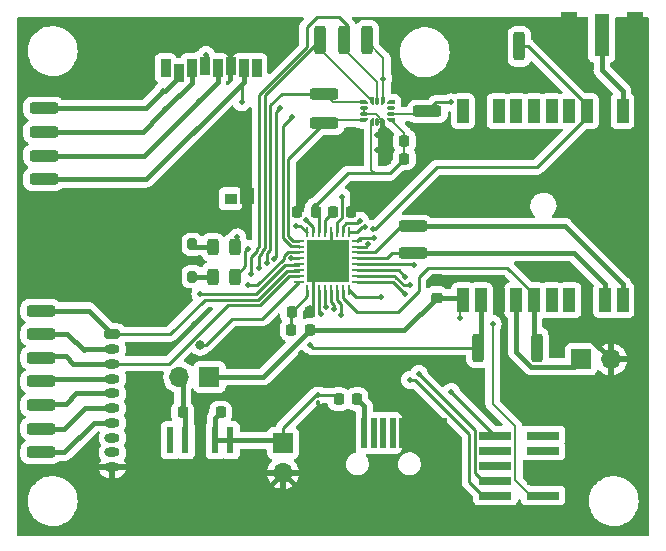
<source format=gbr>
%TF.GenerationSoftware,KiCad,Pcbnew,(6.0.1)*%
%TF.CreationDate,2022-05-25T14:38:50-05:00*%
%TF.ProjectId,aatr-sensor,61617472-2d73-4656-9e73-6f722e6b6963,1*%
%TF.SameCoordinates,Original*%
%TF.FileFunction,Copper,L1,Top*%
%TF.FilePolarity,Positive*%
%FSLAX46Y46*%
G04 Gerber Fmt 4.6, Leading zero omitted, Abs format (unit mm)*
G04 Created by KiCad (PCBNEW (6.0.1)) date 2022-05-25 14:38:50*
%MOMM*%
%LPD*%
G01*
G04 APERTURE LIST*
G04 Aperture macros list*
%AMRoundRect*
0 Rectangle with rounded corners*
0 $1 Rounding radius*
0 $2 $3 $4 $5 $6 $7 $8 $9 X,Y pos of 4 corners*
0 Add a 4 corners polygon primitive as box body*
4,1,4,$2,$3,$4,$5,$6,$7,$8,$9,$2,$3,0*
0 Add four circle primitives for the rounded corners*
1,1,$1+$1,$2,$3*
1,1,$1+$1,$4,$5*
1,1,$1+$1,$6,$7*
1,1,$1+$1,$8,$9*
0 Add four rect primitives between the rounded corners*
20,1,$1+$1,$2,$3,$4,$5,0*
20,1,$1+$1,$4,$5,$6,$7,0*
20,1,$1+$1,$6,$7,$8,$9,0*
20,1,$1+$1,$8,$9,$2,$3,0*%
%AMFreePoly0*
4,1,48,0.036020,0.199191,0.037970,0.199714,0.040958,0.198321,0.057086,0.195477,0.069630,0.184951,0.084467,0.178033,0.290533,-0.028033,0.293203,-0.031847,0.294953,-0.032857,0.296081,-0.035957,0.305473,-0.049370,0.306900,-0.065680,0.312500,-0.081066,0.312500,-0.125000,0.310782,-0.134742,0.311361,-0.138024,0.309695,-0.140910,0.307977,-0.150652,0.295451,-0.165579,0.285709,-0.182453,
0.279350,-0.184767,0.275000,-0.189952,0.255809,-0.193336,0.237500,-0.200000,-0.237500,-0.200000,-0.247242,-0.198282,-0.250524,-0.198861,-0.253410,-0.197195,-0.263152,-0.195477,-0.278079,-0.182951,-0.294953,-0.173209,-0.297267,-0.166850,-0.302452,-0.162500,-0.305836,-0.143309,-0.312500,-0.125000,-0.312500,0.125000,-0.310782,0.134742,-0.311361,0.138024,-0.309695,0.140910,-0.307977,0.150652,
-0.295451,0.165579,-0.285709,0.182453,-0.279350,0.184767,-0.275000,0.189952,-0.255809,0.193336,-0.237500,0.200000,0.031434,0.200000,0.036020,0.199191,0.036020,0.199191,$1*%
%AMFreePoly1*
4,1,48,0.247242,0.198282,0.250524,0.198861,0.253410,0.197195,0.263152,0.195477,0.278079,0.182951,0.294953,0.173209,0.297267,0.166850,0.302452,0.162500,0.305836,0.143309,0.312500,0.125000,0.312500,0.081066,0.311691,0.076480,0.312214,0.074529,0.310820,0.071540,0.307977,0.055414,0.297452,0.042871,0.290533,0.028033,0.084467,-0.178033,0.080653,-0.180703,0.079643,-0.182453,
0.076543,-0.183581,0.063130,-0.192973,0.046819,-0.194400,0.031434,-0.200000,-0.237500,-0.200000,-0.247242,-0.198282,-0.250524,-0.198861,-0.253410,-0.197195,-0.263152,-0.195477,-0.278079,-0.182951,-0.294953,-0.173209,-0.297267,-0.166850,-0.302452,-0.162500,-0.305836,-0.143309,-0.312500,-0.125000,-0.312500,0.125000,-0.310782,0.134742,-0.311361,0.138024,-0.309695,0.140910,-0.307977,0.150652,
-0.295451,0.165579,-0.285709,0.182453,-0.279350,0.184767,-0.275000,0.189952,-0.255809,0.193336,-0.237500,0.200000,0.237500,0.200000,0.247242,0.198282,0.247242,0.198282,$1*%
%AMFreePoly2*
4,1,48,0.134742,0.310782,0.138024,0.311361,0.140910,0.309695,0.150652,0.307977,0.165579,0.295451,0.182453,0.285709,0.184767,0.279350,0.189952,0.275000,0.193336,0.255809,0.200000,0.237500,0.200000,-0.237500,0.198282,-0.247242,0.198861,-0.250524,0.197195,-0.253410,0.195477,-0.263152,0.182951,-0.278079,0.173209,-0.294953,0.166850,-0.297267,0.162500,-0.302452,0.143309,-0.305836,
0.125000,-0.312500,-0.125000,-0.312500,-0.134742,-0.310782,-0.138024,-0.311361,-0.140910,-0.309695,-0.150652,-0.307977,-0.165579,-0.295451,-0.182453,-0.285709,-0.184767,-0.279350,-0.189952,-0.275000,-0.193336,-0.255809,-0.200000,-0.237500,-0.200000,0.031434,-0.199191,0.036020,-0.199714,0.037970,-0.198321,0.040958,-0.195477,0.057086,-0.184951,0.069630,-0.178033,0.084467,0.028033,0.290533,
0.031847,0.293203,0.032857,0.294953,0.035957,0.296081,0.049370,0.305473,0.065680,0.306900,0.081066,0.312500,0.125000,0.312500,0.134742,0.310782,0.134742,0.310782,$1*%
%AMFreePoly3*
4,1,48,-0.076480,0.311691,-0.074530,0.312214,-0.071542,0.310821,-0.055414,0.307977,-0.042870,0.297451,-0.028033,0.290533,0.178033,0.084467,0.180703,0.080653,0.182453,0.079643,0.183581,0.076543,0.192973,0.063130,0.194400,0.046820,0.200000,0.031434,0.200000,-0.237500,0.198282,-0.247242,0.198861,-0.250524,0.197195,-0.253410,0.195477,-0.263152,0.182951,-0.278079,0.173209,-0.294953,
0.166850,-0.297267,0.162500,-0.302452,0.143309,-0.305836,0.125000,-0.312500,-0.125000,-0.312500,-0.134742,-0.310782,-0.138024,-0.311361,-0.140910,-0.309695,-0.150652,-0.307977,-0.165579,-0.295451,-0.182453,-0.285709,-0.184767,-0.279350,-0.189952,-0.275000,-0.193336,-0.255809,-0.200000,-0.237500,-0.200000,0.237500,-0.198282,0.247242,-0.198861,0.250524,-0.197195,0.253410,-0.195477,0.263152,
-0.182951,0.278079,-0.173209,0.294953,-0.166850,0.297267,-0.162500,0.302452,-0.143309,0.305836,-0.125000,0.312500,-0.081066,0.312500,-0.076480,0.311691,-0.076480,0.311691,$1*%
%AMFreePoly4*
4,1,48,0.247242,0.198282,0.250524,0.198861,0.253410,0.197195,0.263152,0.195477,0.278079,0.182951,0.294953,0.173209,0.297267,0.166850,0.302452,0.162500,0.305836,0.143309,0.312500,0.125000,0.312500,-0.125000,0.310782,-0.134742,0.311361,-0.138024,0.309695,-0.140910,0.307977,-0.150652,0.295451,-0.165579,0.285709,-0.182453,0.279350,-0.184767,0.275000,-0.189952,0.255809,-0.193336,
0.237500,-0.200000,-0.031434,-0.200000,-0.036020,-0.199191,-0.037971,-0.199714,-0.040960,-0.198320,-0.057086,-0.195477,-0.069629,-0.184952,-0.084467,-0.178033,-0.290533,0.028033,-0.293203,0.031847,-0.294953,0.032857,-0.296081,0.035957,-0.305473,0.049370,-0.306900,0.065681,-0.312500,0.081066,-0.312500,0.125000,-0.310782,0.134742,-0.311361,0.138024,-0.309695,0.140910,-0.307977,0.150652,
-0.295451,0.165579,-0.285709,0.182453,-0.279350,0.184767,-0.275000,0.189952,-0.255809,0.193336,-0.237500,0.200000,0.237500,0.200000,0.247242,0.198282,0.247242,0.198282,$1*%
%AMFreePoly5*
4,1,48,0.247242,0.198282,0.250524,0.198861,0.253410,0.197195,0.263152,0.195477,0.278079,0.182951,0.294953,0.173209,0.297267,0.166850,0.302452,0.162500,0.305836,0.143309,0.312500,0.125000,0.312500,-0.125000,0.310782,-0.134742,0.311361,-0.138024,0.309695,-0.140910,0.307977,-0.150652,0.295451,-0.165579,0.285709,-0.182453,0.279350,-0.184767,0.275000,-0.189952,0.255809,-0.193336,
0.237500,-0.200000,-0.237500,-0.200000,-0.247242,-0.198282,-0.250524,-0.198861,-0.253410,-0.197195,-0.263152,-0.195477,-0.278079,-0.182951,-0.294953,-0.173209,-0.297267,-0.166850,-0.302452,-0.162500,-0.305836,-0.143309,-0.312500,-0.125000,-0.312500,-0.081066,-0.311691,-0.076480,-0.312214,-0.074530,-0.310821,-0.071542,-0.307977,-0.055414,-0.297451,-0.042870,-0.290533,-0.028033,-0.084467,0.178033,
-0.080653,0.180703,-0.079643,0.182453,-0.076543,0.183581,-0.063130,0.192973,-0.046820,0.194400,-0.031434,0.200000,0.237500,0.200000,0.247242,0.198282,0.247242,0.198282,$1*%
%AMFreePoly6*
4,1,48,0.134742,0.310782,0.138024,0.311361,0.140910,0.309695,0.150652,0.307977,0.165579,0.295451,0.182453,0.285709,0.184767,0.279350,0.189952,0.275000,0.193336,0.255809,0.200000,0.237500,0.200000,-0.031434,0.199191,-0.036020,0.199714,-0.037971,0.198320,-0.040960,0.195477,-0.057086,0.184952,-0.069629,0.178033,-0.084467,-0.028033,-0.290533,-0.031847,-0.293203,-0.032857,-0.294953,
-0.035957,-0.296081,-0.049370,-0.305473,-0.065681,-0.306900,-0.081066,-0.312500,-0.125000,-0.312500,-0.134742,-0.310782,-0.138024,-0.311361,-0.140910,-0.309695,-0.150652,-0.307977,-0.165579,-0.295451,-0.182453,-0.285709,-0.184767,-0.279350,-0.189952,-0.275000,-0.193336,-0.255809,-0.200000,-0.237500,-0.200000,0.237500,-0.198282,0.247242,-0.198861,0.250524,-0.197195,0.253410,-0.195477,0.263152,
-0.182951,0.278079,-0.173209,0.294953,-0.166850,0.297267,-0.162500,0.302452,-0.143309,0.305836,-0.125000,0.312500,0.125000,0.312500,0.134742,0.310782,0.134742,0.310782,$1*%
%AMFreePoly7*
4,1,48,0.134742,0.310782,0.138024,0.311361,0.140910,0.309695,0.150652,0.307977,0.165579,0.295451,0.182453,0.285709,0.184767,0.279350,0.189952,0.275000,0.193336,0.255809,0.200000,0.237500,0.200000,-0.237500,0.198282,-0.247242,0.198861,-0.250524,0.197195,-0.253410,0.195477,-0.263152,0.182951,-0.278079,0.173209,-0.294953,0.166850,-0.297267,0.162500,-0.302452,0.143309,-0.305836,
0.125000,-0.312500,0.081066,-0.312500,0.076480,-0.311691,0.074529,-0.312214,0.071540,-0.310820,0.055414,-0.307977,0.042871,-0.297452,0.028033,-0.290533,-0.178033,-0.084467,-0.180703,-0.080653,-0.182453,-0.079643,-0.183581,-0.076543,-0.192973,-0.063130,-0.194400,-0.046819,-0.200000,-0.031434,-0.200000,0.237500,-0.198282,0.247242,-0.198861,0.250524,-0.197195,0.253410,-0.195477,0.263152,
-0.182951,0.278079,-0.173209,0.294953,-0.166850,0.297267,-0.162500,0.302452,-0.143309,0.305836,-0.125000,0.312500,0.125000,0.312500,0.134742,0.310782,0.134742,0.310782,$1*%
G04 Aperture macros list end*
%TA.AperFunction,SMDPad,CuDef*%
%ADD10R,0.600000X2.200000*%
%TD*%
%TA.AperFunction,SMDPad,CuDef*%
%ADD11R,3.450000X2.150000*%
%TD*%
%TA.AperFunction,ComponentPad*%
%ADD12RoundRect,0.200000X-0.450000X0.200000X-0.450000X-0.200000X0.450000X-0.200000X0.450000X0.200000X0*%
%TD*%
%TA.AperFunction,ComponentPad*%
%ADD13O,1.300000X0.800000*%
%TD*%
%TA.AperFunction,SMDPad,CuDef*%
%ADD14R,0.500000X2.500000*%
%TD*%
%TA.AperFunction,SMDPad,CuDef*%
%ADD15R,2.000000X2.500000*%
%TD*%
%TA.AperFunction,SMDPad,CuDef*%
%ADD16R,1.270000X3.600000*%
%TD*%
%TA.AperFunction,SMDPad,CuDef*%
%ADD17R,1.350000X4.200000*%
%TD*%
%TA.AperFunction,ComponentPad*%
%ADD18R,1.700000X1.700000*%
%TD*%
%TA.AperFunction,ComponentPad*%
%ADD19O,1.700000X1.700000*%
%TD*%
%TA.AperFunction,SMDPad,CuDef*%
%ADD20RoundRect,0.237500X-0.987500X-0.237500X0.987500X-0.237500X0.987500X0.237500X-0.987500X0.237500X0*%
%TD*%
%TA.AperFunction,SMDPad,CuDef*%
%ADD21RoundRect,0.237500X-0.237500X0.987500X-0.237500X-0.987500X0.237500X-0.987500X0.237500X0.987500X0*%
%TD*%
%TA.AperFunction,SMDPad,CuDef*%
%ADD22RoundRect,0.225000X-0.225000X-0.250000X0.225000X-0.250000X0.225000X0.250000X-0.225000X0.250000X0*%
%TD*%
%TA.AperFunction,SMDPad,CuDef*%
%ADD23RoundRect,0.200000X0.200000X0.275000X-0.200000X0.275000X-0.200000X-0.275000X0.200000X-0.275000X0*%
%TD*%
%TA.AperFunction,SMDPad,CuDef*%
%ADD24RoundRect,0.218750X0.218750X0.256250X-0.218750X0.256250X-0.218750X-0.256250X0.218750X-0.256250X0*%
%TD*%
%TA.AperFunction,SMDPad,CuDef*%
%ADD25RoundRect,0.225000X-0.250000X0.225000X-0.250000X-0.225000X0.250000X-0.225000X0.250000X0.225000X0*%
%TD*%
%TA.AperFunction,SMDPad,CuDef*%
%ADD26FreePoly0,0.000000*%
%TD*%
%TA.AperFunction,SMDPad,CuDef*%
%ADD27RoundRect,0.100000X-0.212500X-0.100000X0.212500X-0.100000X0.212500X0.100000X-0.212500X0.100000X0*%
%TD*%
%TA.AperFunction,SMDPad,CuDef*%
%ADD28FreePoly1,0.000000*%
%TD*%
%TA.AperFunction,SMDPad,CuDef*%
%ADD29FreePoly2,0.000000*%
%TD*%
%TA.AperFunction,SMDPad,CuDef*%
%ADD30RoundRect,0.100000X-0.100000X-0.212500X0.100000X-0.212500X0.100000X0.212500X-0.100000X0.212500X0*%
%TD*%
%TA.AperFunction,SMDPad,CuDef*%
%ADD31FreePoly3,0.000000*%
%TD*%
%TA.AperFunction,SMDPad,CuDef*%
%ADD32FreePoly4,0.000000*%
%TD*%
%TA.AperFunction,SMDPad,CuDef*%
%ADD33FreePoly5,0.000000*%
%TD*%
%TA.AperFunction,SMDPad,CuDef*%
%ADD34FreePoly6,0.000000*%
%TD*%
%TA.AperFunction,SMDPad,CuDef*%
%ADD35FreePoly7,0.000000*%
%TD*%
%TA.AperFunction,SMDPad,CuDef*%
%ADD36R,1.000000X2.000000*%
%TD*%
%TA.AperFunction,SMDPad,CuDef*%
%ADD37RoundRect,0.237500X0.237500X-0.987500X0.237500X0.987500X-0.237500X0.987500X-0.237500X-0.987500X0*%
%TD*%
%TA.AperFunction,SMDPad,CuDef*%
%ADD38RoundRect,0.237500X0.987500X0.237500X-0.987500X0.237500X-0.987500X-0.237500X0.987500X-0.237500X0*%
%TD*%
%TA.AperFunction,SMDPad,CuDef*%
%ADD39RoundRect,0.200000X-0.200000X-0.275000X0.200000X-0.275000X0.200000X0.275000X-0.200000X0.275000X0*%
%TD*%
%TA.AperFunction,SMDPad,CuDef*%
%ADD40R,2.770000X0.650000*%
%TD*%
%TA.AperFunction,SMDPad,CuDef*%
%ADD41RoundRect,0.243750X-0.243750X-0.456250X0.243750X-0.456250X0.243750X0.456250X-0.243750X0.456250X0*%
%TD*%
%TA.AperFunction,SMDPad,CuDef*%
%ADD42RoundRect,0.062500X-0.337500X-0.062500X0.337500X-0.062500X0.337500X0.062500X-0.337500X0.062500X0*%
%TD*%
%TA.AperFunction,SMDPad,CuDef*%
%ADD43RoundRect,0.062500X-0.062500X-0.337500X0.062500X-0.337500X0.062500X0.337500X-0.062500X0.337500X0*%
%TD*%
%TA.AperFunction,SMDPad,CuDef*%
%ADD44R,3.600000X3.600000*%
%TD*%
%TA.AperFunction,SMDPad,CuDef*%
%ADD45RoundRect,0.100000X0.100000X-0.130000X0.100000X0.130000X-0.100000X0.130000X-0.100000X-0.130000X0*%
%TD*%
%TA.AperFunction,SMDPad,CuDef*%
%ADD46R,0.812800X1.498600*%
%TD*%
%TA.AperFunction,SMDPad,CuDef*%
%ADD47R,0.990600X0.939800*%
%TD*%
%TA.AperFunction,SMDPad,CuDef*%
%ADD48R,1.397000X1.905000*%
%TD*%
%TA.AperFunction,SMDPad,CuDef*%
%ADD49R,1.295400X1.397000*%
%TD*%
%TA.AperFunction,ViaPad*%
%ADD50C,0.500000*%
%TD*%
%TA.AperFunction,ViaPad*%
%ADD51C,0.800000*%
%TD*%
%TA.AperFunction,Conductor*%
%ADD52C,0.400000*%
%TD*%
%TA.AperFunction,Conductor*%
%ADD53C,0.250000*%
%TD*%
%TA.AperFunction,Conductor*%
%ADD54C,0.200000*%
%TD*%
G04 APERTURE END LIST*
D10*
%TO.P,U5,1,~{SHDN}*%
%TO.N,+5V*%
X115415000Y-108612500D03*
%TO.P,U5,2,VIN*%
X114145000Y-108612500D03*
%TO.P,U5,3,GND*%
%TO.N,GND*%
X112875000Y-108612500D03*
%TO.P,U5,4,VOUT*%
%TO.N,Net-(C8-Pad2)*%
X111605000Y-108612500D03*
%TO.P,U5,5,NC*%
%TO.N,unconnected-(U5-Pad5)*%
X110335000Y-108612500D03*
D11*
%TO.P,U5,6,GND*%
%TO.N,GND*%
X112875000Y-114912500D03*
%TD*%
D12*
%TO.P,U3,1,RXD*%
%TO.N,/SC0_RXD*%
X105425000Y-99625000D03*
D13*
%TO.P,U3,2,CTS*%
%TO.N,/SC0_CTS*%
X105425000Y-100875000D03*
%TO.P,U3,3,RTS*%
%TO.N,/SC0_RTS*%
X105425000Y-102125000D03*
%TO.P,U3,4,NET*%
%TO.N,/RB_NET*%
X105425000Y-103375000D03*
%TO.P,U3,5,RI*%
%TO.N,/RB_RI*%
X105425000Y-104625000D03*
%TO.P,U3,6,TXD*%
%TO.N,/SC0_TXD*%
X105425000Y-105875000D03*
%TO.P,U3,7,SLP*%
%TO.N,/RB_SLP*%
X105425000Y-107125000D03*
%TO.P,U3,8,5V*%
%TO.N,+5V*%
X105425000Y-108375000D03*
%TO.P,U3,9,BAT*%
%TO.N,unconnected-(U3-Pad9)*%
X105425000Y-109625000D03*
%TO.P,U3,10,GND*%
%TO.N,GND*%
X105425000Y-110875000D03*
%TD*%
D14*
%TO.P,J4,1,VBUS*%
%TO.N,Net-(FB2-Pad1)*%
X126775000Y-107987500D03*
%TO.P,J4,2,D-*%
%TO.N,unconnected-(J4-Pad2)*%
X127575000Y-107987500D03*
%TO.P,J4,3,D+*%
%TO.N,unconnected-(J4-Pad3)*%
X128375000Y-107987500D03*
%TO.P,J4,4,ID*%
%TO.N,unconnected-(J4-Pad4)*%
X129175000Y-107987500D03*
%TO.P,J4,5,GND*%
%TO.N,GND*%
X129975000Y-107987500D03*
D15*
%TO.P,J4,6,Shield*%
X132775000Y-113487500D03*
X132775000Y-107987500D03*
X123975000Y-107987500D03*
X123975000Y-113487500D03*
%TD*%
D16*
%TO.P,J6,1,In*%
%TO.N,Net-(J6-Pad1)*%
X146875000Y-74300000D03*
D17*
%TO.P,J6,2,Ext*%
%TO.N,GND*%
X144050000Y-74500000D03*
X149700000Y-74500000D03*
%TD*%
D18*
%TO.P,J5,1,Pin_1*%
%TO.N,Net-(J5-Pad1)*%
X145100000Y-101750000D03*
D19*
%TO.P,J5,2,Pin_2*%
%TO.N,GND*%
X147640000Y-101750000D03*
%TD*%
D20*
%TO.P,TP21,1,1*%
%TO.N,/RB_NET*%
X99375000Y-103625000D03*
%TD*%
D18*
%TO.P,J7,1,Pin_1*%
%TO.N,+3V3*%
X113650000Y-103250000D03*
D19*
%TO.P,J7,2,Pin_2*%
%TO.N,Net-(C8-Pad2)*%
X111110000Y-103250000D03*
%TD*%
D21*
%TO.P,TP4,1,1*%
%TO.N,/GPS_1PPS*%
X139875000Y-75250000D03*
%TD*%
D22*
%TO.P,C3,1*%
%TO.N,Net-(C3-Pad1)*%
X124100000Y-89250000D03*
%TO.P,C3,2*%
%TO.N,GND*%
X125650000Y-89250000D03*
%TD*%
D20*
%TO.P,TP20,1,1*%
%TO.N,/SC3_TXD*%
X130875000Y-90500000D03*
%TD*%
D22*
%TO.P,C5,1*%
%TO.N,GND*%
X128600000Y-84750000D03*
%TO.P,C5,2*%
%TO.N,+3V3*%
X130150000Y-84750000D03*
%TD*%
D20*
%TO.P,TP8,1,1*%
%TO.N,/SC0_CTS*%
X99375000Y-99625000D03*
%TD*%
D23*
%TO.P,R1,1*%
%TO.N,Net-(D1-Pad1)*%
X112200000Y-94750000D03*
%TO.P,R1,2*%
%TO.N,GND*%
X110550000Y-94750000D03*
%TD*%
D20*
%TO.P,TP16,1,1*%
%TO.N,/SC1_SCK*%
X99625000Y-84500000D03*
%TD*%
%TO.P,TP7,1,1*%
%TO.N,/SC0_RTS*%
X99375000Y-101625000D03*
%TD*%
%TO.P,TP19,1,1*%
%TO.N,/SC3_RXD*%
X130875000Y-92750000D03*
%TD*%
D24*
%TO.P,FB2,1*%
%TO.N,Net-(FB2-Pad1)*%
X126162500Y-105112500D03*
%TO.P,FB2,2*%
%TO.N,+5V*%
X124587500Y-105112500D03*
%TD*%
D25*
%TO.P,C6,1*%
%TO.N,GND*%
X132875000Y-94975000D03*
%TO.P,C6,2*%
%TO.N,+3V3*%
X132875000Y-96525000D03*
%TD*%
D26*
%TO.P,U2,1,SDO*%
%TO.N,/SC2_DI*%
X126712500Y-80000000D03*
D27*
%TO.P,U2,2,SDx*%
%TO.N,GND*%
X126712500Y-80500000D03*
%TO.P,U2,3,SCx*%
X126712500Y-81000000D03*
D28*
%TO.P,U2,4,INT1*%
%TO.N,/IMU_INT1*%
X126712500Y-81500000D03*
D29*
%TO.P,U2,5,VDDIO*%
%TO.N,+3V3*%
X127375000Y-81662500D03*
D30*
%TO.P,U2,6,GND*%
%TO.N,GND*%
X127875000Y-81662500D03*
D31*
%TO.P,U2,7,GND*%
X128375000Y-81662500D03*
D32*
%TO.P,U2,8,VDD*%
%TO.N,+3V3*%
X129037500Y-81500000D03*
D27*
%TO.P,U2,9,INT2*%
%TO.N,/IMU_INT2*%
X129037500Y-81000000D03*
%TO.P,U2,10,NC*%
%TO.N,unconnected-(U2-Pad10)*%
X129037500Y-80500000D03*
D33*
%TO.P,U2,11,NC*%
%TO.N,unconnected-(U2-Pad11)*%
X129037500Y-80000000D03*
D34*
%TO.P,U2,12,CS*%
%TO.N,/SC2_~{CS}*%
X128375000Y-79837500D03*
D30*
%TO.P,U2,13,SCK*%
%TO.N,/SC2_SCK*%
X127875000Y-79837500D03*
D35*
%TO.P,U2,14,SDI*%
%TO.N,/SC2_DO*%
X127375000Y-79837500D03*
%TD*%
D36*
%TO.P,U4,1,VCC*%
%TO.N,+3V3*%
X135125000Y-96750000D03*
%TO.P,U4,2,~{RST}*%
%TO.N,/GPS_~{RST}*%
X136625000Y-96750000D03*
%TO.P,U4,3,GND*%
%TO.N,GND*%
X138125000Y-96750000D03*
%TO.P,U4,4,VBKUP*%
%TO.N,Net-(J5-Pad1)*%
X139625000Y-96750000D03*
%TO.P,U4,5,3D-FIX*%
%TO.N,/GPS_FIX*%
X141125000Y-96750000D03*
%TO.P,U4,6,NC*%
%TO.N,unconnected-(U4-Pad6)*%
X142625000Y-96750000D03*
%TO.P,U4,7,NC*%
%TO.N,unconnected-(U4-Pad7)*%
X144125000Y-96750000D03*
%TO.P,U4,8,GND*%
%TO.N,GND*%
X145625000Y-96750000D03*
%TO.P,U4,9,TX*%
%TO.N,/SC3_RXD*%
X147125000Y-96750000D03*
%TO.P,U4,10,RX*%
%TO.N,/SC3_TXD*%
X148625000Y-96750000D03*
%TO.P,U4,11,EX_ANT*%
%TO.N,Net-(J6-Pad1)*%
X148625000Y-80750000D03*
%TO.P,U4,12,GND*%
%TO.N,GND*%
X147125000Y-80750000D03*
%TO.P,U4,13,1PPS*%
%TO.N,/GPS_1PPS*%
X145625000Y-80750000D03*
%TO.P,U4,14,RTCM*%
%TO.N,unconnected-(U4-Pad14)*%
X144125000Y-80750000D03*
%TO.P,U4,15,NC*%
%TO.N,unconnected-(U4-Pad15)*%
X142625000Y-80750000D03*
%TO.P,U4,16,NC*%
%TO.N,unconnected-(U4-Pad16)*%
X141125000Y-80750000D03*
%TO.P,U4,17,NC*%
%TO.N,unconnected-(U4-Pad17)*%
X139625000Y-80750000D03*
%TO.P,U4,18,NC*%
%TO.N,unconnected-(U4-Pad18)*%
X138125000Y-80750000D03*
%TO.P,U4,19,GND*%
%TO.N,GND*%
X136625000Y-80750000D03*
%TO.P,U4,20,NC*%
%TO.N,unconnected-(U4-Pad20)*%
X135125000Y-80750000D03*
%TD*%
D37*
%TO.P,TP12,1,1*%
%TO.N,/SC2_SCK*%
X125000000Y-74750000D03*
%TD*%
D20*
%TO.P,TP5,1,1*%
%TO.N,/SC0_TXD*%
X99375000Y-107625000D03*
%TD*%
D38*
%TO.P,TP9,1,1*%
%TO.N,/SC2_DI*%
X123375000Y-79250000D03*
%TD*%
D39*
%TO.P,R2,1*%
%TO.N,GND*%
X110550000Y-92025000D03*
%TO.P,R2,2*%
%TO.N,Net-(D2-Pad1)*%
X112200000Y-92025000D03*
%TD*%
D40*
%TO.P,J1,1,Pin_1*%
%TO.N,+3V3*%
X141890000Y-113290000D03*
%TO.P,J1,2,Pin_2*%
%TO.N,/SWDIO*%
X137860000Y-113290000D03*
%TO.P,J1,3,Pin_3*%
%TO.N,GND*%
X141890000Y-112020000D03*
%TO.P,J1,4,Pin_4*%
%TO.N,/SWCLK*%
X137860000Y-112020000D03*
%TO.P,J1,5,Pin_5*%
%TO.N,GND*%
X141890000Y-110750000D03*
%TO.P,J1,6,Pin_6*%
%TO.N,unconnected-(J1-Pad6)*%
X137860000Y-110750000D03*
%TO.P,J1,7,Pin_7*%
%TO.N,unconnected-(J1-Pad7)*%
X141890000Y-109480000D03*
%TO.P,J1,8,Pin_8*%
%TO.N,unconnected-(J1-Pad8)*%
X137860000Y-109480000D03*
%TO.P,J1,9,Pin_9*%
%TO.N,unconnected-(J1-Pad9)*%
X141890000Y-108210000D03*
%TO.P,J1,10,Pin_10*%
%TO.N,/~{SRST}*%
X137860000Y-108210000D03*
%TD*%
D20*
%TO.P,TP1,1,1*%
%TO.N,/IMU_INT1*%
X123375000Y-81750000D03*
%TD*%
D37*
%TO.P,TP13,1,1*%
%TO.N,/GPS_FIX*%
X141375000Y-100750000D03*
%TD*%
D22*
%TO.P,C4,1*%
%TO.N,GND*%
X128600000Y-83250000D03*
%TO.P,C4,2*%
%TO.N,+3V3*%
X130150000Y-83250000D03*
%TD*%
D20*
%TO.P,TP22,1,1*%
%TO.N,/RB_RI*%
X99375000Y-105625000D03*
%TD*%
%TO.P,TP6,1,1*%
%TO.N,/SC0_RXD*%
X99375000Y-97625000D03*
%TD*%
D22*
%TO.P,C8,1*%
%TO.N,GND*%
X109825000Y-106250000D03*
%TO.P,C8,2*%
%TO.N,Net-(C8-Pad2)*%
X111375000Y-106250000D03*
%TD*%
D41*
%TO.P,D2,1,K*%
%TO.N,Net-(D2-Pad1)*%
X113937500Y-92250000D03*
%TO.P,D2,2,A*%
%TO.N,Net-(D2-Pad2)*%
X115812500Y-92250000D03*
%TD*%
D20*
%TO.P,TP17,1,1*%
%TO.N,/~{CS}*%
X99625000Y-80500000D03*
%TD*%
D22*
%TO.P,C7,1*%
%TO.N,GND*%
X113050000Y-106250000D03*
%TO.P,C7,2*%
%TO.N,+5V*%
X114600000Y-106250000D03*
%TD*%
%TO.P,C1,1*%
%TO.N,Net-(C1-Pad1)*%
X120600000Y-97750000D03*
%TO.P,C1,2*%
%TO.N,GND*%
X122150000Y-97750000D03*
%TD*%
D18*
%TO.P,J3,1,Pin_1*%
%TO.N,+5V*%
X119875000Y-108837500D03*
D19*
%TO.P,J3,2,Pin_2*%
%TO.N,GND*%
X119875000Y-111377500D03*
%TD*%
D42*
%TO.P,U1,1,PA00*%
%TO.N,/IMU_INT1*%
X121225000Y-91700000D03*
%TO.P,U1,2,PA01*%
%TO.N,/IMU_INT2*%
X121225000Y-92200000D03*
%TO.P,U1,3,PA02*%
%TO.N,/GPS_~{RST}*%
X121225000Y-92700000D03*
%TO.P,U1,4,PA03*%
%TO.N,/GPS_1PPS*%
X121225000Y-93200000D03*
%TO.P,U1,5,PA04*%
%TO.N,/SC0_TXD*%
X121225000Y-93700000D03*
%TO.P,U1,6,PA05*%
%TO.N,/SC0_RXD*%
X121225000Y-94200000D03*
%TO.P,U1,7,PA06*%
%TO.N,/SC0_RTS*%
X121225000Y-94700000D03*
%TO.P,U1,8,PA07*%
%TO.N,/SC0_CTS*%
X121225000Y-95200000D03*
D43*
%TO.P,U1,9,VDDANA*%
%TO.N,Net-(C1-Pad1)*%
X121925000Y-95900000D03*
%TO.P,U1,10,GND*%
%TO.N,GND*%
X122425000Y-95900000D03*
%TO.P,U1,11,PA08*%
%TO.N,/SC2_DI*%
X122925000Y-95900000D03*
%TO.P,U1,12,PA09*%
%TO.N,/SC2_~{CS}*%
X123425000Y-95900000D03*
%TO.P,U1,13,PA10*%
%TO.N,/SC2_DO*%
X123925000Y-95900000D03*
%TO.P,U1,14,PA11*%
%TO.N,/SC2_SCK*%
X124425000Y-95900000D03*
%TO.P,U1,15,PA14*%
%TO.N,/GPS_FIX*%
X124925000Y-95900000D03*
%TO.P,U1,16,PA15*%
%TO.N,/RB_SLP*%
X125425000Y-95900000D03*
D42*
%TO.P,U1,17,PA16*%
%TO.N,/SC1_SDO*%
X126125000Y-95200000D03*
%TO.P,U1,18,PA17*%
%TO.N,/SC1_SCK*%
X126125000Y-94700000D03*
%TO.P,U1,19,PA18*%
%TO.N,/~{CS}*%
X126125000Y-94200000D03*
%TO.P,U1,20,PA19*%
%TO.N,/SC1_SDI*%
X126125000Y-93700000D03*
%TO.P,U1,21,PA22*%
%TO.N,/SC3_RXD*%
X126125000Y-93200000D03*
%TO.P,U1,22,PA23*%
%TO.N,/SC3_TXD*%
X126125000Y-92700000D03*
%TO.P,U1,23,PA24*%
%TO.N,/RB_NET*%
X126125000Y-92200000D03*
%TO.P,U1,24,PA25*%
%TO.N,/RB_RI*%
X126125000Y-91700000D03*
D43*
%TO.P,U1,25,PA27*%
%TO.N,Net-(D1-Pad2)*%
X125425000Y-91000000D03*
%TO.P,U1,26,~{RESET}*%
%TO.N,/~{SRST}*%
X124925000Y-91000000D03*
%TO.P,U1,27,PA28*%
%TO.N,Net-(D2-Pad2)*%
X124425000Y-91000000D03*
%TO.P,U1,28,GND*%
%TO.N,GND*%
X123925000Y-91000000D03*
%TO.P,U1,29,VDDCORE*%
%TO.N,Net-(C3-Pad1)*%
X123425000Y-91000000D03*
%TO.P,U1,30,VDDIN*%
%TO.N,+3V3*%
X122925000Y-91000000D03*
%TO.P,U1,31,PA30*%
%TO.N,/SWCLK*%
X122425000Y-91000000D03*
%TO.P,U1,32,PA31*%
%TO.N,/SWDIO*%
X121925000Y-91000000D03*
D44*
%TO.P,U1,33,EP*%
%TO.N,GND*%
X123675000Y-93450000D03*
%TD*%
D45*
%TO.P,D3,1,A1*%
%TO.N,GND*%
X122875000Y-105432500D03*
%TO.P,D3,2,A2*%
%TO.N,+5V*%
X122875000Y-104792500D03*
%TD*%
D20*
%TO.P,TP14,1,1*%
%TO.N,/RB_SLP*%
X99375000Y-109625000D03*
%TD*%
D21*
%TO.P,TP10,1,1*%
%TO.N,/SC2_~{CS}*%
X127000000Y-74750000D03*
%TD*%
D20*
%TO.P,TP2,1,1*%
%TO.N,/IMU_INT2*%
X132085000Y-80750000D03*
%TD*%
%TO.P,TP18,1,1*%
%TO.N,/SC1_SDI*%
X99625000Y-86500000D03*
%TD*%
%TO.P,TP15,1,1*%
%TO.N,/SC1_SDO*%
X99625000Y-82500000D03*
%TD*%
D37*
%TO.P,TP3,1,1*%
%TO.N,/GPS_~{RST}*%
X136375000Y-100750000D03*
%TD*%
D41*
%TO.P,D1,1,K*%
%TO.N,Net-(D1-Pad1)*%
X113937500Y-94750000D03*
%TO.P,D1,2,A*%
%TO.N,Net-(D1-Pad2)*%
X115812500Y-94750000D03*
%TD*%
D37*
%TO.P,TP11,1,1*%
%TO.N,/SC2_DO*%
X123000000Y-74750000D03*
%TD*%
D22*
%TO.P,C2,1*%
%TO.N,GND*%
X121100000Y-89250000D03*
%TO.P,C2,2*%
%TO.N,+3V3*%
X122650000Y-89250000D03*
%TD*%
D46*
%TO.P,J2,1,DAT2*%
%TO.N,unconnected-(J2-Pad1)*%
X109934999Y-77084600D03*
%TO.P,J2,2,DAT3/CD*%
%TO.N,/~{CS}*%
X111034999Y-77484599D03*
%TO.P,J2,3,CMD*%
%TO.N,/SC1_SDO*%
X112134999Y-77084600D03*
%TO.P,J2,4,VDD*%
%TO.N,+3V3*%
X113235000Y-76884600D03*
%TO.P,J2,5,CLK*%
%TO.N,/SC1_SCK*%
X114335000Y-77084600D03*
%TO.P,J2,6,VSS*%
%TO.N,GND*%
X115435000Y-76884600D03*
%TO.P,J2,7,DAT0*%
%TO.N,/SC1_SDI*%
X116534884Y-77084600D03*
%TO.P,J2,8,DAT1*%
%TO.N,unconnected-(J2-Pad8)*%
X117634884Y-77084600D03*
D47*
%TO.P,J2,9,DET*%
%TO.N,unconnected-(J2-Pad9)*%
X115435064Y-88169599D03*
D48*
%TO.P,J2,10,SHIELD*%
%TO.N,GND*%
X118424999Y-74794599D03*
D49*
X111125000Y-87944600D03*
X116825000Y-87944600D03*
D48*
X105275001Y-73794598D03*
%TD*%
D24*
%TO.P,FB1,1*%
%TO.N,+3V3*%
X122162500Y-99250000D03*
%TO.P,FB1,2*%
%TO.N,Net-(C1-Pad1)*%
X120587500Y-99250000D03*
%TD*%
D50*
%TO.N,/~{CS}*%
X109743749Y-79000000D03*
X130214987Y-94756593D03*
%TO.N,/SC1_SDO*%
X130197032Y-96186809D03*
X109924660Y-80549660D03*
%TO.N,+3V3*%
X134875000Y-98250000D03*
X137625000Y-98750000D03*
X122625000Y-88750000D03*
X113375000Y-76000000D03*
%TO.N,/SC1_SCK*%
X130625000Y-95500000D03*
X112721950Y-79846950D03*
%TO.N,GND*%
X139625000Y-83500000D03*
X138625000Y-88500000D03*
X123625000Y-92250000D03*
X125375000Y-83250000D03*
X110375000Y-97750000D03*
X107625000Y-93250000D03*
X122625000Y-92250000D03*
X116375000Y-100500000D03*
X103375000Y-94000000D03*
X116375000Y-101750000D03*
X144375000Y-88000000D03*
X117625000Y-106000000D03*
X122125000Y-86750000D03*
X123375000Y-83250000D03*
X118125000Y-102000000D03*
X122625000Y-94500000D03*
X105125000Y-90750000D03*
X121625000Y-102250000D03*
X106375000Y-114500000D03*
X117875000Y-100500000D03*
X109125000Y-97500000D03*
X121375000Y-101250000D03*
X108625000Y-103250000D03*
X99875000Y-90500000D03*
X126125000Y-87000000D03*
X103000000Y-111000000D03*
X112375000Y-98750000D03*
X148125000Y-88000000D03*
X124375000Y-94250000D03*
X120375000Y-103250000D03*
X135875000Y-83750000D03*
X100125000Y-95000000D03*
X127875000Y-82750000D03*
X148375000Y-84500000D03*
X132625000Y-83500000D03*
X148375000Y-91500000D03*
X127875000Y-84000000D03*
X135625000Y-88750000D03*
%TO.N,/SC1_SDI*%
X130949500Y-93770679D03*
X116375000Y-80000000D03*
%TO.N,/IMU_INT2*%
X120618075Y-81236151D03*
X134125000Y-80000000D03*
%TO.N,/GPS_~{RST}*%
X122125000Y-100500000D03*
X116875000Y-95500000D03*
%TO.N,/GPS_1PPS*%
X120526556Y-93212153D03*
X127510492Y-90697958D03*
%TO.N,/SC0_TXD*%
X112875000Y-96250000D03*
D51*
%TO.N,/SC0_CTS*%
X112850500Y-100525500D03*
D50*
%TO.N,/SC2_DI*%
X118499346Y-93562827D03*
X123125111Y-97925500D03*
%TO.N,/SC2_~{CS}*%
X128375000Y-78000000D03*
X119125000Y-93250000D03*
X119625000Y-80500000D03*
X123499020Y-97279807D03*
%TO.N,/SC2_DO*%
X117875000Y-94000000D03*
X124158888Y-97511923D03*
%TO.N,/SC2_SCK*%
X124771324Y-98018575D03*
X117125000Y-94500000D03*
%TO.N,/RB_SLP*%
X128149010Y-96500000D03*
%TO.N,/RB_NET*%
X127100989Y-92024539D03*
%TO.N,/RB_RI*%
X127550500Y-91444832D03*
%TO.N,Net-(D1-Pad2)*%
X116887173Y-92406626D03*
X126819338Y-90551059D03*
%TO.N,/~{SRST}*%
X126375000Y-90000000D03*
X134125000Y-104500000D03*
%TO.N,Net-(D2-Pad2)*%
X116020501Y-91435966D03*
X124875000Y-88000000D03*
%TO.N,/SWCLK*%
X121843767Y-89968767D03*
X131375000Y-103000000D03*
%TO.N,/SWDIO*%
X120949500Y-90425500D03*
X130625000Y-103500000D03*
%TD*%
D52*
%TO.N,/RB_SLP*%
X103875000Y-107125000D02*
X105425000Y-107125000D01*
X101375000Y-109625000D02*
X103875000Y-107125000D01*
X99375000Y-109625000D02*
X101375000Y-109625000D01*
%TO.N,/~{CS}*%
X108243749Y-80500000D02*
X109743749Y-79000000D01*
X99625000Y-80500000D02*
X108243749Y-80500000D01*
%TO.N,/SC1_SDO*%
X109487160Y-81012840D02*
X108000000Y-82500000D01*
X109487160Y-80987160D02*
X109487160Y-81012840D01*
X108000000Y-82500000D02*
X99625000Y-82500000D01*
X109487160Y-80987160D02*
X109987160Y-80487160D01*
X109474320Y-81000000D02*
X109487160Y-80987160D01*
%TO.N,/SC1_SCK*%
X108068900Y-84500000D02*
X99625000Y-84500000D01*
X114335000Y-78233900D02*
X108068900Y-84500000D01*
X114335000Y-77084600D02*
X114335000Y-78233900D01*
%TO.N,/SC1_SDI*%
X108268784Y-86500000D02*
X116534884Y-78233900D01*
X99625000Y-86500000D02*
X108268784Y-86500000D01*
%TO.N,/SC0_RTS*%
X102125000Y-102125000D02*
X105425000Y-102125000D01*
X99500000Y-101500000D02*
X101500000Y-101500000D01*
X99375000Y-101625000D02*
X99500000Y-101500000D01*
X101500000Y-101500000D02*
X102125000Y-102125000D01*
%TO.N,/RB_RI*%
X101500000Y-105500000D02*
X102375000Y-104625000D01*
X99375000Y-105625000D02*
X99500000Y-105500000D01*
X99500000Y-105500000D02*
X101500000Y-105500000D01*
X102375000Y-104625000D02*
X105425000Y-104625000D01*
%TO.N,/SC0_TXD*%
X101375000Y-107625000D02*
X103125000Y-105875000D01*
X99375000Y-107625000D02*
X101375000Y-107625000D01*
X103125000Y-105875000D02*
X105425000Y-105875000D01*
%TO.N,/RB_NET*%
X99625000Y-103375000D02*
X105425000Y-103375000D01*
X99375000Y-103625000D02*
X99625000Y-103375000D01*
%TO.N,/SC0_CTS*%
X103125000Y-100875000D02*
X105425000Y-100875000D01*
X101625000Y-99625000D02*
X103000000Y-101000000D01*
X103000000Y-101000000D02*
X103125000Y-100875000D01*
X99375000Y-99625000D02*
X101625000Y-99625000D01*
%TO.N,/SC0_RXD*%
X103425000Y-97625000D02*
X105425000Y-99625000D01*
X99375000Y-97625000D02*
X103425000Y-97625000D01*
%TO.N,/SC3_TXD*%
X148625000Y-96750000D02*
X148625000Y-95350000D01*
X143775000Y-90500000D02*
X131000000Y-90500000D01*
D53*
X129875000Y-90500000D02*
X131000000Y-90500000D01*
X126125000Y-92700000D02*
X127675000Y-92700000D01*
X127675000Y-92700000D02*
X129875000Y-90500000D01*
D52*
X148625000Y-95350000D02*
X143775000Y-90500000D01*
D53*
%TO.N,/SC2_DO*%
X117875000Y-93000000D02*
X117875000Y-94000000D01*
X118350989Y-92325839D02*
X118100988Y-92575840D01*
X118350989Y-79399011D02*
X118350989Y-92325839D01*
X123000000Y-74750000D02*
X118350989Y-79399011D01*
X118100988Y-92575840D02*
X118100989Y-92774011D01*
%TO.N,/SC2_SCK*%
X117125000Y-93114296D02*
X117125000Y-94500000D01*
X117651476Y-92389649D02*
X117651478Y-92587818D01*
X121875000Y-73625000D02*
X121875000Y-75342534D01*
X122750000Y-72750000D02*
X121875000Y-73625000D01*
X117875000Y-79342534D02*
X117875000Y-92166124D01*
X124625000Y-72750000D02*
X122750000Y-72750000D01*
X121875000Y-75342534D02*
X117875000Y-79342534D01*
X117651478Y-92587818D02*
X117125000Y-93114296D01*
X117875000Y-92166124D02*
X117651476Y-92389649D01*
X125375000Y-73500000D02*
X124625000Y-72750000D01*
X125375000Y-74750000D02*
X125375000Y-73500000D01*
%TO.N,/SC2_DO*%
X118100989Y-92774011D02*
X117875000Y-93000000D01*
D54*
X123000000Y-75462500D02*
X123000000Y-74750000D01*
X123875000Y-76337500D02*
X123000000Y-75462500D01*
D52*
%TO.N,/SC1_SDO*%
X109987160Y-80487160D02*
X112134999Y-78339321D01*
X109924660Y-80549660D02*
X109987160Y-80487160D01*
%TO.N,/~{CS}*%
X109862498Y-79000000D02*
X109743749Y-79000000D01*
X109931249Y-78931249D02*
X109862498Y-79000000D01*
X109931249Y-78931249D02*
X111034999Y-77827499D01*
D53*
X126125000Y-94200000D02*
X129658394Y-94200000D01*
X129658394Y-94200000D02*
X130214987Y-94756593D01*
D52*
X111034999Y-77827499D02*
X111034999Y-77484599D01*
D53*
%TO.N,/SC1_SDO*%
X129210223Y-95200000D02*
X130197032Y-96186809D01*
X126125000Y-95200000D02*
X129210223Y-95200000D01*
D52*
X112134999Y-78339321D02*
X112134999Y-77084600D01*
D54*
%TO.N,+3V3*%
X130150000Y-82612500D02*
X129037500Y-81500000D01*
X141890000Y-113290000D02*
X140830000Y-113290000D01*
D52*
X132875000Y-96525000D02*
X134900000Y-96525000D01*
X134900000Y-96525000D02*
X135125000Y-96750000D01*
X122162500Y-99250000D02*
X130150000Y-99250000D01*
X113375000Y-76000000D02*
X113375000Y-76744600D01*
D54*
X127325499Y-81712001D02*
X127325499Y-85700499D01*
D52*
X122650000Y-88775000D02*
X122625000Y-88750000D01*
X130150000Y-99250000D02*
X132875000Y-96525000D01*
D54*
X134875000Y-98250000D02*
X134875000Y-97000000D01*
X130150000Y-84750000D02*
X130150000Y-83250000D01*
X134875000Y-97000000D02*
X135125000Y-96750000D01*
X139544511Y-107419511D02*
X137625000Y-105500000D01*
D52*
X113650000Y-103250000D02*
X118162500Y-103250000D01*
D53*
X128900000Y-86000000D02*
X127625000Y-86000000D01*
X130150000Y-84750000D02*
X128900000Y-86000000D01*
D54*
X127325499Y-85700499D02*
X127625000Y-86000000D01*
X139544511Y-112004511D02*
X139544511Y-107419511D01*
D53*
X122925000Y-91000000D02*
X122925000Y-89525000D01*
D54*
X137625000Y-105500000D02*
X137625000Y-98750000D01*
X130150000Y-83250000D02*
X130150000Y-82612500D01*
X127375000Y-81662500D02*
X127325499Y-81712001D01*
X140830000Y-113290000D02*
X139544511Y-112004511D01*
D52*
X118162500Y-103250000D02*
X122162500Y-99250000D01*
D53*
X122925000Y-89525000D02*
X122650000Y-89250000D01*
X127625000Y-86000000D02*
X125375000Y-86000000D01*
D52*
X113375000Y-76744600D02*
X113235000Y-76884600D01*
X122650000Y-89250000D02*
X122650000Y-88775000D01*
D53*
X125375000Y-86000000D02*
X122625000Y-88750000D01*
%TO.N,/SC1_SCK*%
X126125000Y-94700000D02*
X129321917Y-94700000D01*
X130145927Y-95500000D02*
X130625000Y-95500000D01*
X129321917Y-94700000D02*
X129372406Y-94750489D01*
X129396417Y-94750490D02*
X130145927Y-95500000D01*
X129372406Y-94750489D02*
X129396417Y-94750490D01*
D52*
%TO.N,GND*%
X145625000Y-99735000D02*
X145625000Y-96750000D01*
X109825000Y-106250000D02*
X108125000Y-107950000D01*
X118752500Y-112500000D02*
X112875000Y-112500000D01*
X108125000Y-110875000D02*
X105425000Y-110875000D01*
D53*
X122425000Y-95900000D02*
X122425000Y-97475000D01*
X122425000Y-94700000D02*
X122625000Y-94500000D01*
X121100000Y-89250000D02*
X121100000Y-87775000D01*
D54*
X126712500Y-80500000D02*
X126712500Y-81000000D01*
D53*
X122425000Y-95900000D02*
X122425000Y-94700000D01*
X123925000Y-91000000D02*
X123925000Y-93200000D01*
X123675000Y-93550000D02*
X124375000Y-94250000D01*
D52*
X111750000Y-110875000D02*
X112875000Y-109750000D01*
D53*
X125650000Y-89250000D02*
X125650000Y-87475000D01*
X123675000Y-92300000D02*
X123625000Y-92250000D01*
D52*
X129975000Y-107987500D02*
X132775000Y-107987500D01*
X119875000Y-111377500D02*
X121985000Y-113487500D01*
D54*
X128375000Y-83025000D02*
X128600000Y-83250000D01*
D53*
X122625000Y-94500000D02*
X123675000Y-93450000D01*
D52*
X111250000Y-110875000D02*
X111750000Y-110875000D01*
D53*
X125650000Y-87475000D02*
X126125000Y-87000000D01*
D52*
X112875000Y-106425000D02*
X113050000Y-106250000D01*
D53*
X122425000Y-97475000D02*
X122150000Y-97750000D01*
D52*
X123975000Y-113487500D02*
X132775000Y-113487500D01*
D53*
X123675000Y-93450000D02*
X123675000Y-92300000D01*
D52*
X112875000Y-109750000D02*
X112875000Y-108612500D01*
X123975000Y-107987500D02*
X123975000Y-113487500D01*
D53*
X123925000Y-93200000D02*
X123675000Y-93450000D01*
D52*
X147640000Y-101750000D02*
X145625000Y-99735000D01*
D53*
X123675000Y-93450000D02*
X123675000Y-93550000D01*
D54*
X127712500Y-81000000D02*
X128375000Y-81662500D01*
X128375000Y-81662500D02*
X127875000Y-81662500D01*
D53*
X121100000Y-87775000D02*
X122125000Y-86750000D01*
D52*
X112875000Y-114912500D02*
X112875000Y-112500000D01*
D54*
X128600000Y-83250000D02*
X128600000Y-84750000D01*
X126712500Y-81000000D02*
X127712500Y-81000000D01*
D52*
X121985000Y-113487500D02*
X123975000Y-113487500D01*
D54*
X128375000Y-83250000D02*
X127875000Y-82750000D01*
X128375000Y-81662500D02*
X128375000Y-83025000D01*
X128600000Y-83250000D02*
X128375000Y-83250000D01*
D52*
X105425000Y-110875000D02*
X111250000Y-110875000D01*
X132775000Y-107987500D02*
X132775000Y-113487500D01*
X112875000Y-108612500D02*
X112875000Y-106425000D01*
X119875000Y-111377500D02*
X118752500Y-112500000D01*
X112875000Y-112500000D02*
X111250000Y-110875000D01*
X108125000Y-107950000D02*
X108125000Y-110875000D01*
D53*
%TO.N,/SC1_SDI*%
X116375000Y-80000000D02*
X116375000Y-78393784D01*
D52*
X116534884Y-78233900D02*
X116534884Y-77084600D01*
D53*
X130878821Y-93700000D02*
X130949500Y-93770679D01*
X116375000Y-78393784D02*
X116534884Y-78233900D01*
X126125000Y-93700000D02*
X130878821Y-93700000D01*
%TO.N,/IMU_INT1*%
X120325480Y-84799520D02*
X123375000Y-81750000D01*
X121225000Y-91700000D02*
X120710704Y-91700000D01*
X120710704Y-91700000D02*
X120325480Y-91314776D01*
D54*
X123625000Y-81500000D02*
X123375000Y-81750000D01*
X126712500Y-81500000D02*
X123625000Y-81500000D01*
D53*
X120325480Y-91314776D02*
X120325480Y-84799520D01*
%TO.N,/IMU_INT2*%
X119875000Y-91500000D02*
X119875000Y-81979226D01*
D54*
X129037500Y-81000000D02*
X131835000Y-81000000D01*
D53*
X121225000Y-92200000D02*
X121213141Y-92188141D01*
D54*
X131835000Y-81000000D02*
X132085000Y-80750000D01*
D53*
X121213141Y-92188141D02*
X120563141Y-92188141D01*
X132835000Y-80000000D02*
X132085000Y-80750000D01*
X120563141Y-92188141D02*
X119875000Y-91500000D01*
X119875000Y-81979226D02*
X120618075Y-81236151D01*
X134125000Y-80000000D02*
X132835000Y-80000000D01*
D52*
%TO.N,/GPS_~{RST}*%
X136625000Y-100500000D02*
X136375000Y-100750000D01*
X136625000Y-96750000D02*
X136625000Y-100500000D01*
D53*
X122375000Y-100750000D02*
X122125000Y-100500000D01*
X117687468Y-95500000D02*
X116875000Y-95500000D01*
X120288589Y-92637652D02*
X119949501Y-92976740D01*
X119949501Y-93237967D02*
X117687468Y-95500000D01*
X121225000Y-92700000D02*
X120826871Y-92700000D01*
X119949501Y-92976740D02*
X119949501Y-93237967D01*
X136375000Y-100750000D02*
X122375000Y-100750000D01*
X120826871Y-92700000D02*
X120764523Y-92637652D01*
X120764523Y-92637652D02*
X120288589Y-92637652D01*
%TO.N,/GPS_1PPS*%
X145625000Y-81250000D02*
X141375000Y-85500000D01*
X121225000Y-93200000D02*
X120538709Y-93200000D01*
X120538709Y-93200000D02*
X120526556Y-93212153D01*
X141375000Y-85500000D02*
X132875000Y-85500000D01*
X145625000Y-80250000D02*
X140625000Y-75250000D01*
X145625000Y-80750000D02*
X145625000Y-80250000D01*
X145625000Y-80750000D02*
X145625000Y-81250000D01*
X132875000Y-85500000D02*
X127677042Y-90697958D01*
X140625000Y-75250000D02*
X139875000Y-75250000D01*
X127677042Y-90697958D02*
X127510492Y-90697958D01*
%TO.N,/SC0_TXD*%
X120727192Y-93750480D02*
X120676712Y-93800960D01*
X121174520Y-93750480D02*
X120727192Y-93750480D01*
X117573172Y-96250000D02*
X112875000Y-96250000D01*
X120022212Y-93800960D02*
X117573172Y-96250000D01*
X120676712Y-93800960D02*
X120022212Y-93800960D01*
X121225000Y-93700000D02*
X121174520Y-93750480D01*
%TO.N,/SC0_RXD*%
X105425000Y-99625000D02*
X110312468Y-99625000D01*
X117759365Y-96699511D02*
X120208396Y-94250480D01*
X121174520Y-94250480D02*
X121225000Y-94200000D01*
X120208396Y-94250480D02*
X121174520Y-94250480D01*
X110312468Y-99625000D02*
X113237957Y-96699511D01*
X113237957Y-96699511D02*
X117759365Y-96699511D01*
%TO.N,/SC0_RTS*%
X110226400Y-102125000D02*
X105425000Y-102125000D01*
X120394581Y-94700000D02*
X117945560Y-97149021D01*
X121225000Y-94700000D02*
X120394581Y-94700000D01*
X115202379Y-97149021D02*
X110226400Y-102125000D01*
X117945560Y-97149021D02*
X115202379Y-97149021D01*
%TO.N,/SC0_CTS*%
X115550511Y-98300489D02*
X113325500Y-100525500D01*
X121225000Y-95200000D02*
X118124511Y-98300489D01*
X113325500Y-100525500D02*
X112850500Y-100525500D01*
X118124511Y-98300489D02*
X115550511Y-98300489D01*
%TO.N,Net-(C1-Pad1)*%
X120587500Y-97762500D02*
X120600000Y-97750000D01*
X121925000Y-96425000D02*
X120600000Y-97750000D01*
X120587500Y-99250000D02*
X120587500Y-97762500D01*
X121925000Y-95900000D02*
X121925000Y-96425000D01*
%TO.N,/SC2_DI*%
X122925000Y-95900000D02*
X122924520Y-95900480D01*
X122924520Y-95900480D02*
X122924520Y-97724909D01*
X123375000Y-79250000D02*
X119760704Y-79250000D01*
X118800499Y-92512033D02*
X118550499Y-92762033D01*
X119760704Y-79250000D02*
X118800499Y-80210205D01*
X118800499Y-80210205D02*
X118800499Y-92512033D01*
X122924520Y-97724909D02*
X123125111Y-97925500D01*
X118550499Y-93511674D02*
X118499346Y-93562827D01*
D54*
X126712500Y-80000000D02*
X124125000Y-80000000D01*
X124125000Y-80000000D02*
X123375000Y-79250000D01*
D53*
X118550499Y-92762033D02*
X118550499Y-93511674D01*
%TO.N,/SC2_~{CS}*%
X119274020Y-93100980D02*
X119125000Y-93250000D01*
X123425000Y-95900000D02*
X123425000Y-97205787D01*
D54*
X128375000Y-76250000D02*
X126875000Y-74750000D01*
X128375000Y-79837500D02*
X128375000Y-78000000D01*
D53*
X119625000Y-80500000D02*
X119274020Y-80850980D01*
X123425000Y-97205787D02*
X123499020Y-97279807D01*
D54*
X128375000Y-78000000D02*
X128375000Y-76250000D01*
D53*
X119274020Y-80850980D02*
X119274020Y-93100980D01*
%TO.N,/SC2_DO*%
X123925000Y-95900000D02*
X123925000Y-96893319D01*
X123925000Y-96893319D02*
X124158888Y-97127207D01*
D54*
X123875000Y-76337500D02*
X127375000Y-79837500D01*
D53*
X124158888Y-97127207D02*
X124158888Y-97511923D01*
D54*
%TO.N,/SC2_SCK*%
X125375000Y-75777113D02*
X125375000Y-74750000D01*
X127875000Y-78277113D02*
X125375000Y-75777113D01*
D53*
X124779917Y-97040621D02*
X124779917Y-98009982D01*
D54*
X127875000Y-79837500D02*
X127875000Y-78277113D01*
D53*
X124779917Y-98009982D02*
X124771324Y-98018575D01*
X124425000Y-95900000D02*
X124425000Y-96685704D01*
X124425000Y-96685704D02*
X124779917Y-97040621D01*
%TO.N,/RB_SLP*%
X125425000Y-95900000D02*
X126025000Y-96500000D01*
X126025000Y-96500000D02*
X128149010Y-96500000D01*
%TO.N,/SC3_RXD*%
X126125000Y-93200000D02*
X128675000Y-93200000D01*
X129125000Y-92750000D02*
X130875000Y-92750000D01*
D52*
X147125000Y-95350000D02*
X147125000Y-96750000D01*
X130875000Y-92750000D02*
X144525000Y-92750000D01*
D53*
X128675000Y-93200000D02*
X129125000Y-92750000D01*
D52*
X144525000Y-92750000D02*
X147125000Y-95350000D01*
D53*
%TO.N,/RB_NET*%
X126125000Y-92200000D02*
X126925528Y-92200000D01*
X126925528Y-92200000D02*
X127100989Y-92024539D01*
%TO.N,/RB_RI*%
X126125000Y-91700000D02*
X126380168Y-91444832D01*
X126380168Y-91444832D02*
X127550500Y-91444832D01*
%TO.N,Net-(D1-Pad2)*%
X116675489Y-92618310D02*
X116887173Y-92406626D01*
X126125000Y-91000000D02*
X126573941Y-90551059D01*
X125425000Y-91000000D02*
X126125000Y-91000000D01*
X116675489Y-93887011D02*
X116675489Y-92618310D01*
X115812500Y-94750000D02*
X116675489Y-93887011D01*
X126573941Y-90551059D02*
X126819338Y-90551059D01*
%TO.N,/~{SRST}*%
X125875000Y-90250000D02*
X126125000Y-90250000D01*
X126125000Y-90250000D02*
X126375000Y-90000000D01*
X137835000Y-108210000D02*
X137860000Y-108210000D01*
X125227672Y-90250000D02*
X125875000Y-90250000D01*
X124925000Y-91000000D02*
X124925000Y-90552672D01*
X134125000Y-104500000D02*
X137835000Y-108210000D01*
X124925000Y-90552672D02*
X125227672Y-90250000D01*
%TO.N,Net-(D2-Pad2)*%
X124425000Y-90177138D02*
X124875000Y-89727138D01*
X115812500Y-92250000D02*
X116020501Y-92041999D01*
X124875000Y-89727138D02*
X124875000Y-88000000D01*
X116020501Y-92041999D02*
X116020501Y-91435966D01*
X124425000Y-91000000D02*
X124425000Y-90177138D01*
%TO.N,Net-(C3-Pad1)*%
X123425000Y-89925000D02*
X124100000Y-89250000D01*
X123425000Y-91000000D02*
X123425000Y-89925000D01*
%TO.N,/SWCLK*%
X137860000Y-112020000D02*
X136800000Y-112020000D01*
X136150489Y-111370489D02*
X136150489Y-107775489D01*
X122425000Y-91000000D02*
X122425000Y-90550000D01*
X122425000Y-90550000D02*
X121843767Y-89968767D01*
X136150489Y-107775489D02*
X131375000Y-103000000D01*
X136800000Y-112020000D02*
X136150489Y-111370489D01*
%TO.N,/SWDIO*%
X131062532Y-103500000D02*
X130625000Y-103500000D01*
X121925000Y-91000000D02*
X121350500Y-90425500D01*
X137860000Y-113290000D02*
X136800000Y-113290000D01*
X136800000Y-113290000D02*
X135625000Y-112115000D01*
X121350500Y-90425500D02*
X120949500Y-90425500D01*
X135625000Y-112115000D02*
X135625000Y-108062468D01*
X135625000Y-108062468D02*
X131062532Y-103500000D01*
%TO.N,+5V*%
X119875000Y-107602139D02*
X119875000Y-108837500D01*
X124587500Y-105112500D02*
X124267500Y-104792500D01*
D52*
X115415000Y-108612500D02*
X119650000Y-108612500D01*
X114145000Y-108612500D02*
X114145000Y-106705000D01*
X119650000Y-108612500D02*
X119875000Y-108837500D01*
X115415000Y-108612500D02*
X114145000Y-108612500D01*
D53*
X122875000Y-104792500D02*
X122684639Y-104792500D01*
X122684639Y-104792500D02*
X119875000Y-107602139D01*
D52*
X114145000Y-106705000D02*
X114600000Y-106250000D01*
D53*
X124267500Y-104792500D02*
X122875000Y-104792500D01*
D52*
%TO.N,Net-(C8-Pad2)*%
X111605000Y-108612500D02*
X111605000Y-106480000D01*
X111375000Y-106250000D02*
X111375000Y-103515000D01*
X111375000Y-103515000D02*
X111110000Y-103250000D01*
X111605000Y-106480000D02*
X111375000Y-106250000D01*
%TO.N,Net-(D1-Pad1)*%
X113937500Y-94750000D02*
X112200000Y-94750000D01*
%TO.N,Net-(D2-Pad1)*%
X113937500Y-92250000D02*
X112425000Y-92250000D01*
X112425000Y-92250000D02*
X112200000Y-92025000D01*
%TO.N,Net-(FB2-Pad1)*%
X126775000Y-107987500D02*
X126775000Y-105725000D01*
X126775000Y-105725000D02*
X126162500Y-105112500D01*
%TO.N,Net-(J5-Pad1)*%
X140873638Y-102374520D02*
X139625000Y-101125882D01*
X145100000Y-101750000D02*
X144475480Y-102374520D01*
X139625000Y-101125882D02*
X139625000Y-96750000D01*
X144475480Y-102374520D02*
X140873638Y-102374520D01*
%TO.N,Net-(J6-Pad1)*%
X146875000Y-77250000D02*
X148625000Y-79000000D01*
X146875000Y-77250000D02*
X146875000Y-74050000D01*
X148625000Y-79000000D02*
X148625000Y-80750000D01*
D53*
%TO.N,/GPS_FIX*%
X141125000Y-96250000D02*
X141125000Y-96750000D01*
X131375000Y-94750000D02*
X132125000Y-94000000D01*
X124925000Y-96550000D02*
X126125000Y-97750000D01*
X129625000Y-97750000D02*
X131375000Y-96000000D01*
D52*
X141125000Y-100500000D02*
X141375000Y-100750000D01*
D53*
X126125000Y-97750000D02*
X129625000Y-97750000D01*
D52*
X141125000Y-96750000D02*
X141125000Y-100500000D01*
D53*
X124925000Y-95900000D02*
X124925000Y-96550000D01*
X131375000Y-96000000D02*
X131375000Y-94750000D01*
X132125000Y-94000000D02*
X138875000Y-94000000D01*
X138875000Y-94000000D02*
X141125000Y-96250000D01*
%TD*%
%TA.AperFunction,Conductor*%
%TO.N,GND*%
G36*
X121610026Y-72778002D02*
G01*
X121656519Y-72831658D01*
X121666623Y-72901932D01*
X121637129Y-72966512D01*
X121631000Y-72973095D01*
X121482747Y-73121348D01*
X121474461Y-73128888D01*
X121467982Y-73133000D01*
X121424724Y-73179066D01*
X121421357Y-73182651D01*
X121418602Y-73185493D01*
X121398865Y-73205230D01*
X121396385Y-73208427D01*
X121388682Y-73217447D01*
X121358414Y-73249679D01*
X121354595Y-73256625D01*
X121354593Y-73256628D01*
X121348652Y-73267434D01*
X121337801Y-73283953D01*
X121325386Y-73299959D01*
X121322241Y-73307228D01*
X121322238Y-73307232D01*
X121307826Y-73340537D01*
X121302609Y-73351187D01*
X121281305Y-73389940D01*
X121279334Y-73397615D01*
X121279334Y-73397616D01*
X121276267Y-73409562D01*
X121269863Y-73428266D01*
X121261819Y-73446855D01*
X121260580Y-73454678D01*
X121260577Y-73454688D01*
X121254901Y-73490524D01*
X121252495Y-73502144D01*
X121243472Y-73537289D01*
X121241500Y-73544970D01*
X121241500Y-73565224D01*
X121239949Y-73584934D01*
X121236780Y-73604943D01*
X121237526Y-73612835D01*
X121240941Y-73648961D01*
X121241500Y-73660819D01*
X121241500Y-75027939D01*
X121221498Y-75096060D01*
X121204595Y-75117034D01*
X118764879Y-77556750D01*
X118702567Y-77590776D01*
X118631752Y-77585711D01*
X118574916Y-77543164D01*
X118550105Y-77476644D01*
X118549784Y-77467655D01*
X118549784Y-76287166D01*
X118543029Y-76224984D01*
X118491899Y-76088595D01*
X118404545Y-75972039D01*
X118287989Y-75884685D01*
X118151600Y-75833555D01*
X118089418Y-75826800D01*
X117180350Y-75826800D01*
X117176953Y-75827169D01*
X117126019Y-75832702D01*
X117126018Y-75832702D01*
X117118168Y-75833555D01*
X117112839Y-75835553D01*
X117056929Y-75835553D01*
X117051600Y-75833555D01*
X117043750Y-75832702D01*
X117043749Y-75832702D01*
X116992815Y-75827169D01*
X116989418Y-75826800D01*
X116080350Y-75826800D01*
X116018168Y-75833555D01*
X115881779Y-75884685D01*
X115765223Y-75972039D01*
X115677869Y-76088595D01*
X115626739Y-76224984D01*
X115619984Y-76287166D01*
X115619984Y-77882034D01*
X115626739Y-77944216D01*
X115629511Y-77951612D01*
X115629513Y-77951618D01*
X115651666Y-78010711D01*
X115656849Y-78081518D01*
X115622779Y-78144035D01*
X115236988Y-78529826D01*
X115174676Y-78563852D01*
X115103861Y-78558787D01*
X115047025Y-78516240D01*
X115022214Y-78449720D01*
X115025488Y-78413427D01*
X115026282Y-78411391D01*
X115034244Y-78350912D01*
X115034621Y-78348049D01*
X115035653Y-78341532D01*
X115046632Y-78282297D01*
X115078714Y-78218963D01*
X115094955Y-78204435D01*
X115104661Y-78197161D01*
X115192015Y-78080605D01*
X115243145Y-77944216D01*
X115249900Y-77882034D01*
X115249900Y-76287166D01*
X115243145Y-76224984D01*
X115192015Y-76088595D01*
X115104661Y-75972039D01*
X114988105Y-75884685D01*
X114851716Y-75833555D01*
X114789534Y-75826800D01*
X114207449Y-75826800D01*
X114139328Y-75806798D01*
X114092835Y-75753142D01*
X114088458Y-75742238D01*
X114063368Y-75670189D01*
X114050753Y-75650000D01*
X114010417Y-75585451D01*
X113973192Y-75525879D01*
X113853286Y-75405132D01*
X113837039Y-75394821D01*
X113780061Y-75358662D01*
X113709608Y-75313951D01*
X113549300Y-75256868D01*
X113380329Y-75236720D01*
X113373326Y-75237456D01*
X113373325Y-75237456D01*
X113218101Y-75253770D01*
X113218097Y-75253771D01*
X113211093Y-75254507D01*
X113204422Y-75256778D01*
X113056673Y-75307075D01*
X113056670Y-75307076D01*
X113050003Y-75309346D01*
X113044005Y-75313036D01*
X113044003Y-75313037D01*
X112911065Y-75394821D01*
X112911063Y-75394823D01*
X112905066Y-75398512D01*
X112783486Y-75517573D01*
X112728304Y-75603198D01*
X112674593Y-75649620D01*
X112666629Y-75652920D01*
X112581895Y-75684685D01*
X112574716Y-75690065D01*
X112574713Y-75690067D01*
X112491430Y-75752485D01*
X112465339Y-75772039D01*
X112459958Y-75779219D01*
X112453608Y-75785569D01*
X112451973Y-75783934D01*
X112405241Y-75818879D01*
X112361271Y-75826800D01*
X111680465Y-75826800D01*
X111618283Y-75833555D01*
X111481894Y-75884685D01*
X111365338Y-75972039D01*
X111277984Y-76088595D01*
X111274832Y-76097003D01*
X111274831Y-76097005D01*
X111256828Y-76145028D01*
X111214187Y-76201793D01*
X111147625Y-76226493D01*
X111138846Y-76226799D01*
X110931152Y-76226799D01*
X110863031Y-76206797D01*
X110816538Y-76153141D01*
X110813170Y-76145028D01*
X110795167Y-76097005D01*
X110795166Y-76097003D01*
X110792014Y-76088595D01*
X110704660Y-75972039D01*
X110588104Y-75884685D01*
X110451715Y-75833555D01*
X110389533Y-75826800D01*
X109480465Y-75826800D01*
X109418283Y-75833555D01*
X109281894Y-75884685D01*
X109165338Y-75972039D01*
X109077984Y-76088595D01*
X109026854Y-76224984D01*
X109020099Y-76287166D01*
X109020099Y-77882034D01*
X109026854Y-77944216D01*
X109077984Y-78080605D01*
X109165338Y-78197161D01*
X109172517Y-78202541D01*
X109172519Y-78202543D01*
X109225728Y-78242421D01*
X109268243Y-78299280D01*
X109273269Y-78370099D01*
X109238321Y-78433270D01*
X109216903Y-78454245D01*
X109152235Y-78517573D01*
X109148424Y-78523487D01*
X109148422Y-78523489D01*
X109069509Y-78645937D01*
X109060053Y-78660610D01*
X109057643Y-78667230D01*
X109057643Y-78667231D01*
X109057521Y-78667567D01*
X109057320Y-78667883D01*
X109054512Y-78673539D01*
X109053907Y-78673239D01*
X109028216Y-78713563D01*
X107987184Y-79754595D01*
X107924872Y-79788621D01*
X107898089Y-79791500D01*
X101248766Y-79791500D01*
X101180645Y-79771498D01*
X101159749Y-79754673D01*
X101083188Y-79678246D01*
X101083183Y-79678242D01*
X101078003Y-79673071D01*
X101055617Y-79659272D01*
X100936150Y-79585631D01*
X100936148Y-79585630D01*
X100929920Y-79581791D01*
X100764809Y-79527026D01*
X100757973Y-79526326D01*
X100757970Y-79526325D01*
X100706474Y-79521049D01*
X100662072Y-79516500D01*
X98587928Y-79516500D01*
X98584682Y-79516837D01*
X98584678Y-79516837D01*
X98490765Y-79526581D01*
X98490761Y-79526582D01*
X98483907Y-79527293D01*
X98477371Y-79529474D01*
X98477369Y-79529474D01*
X98360116Y-79568593D01*
X98318893Y-79582346D01*
X98170969Y-79673884D01*
X98165796Y-79679066D01*
X98053242Y-79791816D01*
X98053238Y-79791821D01*
X98048071Y-79796997D01*
X98044231Y-79803227D01*
X98044230Y-79803228D01*
X97963554Y-79934109D01*
X97956791Y-79945080D01*
X97902026Y-80110191D01*
X97901326Y-80117027D01*
X97901325Y-80117030D01*
X97899967Y-80130289D01*
X97891500Y-80212928D01*
X97891500Y-80787072D01*
X97891837Y-80790318D01*
X97891837Y-80790322D01*
X97900953Y-80878174D01*
X97902293Y-80891093D01*
X97904474Y-80897629D01*
X97904474Y-80897631D01*
X97931510Y-80978666D01*
X97957346Y-81056107D01*
X98048884Y-81204031D01*
X98054066Y-81209204D01*
X98166816Y-81321758D01*
X98166821Y-81321762D01*
X98171997Y-81326929D01*
X98178227Y-81330769D01*
X98178228Y-81330770D01*
X98278697Y-81392700D01*
X98326190Y-81445472D01*
X98337614Y-81515544D01*
X98309340Y-81580668D01*
X98278884Y-81607104D01*
X98193082Y-81660200D01*
X98170969Y-81673884D01*
X98165796Y-81679066D01*
X98053242Y-81791816D01*
X98053238Y-81791821D01*
X98048071Y-81796997D01*
X98044231Y-81803227D01*
X98044230Y-81803228D01*
X97964428Y-81932691D01*
X97956791Y-81945080D01*
X97902026Y-82110191D01*
X97901326Y-82117027D01*
X97901325Y-82117030D01*
X97898009Y-82149394D01*
X97891500Y-82212928D01*
X97891500Y-82787072D01*
X97891837Y-82790318D01*
X97891837Y-82790322D01*
X97897924Y-82848981D01*
X97902293Y-82891093D01*
X97904474Y-82897629D01*
X97904474Y-82897631D01*
X97933998Y-82986124D01*
X97957346Y-83056107D01*
X98048884Y-83204031D01*
X98054066Y-83209204D01*
X98166816Y-83321758D01*
X98166821Y-83321762D01*
X98171997Y-83326929D01*
X98178227Y-83330769D01*
X98178228Y-83330770D01*
X98278697Y-83392700D01*
X98326190Y-83445472D01*
X98337614Y-83515544D01*
X98309340Y-83580668D01*
X98278884Y-83607104D01*
X98209958Y-83649757D01*
X98170969Y-83673884D01*
X98165796Y-83679066D01*
X98053242Y-83791816D01*
X98053238Y-83791821D01*
X98048071Y-83796997D01*
X98044231Y-83803227D01*
X98044230Y-83803228D01*
X98043044Y-83805153D01*
X97956791Y-83945080D01*
X97902026Y-84110191D01*
X97891500Y-84212928D01*
X97891500Y-84787072D01*
X97891837Y-84790318D01*
X97891837Y-84790322D01*
X97900621Y-84874977D01*
X97902293Y-84891093D01*
X97904474Y-84897629D01*
X97904474Y-84897631D01*
X97916272Y-84932994D01*
X97957346Y-85056107D01*
X98048884Y-85204031D01*
X98054066Y-85209204D01*
X98166816Y-85321758D01*
X98166821Y-85321762D01*
X98171997Y-85326929D01*
X98178227Y-85330769D01*
X98178228Y-85330770D01*
X98278697Y-85392700D01*
X98326190Y-85445472D01*
X98337614Y-85515544D01*
X98309340Y-85580668D01*
X98278884Y-85607104D01*
X98185481Y-85664904D01*
X98170969Y-85673884D01*
X98165796Y-85679066D01*
X98053242Y-85791816D01*
X98053238Y-85791821D01*
X98048071Y-85796997D01*
X98044231Y-85803227D01*
X98044230Y-85803228D01*
X97965227Y-85931395D01*
X97956791Y-85945080D01*
X97902026Y-86110191D01*
X97901326Y-86117027D01*
X97901325Y-86117030D01*
X97899438Y-86135453D01*
X97891500Y-86212928D01*
X97891500Y-86787072D01*
X97902293Y-86891093D01*
X97957346Y-87056107D01*
X98048884Y-87204031D01*
X98054066Y-87209204D01*
X98166816Y-87321758D01*
X98166821Y-87321762D01*
X98171997Y-87326929D01*
X98178227Y-87330769D01*
X98178228Y-87330770D01*
X98306972Y-87410129D01*
X98320080Y-87418209D01*
X98485191Y-87472974D01*
X98492027Y-87473674D01*
X98492030Y-87473675D01*
X98543526Y-87478951D01*
X98587928Y-87483500D01*
X100662072Y-87483500D01*
X100665318Y-87483163D01*
X100665322Y-87483163D01*
X100759235Y-87473419D01*
X100759239Y-87473418D01*
X100766093Y-87472707D01*
X100772629Y-87470526D01*
X100772631Y-87470526D01*
X100905395Y-87426232D01*
X100931107Y-87417654D01*
X101079031Y-87326116D01*
X101084204Y-87320934D01*
X101084209Y-87320930D01*
X101159524Y-87245483D01*
X101221806Y-87211403D01*
X101248697Y-87208500D01*
X108239872Y-87208500D01*
X108248442Y-87208792D01*
X108298560Y-87212209D01*
X108298564Y-87212209D01*
X108306136Y-87212725D01*
X108313613Y-87211420D01*
X108313614Y-87211420D01*
X108355951Y-87204031D01*
X108369087Y-87201738D01*
X108375605Y-87200777D01*
X108439026Y-87193102D01*
X108446127Y-87190419D01*
X108448736Y-87189778D01*
X108465046Y-87185315D01*
X108467582Y-87184550D01*
X108475068Y-87183243D01*
X108533584Y-87157556D01*
X108539688Y-87155065D01*
X108592332Y-87135173D01*
X108592333Y-87135172D01*
X108599440Y-87132487D01*
X108605703Y-87128183D01*
X108608069Y-87126946D01*
X108622881Y-87118701D01*
X108625135Y-87117368D01*
X108632089Y-87114315D01*
X108682786Y-87075413D01*
X108688116Y-87071541D01*
X108734504Y-87039661D01*
X108734509Y-87039656D01*
X108740765Y-87035357D01*
X108782220Y-86988829D01*
X108787200Y-86983554D01*
X115481806Y-80288948D01*
X115544118Y-80254922D01*
X115614933Y-80259987D01*
X115671769Y-80302534D01*
X115681854Y-80319445D01*
X115682094Y-80320167D01*
X115724327Y-80389902D01*
X115765858Y-80458477D01*
X115770246Y-80465723D01*
X115888455Y-80588132D01*
X115928433Y-80614293D01*
X116010942Y-80668285D01*
X116030846Y-80681310D01*
X116037450Y-80683766D01*
X116037452Y-80683767D01*
X116073844Y-80697301D01*
X116190341Y-80740626D01*
X116359015Y-80763132D01*
X116366026Y-80762494D01*
X116366030Y-80762494D01*
X116521462Y-80748348D01*
X116528483Y-80747709D01*
X116535185Y-80745531D01*
X116535187Y-80745531D01*
X116683623Y-80697301D01*
X116683626Y-80697300D01*
X116690322Y-80695124D01*
X116836490Y-80607990D01*
X116841584Y-80603139D01*
X116841588Y-80603136D01*
X116936088Y-80513144D01*
X116959721Y-80490639D01*
X117010552Y-80414132D01*
X117064909Y-80368461D01*
X117135329Y-80359429D01*
X117199453Y-80389902D01*
X117236923Y-80450206D01*
X117241500Y-80483859D01*
X117241500Y-91548983D01*
X117221498Y-91617104D01*
X117167842Y-91663597D01*
X117097568Y-91673701D01*
X117073237Y-91667683D01*
X117061473Y-91663494D01*
X116892502Y-91643346D01*
X116892709Y-91641607D01*
X116833312Y-91623709D01*
X116787199Y-91569727D01*
X116777405Y-91500661D01*
X116783502Y-91457279D01*
X116783800Y-91435966D01*
X116764832Y-91266858D01*
X116757389Y-91245483D01*
X116711187Y-91112812D01*
X116708869Y-91106155D01*
X116696935Y-91087056D01*
X116668679Y-91041839D01*
X116618693Y-90961845D01*
X116498787Y-90841098D01*
X116482540Y-90830787D01*
X116443907Y-90806270D01*
X116355109Y-90749917D01*
X116194801Y-90692834D01*
X116025830Y-90672686D01*
X116018827Y-90673422D01*
X116018826Y-90673422D01*
X115863602Y-90689736D01*
X115863598Y-90689737D01*
X115856594Y-90690473D01*
X115849923Y-90692744D01*
X115702174Y-90743041D01*
X115702171Y-90743042D01*
X115695504Y-90745312D01*
X115689506Y-90749002D01*
X115689504Y-90749003D01*
X115556566Y-90830787D01*
X115556564Y-90830789D01*
X115550567Y-90834478D01*
X115428987Y-90953539D01*
X115425176Y-90959453D01*
X115425174Y-90959455D01*
X115375980Y-91035788D01*
X115322265Y-91082212D01*
X115309945Y-91087056D01*
X115247474Y-91107898D01*
X115098311Y-91200203D01*
X114974383Y-91324347D01*
X114972581Y-91327270D01*
X114915971Y-91367408D01*
X114845048Y-91370642D01*
X114783636Y-91335018D01*
X114778084Y-91328622D01*
X114774797Y-91323311D01*
X114650653Y-91199383D01*
X114641494Y-91193737D01*
X114611014Y-91174949D01*
X114501329Y-91107339D01*
X114494380Y-91105034D01*
X114341366Y-91054281D01*
X114341364Y-91054281D01*
X114334835Y-91052115D01*
X114231231Y-91041500D01*
X113939766Y-91041500D01*
X113643770Y-91041501D01*
X113538871Y-91052384D01*
X113532340Y-91054563D01*
X113532335Y-91054564D01*
X113404372Y-91097256D01*
X113372474Y-91107898D01*
X113223311Y-91200203D01*
X113218138Y-91205385D01*
X113127023Y-91296658D01*
X113064740Y-91330737D01*
X112993920Y-91325734D01*
X112948755Y-91296735D01*
X112840381Y-91188361D01*
X112693699Y-91099528D01*
X112686452Y-91097257D01*
X112686450Y-91097256D01*
X112609154Y-91073033D01*
X112530062Y-91048247D01*
X112456635Y-91041500D01*
X112453737Y-91041500D01*
X112199335Y-91041501D01*
X111943366Y-91041501D01*
X111940508Y-91041764D01*
X111940499Y-91041764D01*
X111904996Y-91045026D01*
X111869938Y-91048247D01*
X111863560Y-91050246D01*
X111863559Y-91050246D01*
X111713550Y-91097256D01*
X111713548Y-91097257D01*
X111706301Y-91099528D01*
X111559619Y-91188361D01*
X111438361Y-91309619D01*
X111349528Y-91456301D01*
X111347257Y-91463548D01*
X111347256Y-91463550D01*
X111341110Y-91483163D01*
X111298247Y-91619938D01*
X111291500Y-91693365D01*
X111291501Y-92356634D01*
X111298247Y-92430062D01*
X111300246Y-92436440D01*
X111300246Y-92436441D01*
X111314715Y-92482610D01*
X111349528Y-92593699D01*
X111438361Y-92740381D01*
X111559619Y-92861639D01*
X111706301Y-92950472D01*
X111713548Y-92952743D01*
X111713550Y-92952744D01*
X111731918Y-92958500D01*
X111869938Y-93001753D01*
X111943365Y-93008500D01*
X111946263Y-93008500D01*
X112200665Y-93008499D01*
X112456634Y-93008499D01*
X112459492Y-93008236D01*
X112459501Y-93008236D01*
X112495004Y-93004974D01*
X112530062Y-93001753D01*
X112536447Y-92999752D01*
X112649683Y-92964266D01*
X112687362Y-92958500D01*
X112896384Y-92958500D01*
X112964505Y-92978502D01*
X113007576Y-93027725D01*
X113007898Y-93027526D01*
X113100203Y-93176689D01*
X113224347Y-93300617D01*
X113230577Y-93304457D01*
X113230578Y-93304458D01*
X113373671Y-93392661D01*
X113371933Y-93395480D01*
X113414196Y-93432590D01*
X113433750Y-93500841D01*
X113413301Y-93568828D01*
X113371032Y-93605568D01*
X113372474Y-93607898D01*
X113223311Y-93700203D01*
X113099383Y-93824347D01*
X113095543Y-93830577D01*
X113095542Y-93830578D01*
X113050311Y-93903957D01*
X112997539Y-93951450D01*
X112927468Y-93962874D01*
X112862344Y-93934600D01*
X112853956Y-93926936D01*
X112840381Y-93913361D01*
X112693699Y-93824528D01*
X112686452Y-93822257D01*
X112686450Y-93822256D01*
X112602038Y-93795803D01*
X112530062Y-93773247D01*
X112456635Y-93766500D01*
X112453737Y-93766500D01*
X112199335Y-93766501D01*
X111943366Y-93766501D01*
X111940508Y-93766764D01*
X111940499Y-93766764D01*
X111904996Y-93770026D01*
X111869938Y-93773247D01*
X111863560Y-93775246D01*
X111863559Y-93775246D01*
X111713550Y-93822256D01*
X111713548Y-93822257D01*
X111706301Y-93824528D01*
X111559619Y-93913361D01*
X111438361Y-94034619D01*
X111349528Y-94181301D01*
X111298247Y-94344938D01*
X111291500Y-94418365D01*
X111291501Y-95081634D01*
X111298247Y-95155062D01*
X111300246Y-95161440D01*
X111300246Y-95161441D01*
X111342488Y-95296233D01*
X111349528Y-95318699D01*
X111438361Y-95465381D01*
X111559619Y-95586639D01*
X111706301Y-95675472D01*
X111713548Y-95677743D01*
X111713550Y-95677744D01*
X111776803Y-95697566D01*
X111869938Y-95726753D01*
X111943365Y-95733500D01*
X112076882Y-95733500D01*
X112145003Y-95753502D01*
X112191496Y-95807158D01*
X112201600Y-95877432D01*
X112191274Y-95910599D01*
X112191304Y-95910610D01*
X112188893Y-95917234D01*
X112148067Y-96029404D01*
X112133103Y-96070516D01*
X112111775Y-96239343D01*
X112128381Y-96408699D01*
X112182094Y-96570167D01*
X112240038Y-96665844D01*
X112258216Y-96734470D01*
X112236406Y-96802033D01*
X112221356Y-96820207D01*
X110086968Y-98954595D01*
X110024656Y-98988621D01*
X109997873Y-98991500D01*
X106495710Y-98991500D01*
X106427589Y-98971498D01*
X106406615Y-98954595D01*
X106315381Y-98863361D01*
X106168699Y-98774528D01*
X106161452Y-98772257D01*
X106161450Y-98772256D01*
X106077864Y-98746062D01*
X106005062Y-98723247D01*
X105931635Y-98716500D01*
X105570660Y-98716500D01*
X105502539Y-98696498D01*
X105481565Y-98679595D01*
X103946450Y-97144480D01*
X103940596Y-97138215D01*
X103938624Y-97135955D01*
X103902561Y-97094615D01*
X103850280Y-97057871D01*
X103844986Y-97053939D01*
X103800693Y-97019209D01*
X103794718Y-97014524D01*
X103787802Y-97011401D01*
X103785516Y-97010017D01*
X103770835Y-97001643D01*
X103768475Y-97000378D01*
X103762261Y-96996010D01*
X103755182Y-96993250D01*
X103755180Y-96993249D01*
X103702725Y-96972798D01*
X103696656Y-96970247D01*
X103638427Y-96943955D01*
X103630960Y-96942571D01*
X103628405Y-96941770D01*
X103612152Y-96937141D01*
X103609572Y-96936478D01*
X103602491Y-96933718D01*
X103594960Y-96932727D01*
X103594958Y-96932726D01*
X103560790Y-96928228D01*
X103539139Y-96925378D01*
X103532641Y-96924348D01*
X103469814Y-96912704D01*
X103462234Y-96913141D01*
X103462233Y-96913141D01*
X103407608Y-96916291D01*
X103400354Y-96916500D01*
X100998766Y-96916500D01*
X100930645Y-96896498D01*
X100909749Y-96879673D01*
X100833188Y-96803246D01*
X100833183Y-96803242D01*
X100828003Y-96798071D01*
X100821772Y-96794230D01*
X100686150Y-96710631D01*
X100686148Y-96710630D01*
X100679920Y-96706791D01*
X100514809Y-96652026D01*
X100507973Y-96651326D01*
X100507970Y-96651325D01*
X100456474Y-96646049D01*
X100412072Y-96641500D01*
X98337928Y-96641500D01*
X98334682Y-96641837D01*
X98334678Y-96641837D01*
X98240765Y-96651581D01*
X98240761Y-96651582D01*
X98233907Y-96652293D01*
X98227371Y-96654474D01*
X98227369Y-96654474D01*
X98142916Y-96682650D01*
X98068893Y-96707346D01*
X97920969Y-96798884D01*
X97915796Y-96804066D01*
X97803242Y-96916816D01*
X97803238Y-96916821D01*
X97798071Y-96921997D01*
X97794231Y-96928227D01*
X97794230Y-96928228D01*
X97745796Y-97006803D01*
X97706791Y-97070080D01*
X97652026Y-97235191D01*
X97641500Y-97337928D01*
X97641500Y-97912072D01*
X97641837Y-97915318D01*
X97641837Y-97915322D01*
X97651336Y-98006868D01*
X97652293Y-98016093D01*
X97654474Y-98022629D01*
X97654474Y-98022631D01*
X97696466Y-98148495D01*
X97707346Y-98181107D01*
X97798884Y-98329031D01*
X97804066Y-98334204D01*
X97916816Y-98446758D01*
X97916821Y-98446762D01*
X97921997Y-98451929D01*
X97928227Y-98455769D01*
X97928228Y-98455770D01*
X98028697Y-98517700D01*
X98076190Y-98570472D01*
X98087614Y-98640544D01*
X98059340Y-98705668D01*
X98028884Y-98732104D01*
X97934178Y-98790710D01*
X97920969Y-98798884D01*
X97915796Y-98804066D01*
X97803242Y-98916816D01*
X97803238Y-98916821D01*
X97798071Y-98921997D01*
X97794231Y-98928227D01*
X97794230Y-98928228D01*
X97719286Y-99049810D01*
X97706791Y-99070080D01*
X97652026Y-99235191D01*
X97641500Y-99337928D01*
X97641500Y-99912072D01*
X97641837Y-99915318D01*
X97641837Y-99915322D01*
X97650916Y-100002820D01*
X97652293Y-100016093D01*
X97707346Y-100181107D01*
X97798884Y-100329031D01*
X97804066Y-100334204D01*
X97916816Y-100446758D01*
X97916821Y-100446762D01*
X97921997Y-100451929D01*
X97928227Y-100455769D01*
X97928228Y-100455770D01*
X98028697Y-100517700D01*
X98076190Y-100570472D01*
X98087614Y-100640544D01*
X98059340Y-100705668D01*
X98028884Y-100732104D01*
X97952272Y-100779513D01*
X97920969Y-100798884D01*
X97915796Y-100804066D01*
X97803242Y-100916816D01*
X97803238Y-100916821D01*
X97798071Y-100921997D01*
X97794231Y-100928227D01*
X97794230Y-100928228D01*
X97734930Y-101024431D01*
X97706791Y-101070080D01*
X97652026Y-101235191D01*
X97651326Y-101242027D01*
X97651325Y-101242030D01*
X97650964Y-101245555D01*
X97641500Y-101337928D01*
X97641500Y-101912072D01*
X97641837Y-101915318D01*
X97641837Y-101915322D01*
X97651503Y-102008475D01*
X97652293Y-102016093D01*
X97654474Y-102022629D01*
X97654474Y-102022631D01*
X97684324Y-102112101D01*
X97707346Y-102181107D01*
X97798884Y-102329031D01*
X97804066Y-102334204D01*
X97916816Y-102446758D01*
X97916821Y-102446762D01*
X97921997Y-102451929D01*
X97928227Y-102455769D01*
X97928228Y-102455770D01*
X98028697Y-102517700D01*
X98076190Y-102570472D01*
X98087614Y-102640544D01*
X98059340Y-102705668D01*
X98028884Y-102732104D01*
X97986229Y-102758500D01*
X97920969Y-102798884D01*
X97915796Y-102804066D01*
X97803242Y-102916816D01*
X97803238Y-102916821D01*
X97798071Y-102921997D01*
X97794231Y-102928227D01*
X97794230Y-102928228D01*
X97715037Y-103056703D01*
X97706791Y-103070080D01*
X97652026Y-103235191D01*
X97651326Y-103242027D01*
X97651325Y-103242030D01*
X97647485Y-103279513D01*
X97641500Y-103337928D01*
X97641500Y-103912072D01*
X97641837Y-103915318D01*
X97641837Y-103915322D01*
X97651370Y-104007193D01*
X97652293Y-104016093D01*
X97654474Y-104022629D01*
X97654474Y-104022631D01*
X97674636Y-104083064D01*
X97707346Y-104181107D01*
X97798884Y-104329031D01*
X97804066Y-104334204D01*
X97916816Y-104446758D01*
X97916821Y-104446762D01*
X97921997Y-104451929D01*
X97928227Y-104455769D01*
X97928228Y-104455770D01*
X98028697Y-104517700D01*
X98076190Y-104570472D01*
X98087614Y-104640544D01*
X98059340Y-104705668D01*
X98028884Y-104732104D01*
X97992539Y-104754595D01*
X97920969Y-104798884D01*
X97915796Y-104804066D01*
X97803242Y-104916816D01*
X97803238Y-104916821D01*
X97798071Y-104921997D01*
X97794231Y-104928227D01*
X97794230Y-104928228D01*
X97730805Y-105031123D01*
X97706791Y-105070080D01*
X97652026Y-105235191D01*
X97651326Y-105242027D01*
X97651325Y-105242030D01*
X97646049Y-105293526D01*
X97641500Y-105337928D01*
X97641500Y-105912072D01*
X97641837Y-105915318D01*
X97641837Y-105915322D01*
X97646315Y-105958475D01*
X97652293Y-106016093D01*
X97654474Y-106022629D01*
X97654474Y-106022631D01*
X97658485Y-106034654D01*
X97707346Y-106181107D01*
X97798884Y-106329031D01*
X97804066Y-106334204D01*
X97916816Y-106446758D01*
X97916821Y-106446762D01*
X97921997Y-106451929D01*
X98011652Y-106507193D01*
X98028697Y-106517700D01*
X98076190Y-106570472D01*
X98087614Y-106640544D01*
X98059340Y-106705668D01*
X98028884Y-106732104D01*
X97928490Y-106794230D01*
X97920969Y-106798884D01*
X97915796Y-106804066D01*
X97803242Y-106916816D01*
X97803238Y-106916821D01*
X97798071Y-106921997D01*
X97794231Y-106928227D01*
X97794230Y-106928228D01*
X97739235Y-107017447D01*
X97706791Y-107070080D01*
X97652026Y-107235191D01*
X97651326Y-107242027D01*
X97651325Y-107242030D01*
X97649626Y-107258613D01*
X97641500Y-107337928D01*
X97641500Y-107912072D01*
X97641837Y-107915318D01*
X97641837Y-107915322D01*
X97648282Y-107977432D01*
X97652293Y-108016093D01*
X97707346Y-108181107D01*
X97798884Y-108329031D01*
X97804066Y-108334204D01*
X97916816Y-108446758D01*
X97916821Y-108446762D01*
X97921997Y-108451929D01*
X97928227Y-108455769D01*
X97928228Y-108455770D01*
X98028697Y-108517700D01*
X98076190Y-108570472D01*
X98087614Y-108640544D01*
X98059340Y-108705668D01*
X98028884Y-108732104D01*
X97962311Y-108773301D01*
X97920969Y-108798884D01*
X97915796Y-108804066D01*
X97803242Y-108916816D01*
X97803238Y-108916821D01*
X97798071Y-108921997D01*
X97706791Y-109070080D01*
X97652026Y-109235191D01*
X97641500Y-109337928D01*
X97641500Y-109912072D01*
X97644542Y-109941391D01*
X97651151Y-110005082D01*
X97652293Y-110016093D01*
X97654474Y-110022629D01*
X97654474Y-110022631D01*
X97674508Y-110082679D01*
X97707346Y-110181107D01*
X97798884Y-110329031D01*
X97804066Y-110334204D01*
X97916816Y-110446758D01*
X97916821Y-110446762D01*
X97921997Y-110451929D01*
X97928227Y-110455769D01*
X97928228Y-110455770D01*
X98055332Y-110534118D01*
X98070080Y-110543209D01*
X98235191Y-110597974D01*
X98242027Y-110598674D01*
X98242030Y-110598675D01*
X98293526Y-110603951D01*
X98337928Y-110608500D01*
X100412072Y-110608500D01*
X100415318Y-110608163D01*
X100415322Y-110608163D01*
X100509235Y-110598419D01*
X100509239Y-110598418D01*
X100516093Y-110597707D01*
X100522629Y-110595526D01*
X100522631Y-110595526D01*
X100668629Y-110546817D01*
X100681107Y-110542654D01*
X100829031Y-110451116D01*
X100834204Y-110445934D01*
X100834209Y-110445930D01*
X100909524Y-110370483D01*
X100971806Y-110336403D01*
X100998697Y-110333500D01*
X101346088Y-110333500D01*
X101354658Y-110333792D01*
X101404776Y-110337209D01*
X101404780Y-110337209D01*
X101412352Y-110337725D01*
X101419829Y-110336420D01*
X101419830Y-110336420D01*
X101462167Y-110329031D01*
X101475303Y-110326738D01*
X101481821Y-110325777D01*
X101545242Y-110318102D01*
X101552343Y-110315419D01*
X101554952Y-110314778D01*
X101571262Y-110310315D01*
X101573798Y-110309550D01*
X101581284Y-110308243D01*
X101639800Y-110282556D01*
X101645904Y-110280065D01*
X101698548Y-110260173D01*
X101698549Y-110260172D01*
X101705656Y-110257487D01*
X101711919Y-110253183D01*
X101714285Y-110251946D01*
X101729097Y-110243701D01*
X101731351Y-110242368D01*
X101738305Y-110239315D01*
X101789002Y-110200413D01*
X101794332Y-110196541D01*
X101840720Y-110164661D01*
X101840725Y-110164656D01*
X101846981Y-110160357D01*
X101861753Y-110143778D01*
X101888435Y-110113830D01*
X101893416Y-110108554D01*
X104131565Y-107870405D01*
X104193877Y-107836379D01*
X104220660Y-107833500D01*
X104227591Y-107833500D01*
X104295712Y-107853502D01*
X104342205Y-107907158D01*
X104352309Y-107977432D01*
X104342698Y-108010748D01*
X104308892Y-108086677D01*
X104308891Y-108086681D01*
X104306206Y-108092712D01*
X104304834Y-108099169D01*
X104271182Y-108257487D01*
X104266500Y-108279513D01*
X104266500Y-108470487D01*
X104267872Y-108476939D01*
X104267872Y-108476944D01*
X104276535Y-108517700D01*
X104306206Y-108657288D01*
X104308891Y-108663318D01*
X104308891Y-108663319D01*
X104361600Y-108781705D01*
X104383882Y-108831752D01*
X104387762Y-108837093D01*
X104387763Y-108837094D01*
X104452313Y-108925939D01*
X104476172Y-108992807D01*
X104460091Y-109061958D01*
X104452313Y-109074061D01*
X104383882Y-109168248D01*
X104381198Y-109174276D01*
X104381197Y-109174278D01*
X104330106Y-109289031D01*
X104306206Y-109342712D01*
X104286353Y-109436112D01*
X104276131Y-109484205D01*
X104266500Y-109529513D01*
X104266500Y-109720487D01*
X104267872Y-109726939D01*
X104267872Y-109726944D01*
X104282937Y-109797816D01*
X104306206Y-109907288D01*
X104308891Y-109913318D01*
X104308891Y-109913319D01*
X104373704Y-110058891D01*
X104383882Y-110081752D01*
X104452623Y-110176366D01*
X104476480Y-110243230D01*
X104460400Y-110312382D01*
X104452622Y-110324485D01*
X104388198Y-110413157D01*
X104381632Y-110424529D01*
X104309367Y-110586839D01*
X104305310Y-110599325D01*
X104304470Y-110603278D01*
X104305543Y-110617341D01*
X104315497Y-110621000D01*
X106531182Y-110621000D01*
X106544713Y-110617027D01*
X106546222Y-110606532D01*
X106544690Y-110599325D01*
X106540633Y-110586839D01*
X106468368Y-110424529D01*
X106461802Y-110413157D01*
X106397378Y-110324485D01*
X106373519Y-110257617D01*
X106389600Y-110188466D01*
X106397366Y-110176380D01*
X106466118Y-110081752D01*
X106476297Y-110058891D01*
X106541109Y-109913319D01*
X106541109Y-109913318D01*
X106543794Y-109907288D01*
X106567063Y-109797816D01*
X106582128Y-109726944D01*
X106582128Y-109726939D01*
X106583500Y-109720487D01*
X106583500Y-109529513D01*
X106573870Y-109484205D01*
X106563647Y-109436112D01*
X106543794Y-109342712D01*
X106519894Y-109289031D01*
X106468803Y-109174278D01*
X106468802Y-109174276D01*
X106466118Y-109168248D01*
X106397687Y-109074061D01*
X106373828Y-109007193D01*
X106389909Y-108938042D01*
X106397687Y-108925939D01*
X106462237Y-108837094D01*
X106462238Y-108837093D01*
X106466118Y-108831752D01*
X106488401Y-108781705D01*
X106541109Y-108663319D01*
X106541109Y-108663318D01*
X106543794Y-108657288D01*
X106573465Y-108517700D01*
X106582128Y-108476944D01*
X106582128Y-108476939D01*
X106583500Y-108470487D01*
X106583500Y-108279513D01*
X106578819Y-108257487D01*
X106545166Y-108099169D01*
X106543794Y-108092712D01*
X106509681Y-108016093D01*
X106468803Y-107924278D01*
X106468802Y-107924276D01*
X106466118Y-107918248D01*
X106430908Y-107869785D01*
X106397687Y-107824061D01*
X106373828Y-107757193D01*
X106389909Y-107688042D01*
X106397687Y-107675939D01*
X106462237Y-107587094D01*
X106462238Y-107587093D01*
X106466118Y-107581752D01*
X106473143Y-107565975D01*
X106541109Y-107413319D01*
X106541109Y-107413318D01*
X106543794Y-107407288D01*
X106573220Y-107268850D01*
X106582128Y-107226944D01*
X106582128Y-107226939D01*
X106583500Y-107220487D01*
X106583500Y-107029513D01*
X106580936Y-107017447D01*
X106558866Y-106913621D01*
X106543794Y-106842712D01*
X106530165Y-106812101D01*
X106468803Y-106674278D01*
X106468802Y-106674276D01*
X106466118Y-106668248D01*
X106457424Y-106656281D01*
X106397687Y-106574061D01*
X106373828Y-106507193D01*
X106389909Y-106438042D01*
X106397687Y-106425939D01*
X106462237Y-106337094D01*
X106462238Y-106337093D01*
X106466118Y-106331752D01*
X106470103Y-106322803D01*
X106541109Y-106163319D01*
X106541109Y-106163318D01*
X106543794Y-106157288D01*
X106569861Y-106034654D01*
X106582128Y-105976944D01*
X106582128Y-105976939D01*
X106583500Y-105970487D01*
X106583500Y-105779513D01*
X106578062Y-105753927D01*
X106562702Y-105681669D01*
X106543794Y-105592712D01*
X106522573Y-105545048D01*
X106468803Y-105424278D01*
X106468802Y-105424276D01*
X106466118Y-105418248D01*
X106448462Y-105393946D01*
X106397687Y-105324061D01*
X106373828Y-105257193D01*
X106389909Y-105188042D01*
X106397687Y-105175939D01*
X106462237Y-105087094D01*
X106462238Y-105087093D01*
X106466118Y-105081752D01*
X106474089Y-105063850D01*
X106541109Y-104913319D01*
X106541109Y-104913318D01*
X106543794Y-104907288D01*
X106576250Y-104754595D01*
X106582128Y-104726944D01*
X106582128Y-104726939D01*
X106583500Y-104720487D01*
X106583500Y-104529513D01*
X106580990Y-104517700D01*
X106551337Y-104378200D01*
X106543794Y-104342712D01*
X106539530Y-104333134D01*
X106468802Y-104174276D01*
X106468801Y-104174275D01*
X106466118Y-104168248D01*
X106453973Y-104151531D01*
X106397687Y-104074061D01*
X106373828Y-104007193D01*
X106389909Y-103938042D01*
X106397687Y-103925939D01*
X106462237Y-103837094D01*
X106462238Y-103837093D01*
X106466118Y-103831752D01*
X106474044Y-103813951D01*
X106541109Y-103663319D01*
X106541109Y-103663318D01*
X106543794Y-103657288D01*
X106583500Y-103470487D01*
X106583500Y-103279513D01*
X106571244Y-103221851D01*
X106556967Y-103154687D01*
X106543794Y-103092712D01*
X106540975Y-103086379D01*
X106473910Y-102935749D01*
X106464476Y-102865382D01*
X106494583Y-102801085D01*
X106554671Y-102763271D01*
X106589017Y-102758500D01*
X109670759Y-102758500D01*
X109738880Y-102778502D01*
X109785373Y-102832158D01*
X109795477Y-102902432D01*
X109792176Y-102918172D01*
X109785670Y-102941632D01*
X109770989Y-102994570D01*
X109747251Y-103216695D01*
X109747548Y-103221848D01*
X109747548Y-103221851D01*
X109753237Y-103320516D01*
X109760110Y-103439715D01*
X109761247Y-103444761D01*
X109761248Y-103444767D01*
X109785304Y-103551508D01*
X109809222Y-103657639D01*
X109850475Y-103759233D01*
X109882091Y-103837094D01*
X109893266Y-103864616D01*
X110009987Y-104055088D01*
X110156250Y-104223938D01*
X110328126Y-104366632D01*
X110521000Y-104479338D01*
X110525825Y-104481180D01*
X110525826Y-104481181D01*
X110585449Y-104503949D01*
X110641953Y-104546937D01*
X110666245Y-104613648D01*
X110666500Y-104621659D01*
X110666500Y-105393951D01*
X110646498Y-105462072D01*
X110629674Y-105482968D01*
X110612672Y-105500000D01*
X110570448Y-105542298D01*
X110566608Y-105548528D01*
X110566607Y-105548529D01*
X110485255Y-105680507D01*
X110480698Y-105687899D01*
X110426851Y-105850243D01*
X110416500Y-105951268D01*
X110416500Y-106548732D01*
X110427113Y-106651019D01*
X110481244Y-106813268D01*
X110485098Y-106819496D01*
X110487466Y-106824551D01*
X110498249Y-106894723D01*
X110469383Y-106959587D01*
X110410031Y-106998547D01*
X110373364Y-107004000D01*
X109986866Y-107004000D01*
X109924684Y-107010755D01*
X109788295Y-107061885D01*
X109671739Y-107149239D01*
X109584385Y-107265795D01*
X109533255Y-107402184D01*
X109526500Y-107464366D01*
X109526500Y-109760634D01*
X109533255Y-109822816D01*
X109584385Y-109959205D01*
X109671739Y-110075761D01*
X109788295Y-110163115D01*
X109924684Y-110214245D01*
X109986866Y-110221000D01*
X110683134Y-110221000D01*
X110745316Y-110214245D01*
X110881705Y-110163115D01*
X110894435Y-110153574D01*
X110960939Y-110128726D01*
X111030322Y-110143778D01*
X111045559Y-110153570D01*
X111058295Y-110163115D01*
X111194684Y-110214245D01*
X111256866Y-110221000D01*
X111953134Y-110221000D01*
X112015316Y-110214245D01*
X112151705Y-110163115D01*
X112268261Y-110075761D01*
X112355615Y-109959205D01*
X112406745Y-109822816D01*
X112413500Y-109760634D01*
X113336500Y-109760634D01*
X113343255Y-109822816D01*
X113394385Y-109959205D01*
X113481739Y-110075761D01*
X113598295Y-110163115D01*
X113734684Y-110214245D01*
X113796866Y-110221000D01*
X114493134Y-110221000D01*
X114555316Y-110214245D01*
X114691705Y-110163115D01*
X114704435Y-110153574D01*
X114770939Y-110128726D01*
X114840322Y-110143778D01*
X114855559Y-110153570D01*
X114868295Y-110163115D01*
X115004684Y-110214245D01*
X115066866Y-110221000D01*
X115763134Y-110221000D01*
X115825316Y-110214245D01*
X115961705Y-110163115D01*
X116078261Y-110075761D01*
X116165615Y-109959205D01*
X116216745Y-109822816D01*
X116223500Y-109760634D01*
X116223500Y-109447000D01*
X116243502Y-109378879D01*
X116297158Y-109332386D01*
X116349500Y-109321000D01*
X118390500Y-109321000D01*
X118458621Y-109341002D01*
X118505114Y-109394658D01*
X118516500Y-109447000D01*
X118516500Y-109735634D01*
X118523255Y-109797816D01*
X118574385Y-109934205D01*
X118661739Y-110050761D01*
X118778295Y-110138115D01*
X118786704Y-110141267D01*
X118786705Y-110141268D01*
X118895960Y-110182226D01*
X118952725Y-110224867D01*
X118977425Y-110291429D01*
X118962218Y-110360778D01*
X118942825Y-110387259D01*
X118819590Y-110516217D01*
X118813104Y-110524227D01*
X118693098Y-110700149D01*
X118688000Y-110709123D01*
X118598338Y-110902283D01*
X118594775Y-110911970D01*
X118539389Y-111111683D01*
X118540912Y-111120107D01*
X118553292Y-111123500D01*
X121193344Y-111123500D01*
X121206875Y-111119527D01*
X121208180Y-111110447D01*
X121166214Y-110943375D01*
X121162894Y-110933624D01*
X121077972Y-110738314D01*
X121073105Y-110729239D01*
X120957426Y-110550426D01*
X120951136Y-110542257D01*
X120807293Y-110384177D01*
X120776241Y-110320331D01*
X120784635Y-110249833D01*
X120829812Y-110195064D01*
X120856256Y-110181395D01*
X120963297Y-110141267D01*
X120971705Y-110138115D01*
X121088261Y-110050761D01*
X121175615Y-109934205D01*
X121226745Y-109797816D01*
X121233500Y-109735634D01*
X121233500Y-107939366D01*
X121226745Y-107877184D01*
X121175615Y-107740795D01*
X121088261Y-107624239D01*
X121010518Y-107565974D01*
X120968004Y-107509116D01*
X120962978Y-107438298D01*
X120996989Y-107376054D01*
X122805138Y-105567905D01*
X122867450Y-105533879D01*
X122894232Y-105531000D01*
X123002229Y-105530999D01*
X123014884Y-105530999D01*
X123018969Y-105530461D01*
X123018973Y-105530461D01*
X123125663Y-105516416D01*
X123125665Y-105516416D01*
X123133850Y-105515338D01*
X123211999Y-105482968D01*
X123274248Y-105457184D01*
X123274250Y-105457183D01*
X123281876Y-105454024D01*
X123288425Y-105448999D01*
X123295581Y-105444867D01*
X123296937Y-105447216D01*
X123350681Y-105426437D01*
X123361169Y-105426000D01*
X123531126Y-105426000D01*
X123599247Y-105446002D01*
X123645740Y-105499658D01*
X123651992Y-105518492D01*
X123652022Y-105518482D01*
X123705692Y-105679349D01*
X123794929Y-105823555D01*
X123914947Y-105943364D01*
X123921177Y-105947204D01*
X123921178Y-105947205D01*
X123931313Y-105953452D01*
X124059308Y-106032349D01*
X124066256Y-106034654D01*
X124066257Y-106034654D01*
X124213738Y-106083572D01*
X124213740Y-106083572D01*
X124220269Y-106085738D01*
X124320428Y-106096000D01*
X124854572Y-106096000D01*
X124857818Y-106095663D01*
X124857822Y-106095663D01*
X124891603Y-106092158D01*
X124955982Y-106085478D01*
X125116849Y-106031808D01*
X125261055Y-105942571D01*
X125285887Y-105917695D01*
X125348168Y-105883616D01*
X125418988Y-105888618D01*
X125464078Y-105917540D01*
X125489947Y-105943364D01*
X125496177Y-105947204D01*
X125496178Y-105947205D01*
X125506313Y-105953452D01*
X125634308Y-106032349D01*
X125641256Y-106034654D01*
X125641257Y-106034654D01*
X125788738Y-106083572D01*
X125788740Y-106083572D01*
X125795269Y-106085738D01*
X125895428Y-106096000D01*
X125940500Y-106096000D01*
X126008621Y-106116002D01*
X126055114Y-106169658D01*
X126066500Y-106222000D01*
X126066500Y-106488987D01*
X126058482Y-106533216D01*
X126026029Y-106619785D01*
X126023255Y-106627184D01*
X126022402Y-106635032D01*
X126022402Y-106635034D01*
X126020803Y-106649757D01*
X126016500Y-106689366D01*
X126016500Y-109285634D01*
X126023255Y-109347816D01*
X126026027Y-109355212D01*
X126026029Y-109355218D01*
X126071752Y-109477183D01*
X126076935Y-109547990D01*
X126043014Y-109610359D01*
X125981256Y-109643679D01*
X125981273Y-109643735D01*
X125980985Y-109643825D01*
X125980984Y-109643826D01*
X125975184Y-109645643D01*
X125975180Y-109645644D01*
X125801549Y-109700056D01*
X125801544Y-109700058D01*
X125795459Y-109701965D01*
X125716019Y-109746000D01*
X125630729Y-109793277D01*
X125630726Y-109793279D01*
X125625150Y-109796370D01*
X125620309Y-109800519D01*
X125620305Y-109800522D01*
X125490158Y-109912072D01*
X125477302Y-109923091D01*
X125357954Y-110076953D01*
X125355138Y-110082676D01*
X125355136Y-110082679D01*
X125287074Y-110221000D01*
X125271982Y-110251671D01*
X125270373Y-110257849D01*
X125270372Y-110257851D01*
X125226956Y-110424529D01*
X125222898Y-110440107D01*
X125218909Y-110516217D01*
X125213418Y-110621000D01*
X125212707Y-110634564D01*
X125241825Y-110827099D01*
X125244028Y-110833085D01*
X125244029Y-110833091D01*
X125306860Y-111003860D01*
X125306862Y-111003865D01*
X125309063Y-111009846D01*
X125312425Y-111015268D01*
X125404123Y-111163161D01*
X125411674Y-111175340D01*
X125545466Y-111316822D01*
X125704975Y-111428511D01*
X125710838Y-111431048D01*
X125877825Y-111503310D01*
X125877829Y-111503311D01*
X125883684Y-111505845D01*
X125889931Y-111507150D01*
X125889934Y-111507151D01*
X126069557Y-111544676D01*
X126069562Y-111544677D01*
X126074293Y-111545665D01*
X126080685Y-111546000D01*
X126223663Y-111546000D01*
X126292951Y-111538962D01*
X126362378Y-111531910D01*
X126362379Y-111531910D01*
X126368727Y-111531265D01*
X126449843Y-111505845D01*
X126548451Y-111474944D01*
X126548456Y-111474942D01*
X126554541Y-111473035D01*
X126641475Y-111424846D01*
X126719271Y-111381723D01*
X126719274Y-111381721D01*
X126724850Y-111378630D01*
X126729691Y-111374481D01*
X126729695Y-111374478D01*
X126867855Y-111256060D01*
X126872698Y-111251909D01*
X126992046Y-111098047D01*
X127032779Y-111015268D01*
X127075200Y-110929056D01*
X127078018Y-110923329D01*
X127083500Y-110902283D01*
X127125492Y-110741075D01*
X127125492Y-110741072D01*
X127127102Y-110734893D01*
X127132360Y-110634564D01*
X129612707Y-110634564D01*
X129641825Y-110827099D01*
X129644028Y-110833085D01*
X129644029Y-110833091D01*
X129706860Y-111003860D01*
X129706862Y-111003865D01*
X129709063Y-111009846D01*
X129712425Y-111015268D01*
X129804123Y-111163161D01*
X129811674Y-111175340D01*
X129945466Y-111316822D01*
X130104975Y-111428511D01*
X130110838Y-111431048D01*
X130277825Y-111503310D01*
X130277829Y-111503311D01*
X130283684Y-111505845D01*
X130289931Y-111507150D01*
X130289934Y-111507151D01*
X130469557Y-111544676D01*
X130469562Y-111544677D01*
X130474293Y-111545665D01*
X130480685Y-111546000D01*
X130623663Y-111546000D01*
X130692951Y-111538962D01*
X130762378Y-111531910D01*
X130762379Y-111531910D01*
X130768727Y-111531265D01*
X130849843Y-111505845D01*
X130948451Y-111474944D01*
X130948456Y-111474942D01*
X130954541Y-111473035D01*
X131041475Y-111424846D01*
X131119271Y-111381723D01*
X131119274Y-111381721D01*
X131124850Y-111378630D01*
X131129691Y-111374481D01*
X131129695Y-111374478D01*
X131267855Y-111256060D01*
X131272698Y-111251909D01*
X131392046Y-111098047D01*
X131432779Y-111015268D01*
X131475200Y-110929056D01*
X131478018Y-110923329D01*
X131483500Y-110902283D01*
X131525492Y-110741075D01*
X131525492Y-110741072D01*
X131527102Y-110734893D01*
X131534861Y-110586839D01*
X131536959Y-110546817D01*
X131536959Y-110546813D01*
X131537293Y-110540436D01*
X131510616Y-110364040D01*
X131509130Y-110354215D01*
X131509130Y-110354214D01*
X131508175Y-110347901D01*
X131505972Y-110341915D01*
X131505971Y-110341909D01*
X131443140Y-110171140D01*
X131443138Y-110171135D01*
X131440937Y-110165154D01*
X131375051Y-110058891D01*
X131341688Y-110005082D01*
X131341687Y-110005081D01*
X131338326Y-109999660D01*
X131204534Y-109858178D01*
X131197331Y-109853134D01*
X131050259Y-109750154D01*
X131045025Y-109746489D01*
X130969679Y-109713884D01*
X130872175Y-109671690D01*
X130872171Y-109671689D01*
X130866316Y-109669155D01*
X130860069Y-109667850D01*
X130860066Y-109667849D01*
X130680443Y-109630324D01*
X130680438Y-109630323D01*
X130675707Y-109629335D01*
X130669315Y-109629000D01*
X130526337Y-109629000D01*
X130457049Y-109636038D01*
X130387622Y-109643090D01*
X130387621Y-109643090D01*
X130381273Y-109643735D01*
X130324939Y-109661389D01*
X130201549Y-109700056D01*
X130201544Y-109700058D01*
X130195459Y-109701965D01*
X130116019Y-109746000D01*
X130030729Y-109793277D01*
X130030726Y-109793279D01*
X130025150Y-109796370D01*
X130020309Y-109800519D01*
X130020305Y-109800522D01*
X129890158Y-109912072D01*
X129877302Y-109923091D01*
X129757954Y-110076953D01*
X129755138Y-110082676D01*
X129755136Y-110082679D01*
X129687074Y-110221000D01*
X129671982Y-110251671D01*
X129670373Y-110257849D01*
X129670372Y-110257851D01*
X129626956Y-110424529D01*
X129622898Y-110440107D01*
X129618909Y-110516217D01*
X129613418Y-110621000D01*
X129612707Y-110634564D01*
X127132360Y-110634564D01*
X127134861Y-110586839D01*
X127136959Y-110546817D01*
X127136959Y-110546813D01*
X127137293Y-110540436D01*
X127110616Y-110364040D01*
X127109130Y-110354215D01*
X127109130Y-110354214D01*
X127108175Y-110347901D01*
X127105972Y-110341915D01*
X127105971Y-110341909D01*
X127043140Y-110171140D01*
X127043138Y-110171135D01*
X127040937Y-110165154D01*
X126975051Y-110058891D01*
X126941688Y-110005082D01*
X126941687Y-110005081D01*
X126938326Y-109999660D01*
X126933948Y-109995030D01*
X126933940Y-109995020D01*
X126899473Y-109958573D01*
X126867201Y-109895335D01*
X126874241Y-109824688D01*
X126918358Y-109769063D01*
X126991021Y-109746000D01*
X127073134Y-109746000D01*
X127135316Y-109739245D01*
X127142715Y-109736471D01*
X127145854Y-109735725D01*
X127204146Y-109735725D01*
X127207285Y-109736471D01*
X127214684Y-109739245D01*
X127276866Y-109746000D01*
X127873134Y-109746000D01*
X127935316Y-109739245D01*
X127942715Y-109736471D01*
X127945854Y-109735725D01*
X128004146Y-109735725D01*
X128007285Y-109736471D01*
X128014684Y-109739245D01*
X128076866Y-109746000D01*
X128673134Y-109746000D01*
X128735316Y-109739245D01*
X128742715Y-109736471D01*
X128745854Y-109735725D01*
X128804146Y-109735725D01*
X128807285Y-109736471D01*
X128814684Y-109739245D01*
X128876866Y-109746000D01*
X129473134Y-109746000D01*
X129535316Y-109739245D01*
X129671705Y-109688115D01*
X129788261Y-109600761D01*
X129875615Y-109484205D01*
X129926745Y-109347816D01*
X129933500Y-109285634D01*
X129933500Y-106689366D01*
X129926745Y-106627184D01*
X129875615Y-106490795D01*
X129788261Y-106374239D01*
X129671705Y-106286885D01*
X129535316Y-106235755D01*
X129473134Y-106229000D01*
X128876866Y-106229000D01*
X128814684Y-106235755D01*
X128807285Y-106238529D01*
X128804146Y-106239275D01*
X128745854Y-106239275D01*
X128742715Y-106238529D01*
X128735316Y-106235755D01*
X128673134Y-106229000D01*
X128076866Y-106229000D01*
X128014684Y-106235755D01*
X128007285Y-106238529D01*
X128004146Y-106239275D01*
X127945854Y-106239275D01*
X127942715Y-106238529D01*
X127935316Y-106235755D01*
X127873134Y-106229000D01*
X127609500Y-106229000D01*
X127541379Y-106208998D01*
X127494886Y-106155342D01*
X127483500Y-106103000D01*
X127483500Y-105753927D01*
X127483792Y-105745358D01*
X127487210Y-105695225D01*
X127487210Y-105695221D01*
X127487726Y-105687648D01*
X127476736Y-105624681D01*
X127475775Y-105618165D01*
X127472545Y-105591472D01*
X127468102Y-105554758D01*
X127465419Y-105547657D01*
X127464778Y-105545048D01*
X127460309Y-105528715D01*
X127459548Y-105526195D01*
X127458243Y-105518717D01*
X127442617Y-105483119D01*
X127432559Y-105460204D01*
X127430068Y-105454099D01*
X127410175Y-105401456D01*
X127410173Y-105401452D01*
X127407487Y-105394344D01*
X127403184Y-105388083D01*
X127401947Y-105385717D01*
X127393720Y-105370937D01*
X127392369Y-105368652D01*
X127389315Y-105361695D01*
X127384695Y-105355675D01*
X127384692Y-105355669D01*
X127350421Y-105311009D01*
X127346541Y-105305668D01*
X127314661Y-105259280D01*
X127314656Y-105259275D01*
X127310357Y-105253019D01*
X127298024Y-105242030D01*
X127263830Y-105211565D01*
X127258554Y-105206584D01*
X127145405Y-105093435D01*
X127111379Y-105031123D01*
X127108500Y-105004340D01*
X127108500Y-104807928D01*
X127106796Y-104791500D01*
X127100653Y-104732300D01*
X127097978Y-104706518D01*
X127044308Y-104545651D01*
X126955071Y-104401445D01*
X126835053Y-104281636D01*
X126807072Y-104264388D01*
X126797486Y-104258480D01*
X126690692Y-104192651D01*
X126674674Y-104187338D01*
X126536262Y-104141428D01*
X126536260Y-104141428D01*
X126529731Y-104139262D01*
X126429572Y-104129000D01*
X125895428Y-104129000D01*
X125892182Y-104129337D01*
X125892178Y-104129337D01*
X125858397Y-104132842D01*
X125794018Y-104139522D01*
X125633151Y-104193192D01*
X125488945Y-104282429D01*
X125464113Y-104307305D01*
X125401832Y-104341384D01*
X125331012Y-104336382D01*
X125285922Y-104307460D01*
X125265233Y-104286807D01*
X125260053Y-104281636D01*
X125232072Y-104264388D01*
X125222486Y-104258480D01*
X125115692Y-104192651D01*
X125099674Y-104187338D01*
X124961262Y-104141428D01*
X124961260Y-104141428D01*
X124954731Y-104139262D01*
X124854572Y-104129000D01*
X124320428Y-104129000D01*
X124317182Y-104129337D01*
X124317178Y-104129337D01*
X124283397Y-104132842D01*
X124219018Y-104139522D01*
X124212478Y-104141704D01*
X124180050Y-104152523D01*
X124140173Y-104159000D01*
X123361168Y-104159000D01*
X123295773Y-104139798D01*
X123295580Y-104140133D01*
X123294201Y-104139337D01*
X123293047Y-104138998D01*
X123290444Y-104137168D01*
X123288425Y-104136002D01*
X123281875Y-104130976D01*
X123274249Y-104127817D01*
X123274247Y-104127816D01*
X123141479Y-104072822D01*
X123133850Y-104069662D01*
X123125662Y-104068584D01*
X123018972Y-104054538D01*
X123018971Y-104054538D01*
X123014885Y-104054000D01*
X122875017Y-104054000D01*
X122735116Y-104054001D01*
X122731031Y-104054539D01*
X122731027Y-104054539D01*
X122624337Y-104068584D01*
X122624335Y-104068584D01*
X122616150Y-104069662D01*
X122562837Y-104091745D01*
X122475752Y-104127816D01*
X122475750Y-104127817D01*
X122468124Y-104130976D01*
X122461574Y-104136002D01*
X122420152Y-104167787D01*
X122341013Y-104228513D01*
X122335990Y-104235059D01*
X122306027Y-104274107D01*
X122292762Y-104287443D01*
X122293277Y-104287958D01*
X122278956Y-104302279D01*
X122263923Y-104315119D01*
X122247532Y-104327028D01*
X122235656Y-104341384D01*
X122219341Y-104361105D01*
X122211351Y-104369884D01*
X119482747Y-107098487D01*
X119474461Y-107106027D01*
X119467982Y-107110139D01*
X119462557Y-107115916D01*
X119421357Y-107159790D01*
X119418602Y-107162632D01*
X119398865Y-107182369D01*
X119396385Y-107185566D01*
X119388682Y-107194586D01*
X119358414Y-107226818D01*
X119354595Y-107233764D01*
X119354593Y-107233767D01*
X119348652Y-107244573D01*
X119337801Y-107261092D01*
X119325386Y-107277098D01*
X119322241Y-107284367D01*
X119322238Y-107284371D01*
X119307826Y-107317676D01*
X119302609Y-107328326D01*
X119281305Y-107367079D01*
X119278082Y-107379633D01*
X119276874Y-107384338D01*
X119240558Y-107445343D01*
X119177025Y-107477030D01*
X119154833Y-107479000D01*
X118976866Y-107479000D01*
X118914684Y-107485755D01*
X118778295Y-107536885D01*
X118661739Y-107624239D01*
X118574385Y-107740795D01*
X118571233Y-107749203D01*
X118543856Y-107822230D01*
X118501214Y-107878994D01*
X118434652Y-107903694D01*
X118425874Y-107904000D01*
X116349500Y-107904000D01*
X116281379Y-107883998D01*
X116234886Y-107830342D01*
X116223500Y-107778000D01*
X116223500Y-107464366D01*
X116216745Y-107402184D01*
X116165615Y-107265795D01*
X116078261Y-107149239D01*
X115961705Y-107061885D01*
X115825316Y-107010755D01*
X115763134Y-107004000D01*
X115601663Y-107004000D01*
X115533542Y-106983998D01*
X115487049Y-106930342D01*
X115476945Y-106860068D01*
X115487468Y-106824751D01*
X115490462Y-106818331D01*
X115494302Y-106812101D01*
X115496968Y-106804066D01*
X115545984Y-106656284D01*
X115545985Y-106656281D01*
X115548149Y-106649757D01*
X115558500Y-106548732D01*
X115558500Y-105951268D01*
X115558079Y-105947205D01*
X115553396Y-105902075D01*
X115547887Y-105848981D01*
X115526913Y-105786116D01*
X115496073Y-105693676D01*
X115496072Y-105693674D01*
X115493756Y-105686732D01*
X115471437Y-105650664D01*
X115407606Y-105547515D01*
X115403752Y-105541287D01*
X115282702Y-105420448D01*
X115270467Y-105412906D01*
X115143331Y-105334538D01*
X115143329Y-105334537D01*
X115137101Y-105330698D01*
X114974757Y-105276851D01*
X114967920Y-105276151D01*
X114967918Y-105276150D01*
X114926599Y-105271917D01*
X114873732Y-105266500D01*
X114326268Y-105266500D01*
X114323022Y-105266837D01*
X114323018Y-105266837D01*
X114288917Y-105270375D01*
X114223981Y-105277113D01*
X114217440Y-105279295D01*
X114217441Y-105279295D01*
X114068676Y-105328927D01*
X114068674Y-105328928D01*
X114061732Y-105331244D01*
X114055508Y-105335096D01*
X114055507Y-105335096D01*
X113959763Y-105394344D01*
X113916287Y-105421248D01*
X113795448Y-105542298D01*
X113791608Y-105548528D01*
X113791607Y-105548529D01*
X113710255Y-105680507D01*
X113705698Y-105687899D01*
X113651851Y-105850243D01*
X113641500Y-105951268D01*
X113641500Y-106150577D01*
X113621498Y-106218698D01*
X113615240Y-106226894D01*
X113614615Y-106227439D01*
X113606821Y-106238529D01*
X113577872Y-106279719D01*
X113573939Y-106285014D01*
X113534524Y-106335282D01*
X113531401Y-106342198D01*
X113530017Y-106344484D01*
X113521643Y-106359165D01*
X113520378Y-106361525D01*
X113516010Y-106367739D01*
X113513250Y-106374818D01*
X113513249Y-106374820D01*
X113492798Y-106427275D01*
X113490247Y-106433344D01*
X113463955Y-106491573D01*
X113462571Y-106499040D01*
X113461770Y-106501595D01*
X113457141Y-106517848D01*
X113456478Y-106520428D01*
X113453718Y-106527509D01*
X113452727Y-106535040D01*
X113452726Y-106535042D01*
X113445379Y-106590852D01*
X113444348Y-106597359D01*
X113432704Y-106660186D01*
X113433141Y-106667766D01*
X113433141Y-106667767D01*
X113436291Y-106722392D01*
X113436500Y-106729646D01*
X113436500Y-107167626D01*
X113416498Y-107235747D01*
X113411339Y-107243173D01*
X113394385Y-107265795D01*
X113343255Y-107402184D01*
X113336500Y-107464366D01*
X113336500Y-109760634D01*
X112413500Y-109760634D01*
X112413500Y-107464366D01*
X112406745Y-107402184D01*
X112355615Y-107265795D01*
X112338673Y-107243189D01*
X112313826Y-107176685D01*
X112313500Y-107167626D01*
X112313500Y-106699198D01*
X112319907Y-106659530D01*
X112320985Y-106656281D01*
X112323149Y-106649757D01*
X112333500Y-106548732D01*
X112333500Y-105951268D01*
X112333079Y-105947205D01*
X112328396Y-105902075D01*
X112322887Y-105848981D01*
X112301913Y-105786116D01*
X112271073Y-105693676D01*
X112271072Y-105693674D01*
X112268756Y-105686732D01*
X112246437Y-105650664D01*
X112182606Y-105547515D01*
X112178752Y-105541287D01*
X112173570Y-105536114D01*
X112173566Y-105536109D01*
X112120483Y-105483119D01*
X112086403Y-105420837D01*
X112083500Y-105393946D01*
X112083500Y-104332509D01*
X112103502Y-104264388D01*
X112157158Y-104217895D01*
X112227432Y-104207791D01*
X112292012Y-104237285D01*
X112327482Y-104288279D01*
X112349385Y-104346705D01*
X112436739Y-104463261D01*
X112553295Y-104550615D01*
X112689684Y-104601745D01*
X112751866Y-104608500D01*
X114548134Y-104608500D01*
X114610316Y-104601745D01*
X114746705Y-104550615D01*
X114863261Y-104463261D01*
X114950615Y-104346705D01*
X115001745Y-104210316D01*
X115008500Y-104148134D01*
X115008500Y-104084500D01*
X115028502Y-104016379D01*
X115082158Y-103969886D01*
X115134500Y-103958500D01*
X118133588Y-103958500D01*
X118142158Y-103958792D01*
X118192276Y-103962209D01*
X118192280Y-103962209D01*
X118199852Y-103962725D01*
X118207329Y-103961420D01*
X118207330Y-103961420D01*
X118233808Y-103956799D01*
X118262803Y-103951738D01*
X118269321Y-103950777D01*
X118332742Y-103943102D01*
X118339843Y-103940419D01*
X118342452Y-103939778D01*
X118358762Y-103935315D01*
X118361298Y-103934550D01*
X118368784Y-103933243D01*
X118427300Y-103907556D01*
X118433404Y-103905065D01*
X118450747Y-103898512D01*
X118493156Y-103882487D01*
X118499419Y-103878183D01*
X118501785Y-103876946D01*
X118516597Y-103868701D01*
X118518851Y-103867368D01*
X118525805Y-103864315D01*
X118576502Y-103825413D01*
X118581832Y-103821541D01*
X118628220Y-103789661D01*
X118628225Y-103789656D01*
X118634481Y-103785357D01*
X118675936Y-103738829D01*
X118680916Y-103733554D01*
X121394457Y-101020014D01*
X121456769Y-100985988D01*
X121527585Y-100991053D01*
X121574187Y-101021581D01*
X121638455Y-101088132D01*
X121694479Y-101124793D01*
X121764651Y-101170712D01*
X121780846Y-101181310D01*
X121787450Y-101183766D01*
X121787452Y-101183767D01*
X121925727Y-101235191D01*
X121940341Y-101240626D01*
X121947325Y-101241558D01*
X121953394Y-101243071D01*
X121995592Y-101262748D01*
X121999679Y-101266586D01*
X122006624Y-101270404D01*
X122017432Y-101276346D01*
X122033956Y-101287199D01*
X122049959Y-101299613D01*
X122090543Y-101317176D01*
X122101173Y-101322383D01*
X122139940Y-101343695D01*
X122147617Y-101345666D01*
X122147622Y-101345668D01*
X122159558Y-101348732D01*
X122178266Y-101355137D01*
X122196855Y-101363181D01*
X122204680Y-101364420D01*
X122204682Y-101364421D01*
X122240519Y-101370097D01*
X122252140Y-101372504D01*
X122287289Y-101381528D01*
X122294970Y-101383500D01*
X122315231Y-101383500D01*
X122334940Y-101385051D01*
X122354943Y-101388219D01*
X122362835Y-101387473D01*
X122368062Y-101386979D01*
X122398954Y-101384059D01*
X122410811Y-101383500D01*
X135265500Y-101383500D01*
X135333621Y-101403502D01*
X135380114Y-101457158D01*
X135391500Y-101509500D01*
X135391500Y-101787072D01*
X135391837Y-101790318D01*
X135391837Y-101790322D01*
X135398408Y-101853647D01*
X135402293Y-101891093D01*
X135404474Y-101897629D01*
X135404474Y-101897631D01*
X135420689Y-101946233D01*
X135457346Y-102056107D01*
X135548884Y-102204031D01*
X135554066Y-102209204D01*
X135666816Y-102321758D01*
X135666821Y-102321762D01*
X135671997Y-102326929D01*
X135678227Y-102330769D01*
X135678228Y-102330770D01*
X135806972Y-102410129D01*
X135820080Y-102418209D01*
X135985191Y-102472974D01*
X135992027Y-102473674D01*
X135992030Y-102473675D01*
X136035261Y-102478104D01*
X136087928Y-102483500D01*
X136662072Y-102483500D01*
X136665318Y-102483163D01*
X136665322Y-102483163D01*
X136759235Y-102473419D01*
X136759239Y-102473418D01*
X136766093Y-102472707D01*
X136772635Y-102470524D01*
X136772637Y-102470524D01*
X136850623Y-102444506D01*
X136921573Y-102441921D01*
X136982657Y-102478104D01*
X137014482Y-102541568D01*
X137016500Y-102564029D01*
X137016500Y-105451864D01*
X137015422Y-105468307D01*
X137011250Y-105500000D01*
X137016500Y-105539880D01*
X137016500Y-105539885D01*
X137023292Y-105591472D01*
X137032162Y-105658851D01*
X137093476Y-105806876D01*
X137098503Y-105813427D01*
X137098504Y-105813429D01*
X137166520Y-105902069D01*
X137166526Y-105902075D01*
X137191013Y-105933987D01*
X137197568Y-105939017D01*
X137216379Y-105953452D01*
X137228770Y-105964319D01*
X138425856Y-107161405D01*
X138459882Y-107223717D01*
X138454817Y-107294532D01*
X138412270Y-107351368D01*
X138345750Y-107376179D01*
X138336761Y-107376500D01*
X137949595Y-107376500D01*
X137881474Y-107356498D01*
X137860500Y-107339595D01*
X134899105Y-104378200D01*
X134869209Y-104330542D01*
X134866155Y-104321772D01*
X134813368Y-104170189D01*
X134807383Y-104160610D01*
X134764350Y-104091745D01*
X134723192Y-104025879D01*
X134711145Y-104013747D01*
X134641897Y-103944014D01*
X134603286Y-103905132D01*
X134587039Y-103894821D01*
X134496075Y-103837094D01*
X134459608Y-103813951D01*
X134299300Y-103756868D01*
X134130329Y-103736720D01*
X134123326Y-103737456D01*
X134123325Y-103737456D01*
X133968101Y-103753770D01*
X133968097Y-103753771D01*
X133961093Y-103754507D01*
X133954422Y-103756778D01*
X133806673Y-103807075D01*
X133806670Y-103807076D01*
X133800003Y-103809346D01*
X133794005Y-103813036D01*
X133794003Y-103813037D01*
X133661065Y-103894821D01*
X133661063Y-103894823D01*
X133655066Y-103898512D01*
X133627325Y-103925678D01*
X133544086Y-104007193D01*
X133533486Y-104017573D01*
X133529675Y-104023487D01*
X133529673Y-104023489D01*
X133522057Y-104035307D01*
X133468342Y-104081731D01*
X133398055Y-104091745D01*
X133333512Y-104062170D01*
X133327051Y-104056146D01*
X132149105Y-102878200D01*
X132119209Y-102830542D01*
X132108951Y-102801085D01*
X132063368Y-102670189D01*
X132057383Y-102660610D01*
X132035420Y-102625464D01*
X131973192Y-102525879D01*
X131930783Y-102483172D01*
X131863582Y-102415500D01*
X131853286Y-102405132D01*
X131837039Y-102394821D01*
X131789750Y-102364811D01*
X131709608Y-102313951D01*
X131549300Y-102256868D01*
X131380329Y-102236720D01*
X131373326Y-102237456D01*
X131373325Y-102237456D01*
X131218101Y-102253770D01*
X131218097Y-102253771D01*
X131211093Y-102254507D01*
X131204422Y-102256778D01*
X131056673Y-102307075D01*
X131056670Y-102307076D01*
X131050003Y-102309346D01*
X131044005Y-102313036D01*
X131044003Y-102313037D01*
X130911065Y-102394821D01*
X130911063Y-102394823D01*
X130905066Y-102398512D01*
X130900033Y-102403441D01*
X130796739Y-102504595D01*
X130783486Y-102517573D01*
X130779675Y-102523487D01*
X130779673Y-102523489D01*
X130753547Y-102564029D01*
X130691304Y-102660610D01*
X130688894Y-102667230D01*
X130686523Y-102672007D01*
X130638317Y-102724129D01*
X130586835Y-102741291D01*
X130539635Y-102746252D01*
X130461093Y-102754507D01*
X130454422Y-102756778D01*
X130306673Y-102807075D01*
X130306670Y-102807076D01*
X130300003Y-102809346D01*
X130294005Y-102813036D01*
X130294003Y-102813037D01*
X130161065Y-102894821D01*
X130161063Y-102894823D01*
X130155066Y-102898512D01*
X130096279Y-102956081D01*
X130047847Y-103003510D01*
X130033486Y-103017573D01*
X130029675Y-103023487D01*
X130029673Y-103023489D01*
X129975125Y-103108131D01*
X129941304Y-103160610D01*
X129883103Y-103320516D01*
X129861775Y-103489343D01*
X129878381Y-103658699D01*
X129932094Y-103820167D01*
X129935741Y-103826189D01*
X129935742Y-103826191D01*
X130015872Y-103958500D01*
X130020246Y-103965723D01*
X130138455Y-104088132D01*
X130144351Y-104091990D01*
X130268103Y-104172971D01*
X130280846Y-104181310D01*
X130287450Y-104183766D01*
X130287452Y-104183767D01*
X130323148Y-104197042D01*
X130440341Y-104240626D01*
X130609015Y-104263132D01*
X130616026Y-104262494D01*
X130616030Y-104262494D01*
X130771464Y-104248348D01*
X130771466Y-104248348D01*
X130778483Y-104247709D01*
X130785184Y-104245532D01*
X130785187Y-104245531D01*
X130807587Y-104238253D01*
X130878555Y-104236226D01*
X130935618Y-104268991D01*
X134954595Y-108287968D01*
X134988621Y-108350280D01*
X134991500Y-108377063D01*
X134991500Y-112036233D01*
X134990973Y-112047416D01*
X134989298Y-112054909D01*
X134989547Y-112062835D01*
X134989547Y-112062836D01*
X134991438Y-112122986D01*
X134991500Y-112126945D01*
X134991500Y-112154856D01*
X134991997Y-112158790D01*
X134991997Y-112158791D01*
X134992005Y-112158856D01*
X134992938Y-112170693D01*
X134994327Y-112214889D01*
X134999978Y-112234339D01*
X135003987Y-112253700D01*
X135006526Y-112273797D01*
X135009445Y-112281168D01*
X135009445Y-112281170D01*
X135022804Y-112314912D01*
X135026649Y-112326142D01*
X135038982Y-112368593D01*
X135043015Y-112375412D01*
X135043017Y-112375417D01*
X135049293Y-112386028D01*
X135057988Y-112403776D01*
X135065448Y-112422617D01*
X135070110Y-112429033D01*
X135070110Y-112429034D01*
X135091436Y-112458387D01*
X135097952Y-112468307D01*
X135114526Y-112496331D01*
X135120458Y-112506362D01*
X135134779Y-112520683D01*
X135147619Y-112535716D01*
X135159528Y-112552107D01*
X135165632Y-112557157D01*
X135165637Y-112557162D01*
X135193598Y-112580293D01*
X135202379Y-112588283D01*
X135929596Y-113315501D01*
X135963621Y-113377813D01*
X135966500Y-113404596D01*
X135966500Y-113663134D01*
X135973255Y-113725316D01*
X136024385Y-113861705D01*
X136111739Y-113978261D01*
X136228295Y-114065615D01*
X136364684Y-114116745D01*
X136426866Y-114123500D01*
X139293134Y-114123500D01*
X139355316Y-114116745D01*
X139491705Y-114065615D01*
X139608261Y-113978261D01*
X139695615Y-113861705D01*
X139746745Y-113725316D01*
X139749737Y-113697774D01*
X139776979Y-113632212D01*
X139835342Y-113591786D01*
X139906296Y-113589331D01*
X139967314Y-113625626D01*
X139999023Y-113689148D01*
X140000263Y-113697774D01*
X140003255Y-113725316D01*
X140054385Y-113861705D01*
X140141739Y-113978261D01*
X140258295Y-114065615D01*
X140394684Y-114116745D01*
X140456866Y-114123500D01*
X143323134Y-114123500D01*
X143385316Y-114116745D01*
X143521705Y-114065615D01*
X143638261Y-113978261D01*
X143725615Y-113861705D01*
X143775786Y-113727874D01*
X145762190Y-113727874D01*
X145778735Y-114014820D01*
X145779560Y-114019025D01*
X145779561Y-114019033D01*
X145800057Y-114123500D01*
X145834070Y-114296865D01*
X145835457Y-114300916D01*
X145911206Y-114522161D01*
X145927171Y-114568792D01*
X146056316Y-114825567D01*
X146058742Y-114829096D01*
X146058745Y-114829102D01*
X146097587Y-114885617D01*
X146219114Y-115062439D01*
X146412553Y-115275026D01*
X146415841Y-115277775D01*
X146629761Y-115456641D01*
X146629766Y-115456645D01*
X146633053Y-115459393D01*
X146754794Y-115535761D01*
X146872895Y-115609846D01*
X146872899Y-115609848D01*
X146876535Y-115612129D01*
X147138493Y-115730407D01*
X147414079Y-115812040D01*
X147418313Y-115812688D01*
X147418318Y-115812689D01*
X147669095Y-115851063D01*
X147698195Y-115855516D01*
X147844580Y-115857815D01*
X147981291Y-115859963D01*
X147981297Y-115859963D01*
X147985582Y-115860030D01*
X148270923Y-115825500D01*
X148548937Y-115752565D01*
X148552897Y-115750925D01*
X148552902Y-115750923D01*
X148695911Y-115691686D01*
X148814481Y-115642573D01*
X149062641Y-115497560D01*
X149288823Y-115320210D01*
X149488844Y-115113804D01*
X149491377Y-115110356D01*
X149491381Y-115110351D01*
X149656464Y-114885617D01*
X149659002Y-114882162D01*
X149796149Y-114629571D01*
X149846947Y-114495137D01*
X149896227Y-114364721D01*
X149896228Y-114364718D01*
X149897745Y-114360703D01*
X149961912Y-114080534D01*
X149968661Y-114004922D01*
X149987243Y-113796715D01*
X149987463Y-113794250D01*
X149987926Y-113750000D01*
X149986748Y-113732715D01*
X149968669Y-113467520D01*
X149968668Y-113467514D01*
X149968377Y-113463243D01*
X149963841Y-113441337D01*
X149910962Y-113185998D01*
X149910091Y-113181792D01*
X149902556Y-113160512D01*
X149815579Y-112914897D01*
X149814148Y-112910856D01*
X149682321Y-112655447D01*
X149644575Y-112601739D01*
X149547202Y-112463192D01*
X149517052Y-112420293D01*
X149364814Y-112256465D01*
X149324318Y-112212886D01*
X149324315Y-112212883D01*
X149321397Y-112209743D01*
X149098978Y-112027695D01*
X148853910Y-111877517D01*
X148849993Y-111875798D01*
X148849990Y-111875796D01*
X148733678Y-111824739D01*
X148590728Y-111761989D01*
X148586600Y-111760813D01*
X148586597Y-111760812D01*
X148468091Y-111727055D01*
X148314302Y-111683247D01*
X148310060Y-111682643D01*
X148310054Y-111682642D01*
X148033998Y-111643353D01*
X148029747Y-111642748D01*
X147878246Y-111641955D01*
X147746614Y-111641265D01*
X147746608Y-111641265D01*
X147742328Y-111641243D01*
X147738083Y-111641802D01*
X147738081Y-111641802D01*
X147679900Y-111649462D01*
X147457365Y-111678760D01*
X147180129Y-111754603D01*
X146915752Y-111867369D01*
X146912071Y-111869572D01*
X146672806Y-112012768D01*
X146672802Y-112012771D01*
X146669124Y-112014972D01*
X146665781Y-112017650D01*
X146665777Y-112017653D01*
X146583562Y-112083520D01*
X146444811Y-112194681D01*
X146369733Y-112273797D01*
X146255131Y-112394563D01*
X146246963Y-112403170D01*
X146079240Y-112636581D01*
X146077231Y-112640376D01*
X146077230Y-112640377D01*
X146071107Y-112651942D01*
X145944746Y-112890596D01*
X145845971Y-113160512D01*
X145784741Y-113441337D01*
X145762698Y-113721415D01*
X145762190Y-113727874D01*
X143775786Y-113727874D01*
X143776745Y-113725316D01*
X143783500Y-113663134D01*
X143783500Y-112916866D01*
X143776745Y-112854684D01*
X143725615Y-112718295D01*
X143638261Y-112601739D01*
X143521705Y-112514385D01*
X143385316Y-112463255D01*
X143323134Y-112456500D01*
X140909239Y-112456500D01*
X140841118Y-112436498D01*
X140820144Y-112419595D01*
X140189916Y-111789367D01*
X140155890Y-111727055D01*
X140153011Y-111700272D01*
X140153011Y-110397944D01*
X140173013Y-110329823D01*
X140226669Y-110283330D01*
X140296943Y-110273226D01*
X140323239Y-110279962D01*
X140394684Y-110306745D01*
X140456866Y-110313500D01*
X143323134Y-110313500D01*
X143385316Y-110306745D01*
X143521705Y-110255615D01*
X143638261Y-110168261D01*
X143725615Y-110051705D01*
X143776745Y-109915316D01*
X143783500Y-109853134D01*
X143783500Y-109106866D01*
X143776745Y-109044684D01*
X143733088Y-108928228D01*
X143728766Y-108916699D01*
X143728764Y-108916696D01*
X143725615Y-108908295D01*
X143722273Y-108903836D01*
X143707470Y-108836152D01*
X143722067Y-108786439D01*
X143725615Y-108781705D01*
X143776745Y-108645316D01*
X143783500Y-108583134D01*
X143783500Y-107836866D01*
X143776745Y-107774684D01*
X143725615Y-107638295D01*
X143638261Y-107521739D01*
X143521705Y-107434385D01*
X143385316Y-107383255D01*
X143323134Y-107376500D01*
X140456866Y-107376500D01*
X140394684Y-107383255D01*
X140387288Y-107386027D01*
X140387282Y-107386029D01*
X140313289Y-107413768D01*
X140242482Y-107418951D01*
X140180113Y-107385030D01*
X140145984Y-107322774D01*
X140144138Y-107312231D01*
X140138427Y-107268850D01*
X140137349Y-107260661D01*
X140076035Y-107112636D01*
X140050035Y-107078752D01*
X140002988Y-107017439D01*
X140002985Y-107017436D01*
X139978498Y-106985524D01*
X139971943Y-106980494D01*
X139953132Y-106966059D01*
X139940741Y-106955192D01*
X138270405Y-105284856D01*
X138236379Y-105222544D01*
X138233500Y-105195761D01*
X138233500Y-99242890D01*
X138254552Y-99173163D01*
X138299990Y-99104773D01*
X138303891Y-99098902D01*
X138364319Y-98939825D01*
X138365502Y-98931411D01*
X138368130Y-98912704D01*
X138388001Y-98771313D01*
X138388299Y-98750000D01*
X138369331Y-98580892D01*
X138365703Y-98570472D01*
X138329963Y-98467842D01*
X138313368Y-98420189D01*
X138301809Y-98401690D01*
X138269515Y-98350010D01*
X138223192Y-98275879D01*
X138200025Y-98252549D01*
X138135268Y-98187338D01*
X138103286Y-98155132D01*
X138094817Y-98149757D01*
X138002049Y-98090885D01*
X137959608Y-98063951D01*
X137799300Y-98006868D01*
X137736994Y-97999439D01*
X137671722Y-97971512D01*
X137631908Y-97912729D01*
X137629900Y-97860659D01*
X137626745Y-97860316D01*
X137633131Y-97801531D01*
X137633500Y-97798134D01*
X137633500Y-95701866D01*
X137626745Y-95639684D01*
X137575615Y-95503295D01*
X137488261Y-95386739D01*
X137371705Y-95299385D01*
X137235316Y-95248255D01*
X137173134Y-95241500D01*
X136076866Y-95241500D01*
X136014684Y-95248255D01*
X136007288Y-95251027D01*
X136007282Y-95251029D01*
X135919229Y-95284039D01*
X135848422Y-95289222D01*
X135830771Y-95284039D01*
X135742718Y-95251029D01*
X135742712Y-95251027D01*
X135735316Y-95248255D01*
X135673134Y-95241500D01*
X134576866Y-95241500D01*
X134514684Y-95248255D01*
X134378295Y-95299385D01*
X134261739Y-95386739D01*
X134174385Y-95503295D01*
X134123255Y-95639684D01*
X134116500Y-95701866D01*
X134115361Y-95701742D01*
X134093289Y-95764234D01*
X134037206Y-95807768D01*
X133991116Y-95816500D01*
X133731049Y-95816500D01*
X133662928Y-95796498D01*
X133642032Y-95779674D01*
X133587883Y-95725620D01*
X133582702Y-95720448D01*
X133552557Y-95701866D01*
X133443331Y-95634538D01*
X133443329Y-95634537D01*
X133437101Y-95630698D01*
X133274757Y-95576851D01*
X133267920Y-95576151D01*
X133267918Y-95576150D01*
X133226599Y-95571917D01*
X133173732Y-95566500D01*
X132576268Y-95566500D01*
X132573022Y-95566837D01*
X132573018Y-95566837D01*
X132538917Y-95570375D01*
X132473981Y-95577113D01*
X132467440Y-95579295D01*
X132467441Y-95579295D01*
X132318676Y-95628927D01*
X132318674Y-95628928D01*
X132311732Y-95631244D01*
X132203098Y-95698469D01*
X132200803Y-95699889D01*
X132132351Y-95718727D01*
X132064581Y-95697566D01*
X132019010Y-95643125D01*
X132008500Y-95592745D01*
X132008500Y-95064594D01*
X132028502Y-94996473D01*
X132045405Y-94975499D01*
X132350499Y-94670405D01*
X132412811Y-94636379D01*
X132439594Y-94633500D01*
X138560406Y-94633500D01*
X138628527Y-94653502D01*
X138649501Y-94670405D01*
X139030983Y-95051887D01*
X139065009Y-95114199D01*
X139059944Y-95185014D01*
X139017397Y-95241850D01*
X138986117Y-95258964D01*
X138886705Y-95296232D01*
X138886704Y-95296233D01*
X138878295Y-95299385D01*
X138761739Y-95386739D01*
X138674385Y-95503295D01*
X138623255Y-95639684D01*
X138616500Y-95701866D01*
X138616500Y-97798134D01*
X138623255Y-97860316D01*
X138674385Y-97996705D01*
X138761739Y-98113261D01*
X138812119Y-98151019D01*
X138866065Y-98191449D01*
X138908580Y-98248308D01*
X138916500Y-98292275D01*
X138916500Y-101096970D01*
X138916208Y-101105540D01*
X138913121Y-101150831D01*
X138912275Y-101163234D01*
X138913580Y-101170711D01*
X138913580Y-101170712D01*
X138923261Y-101226181D01*
X138924223Y-101232703D01*
X138931898Y-101296124D01*
X138934581Y-101303225D01*
X138935222Y-101305834D01*
X138939685Y-101322144D01*
X138940450Y-101324680D01*
X138941757Y-101332166D01*
X138966036Y-101387473D01*
X138967442Y-101390677D01*
X138969933Y-101396781D01*
X138992513Y-101456538D01*
X138996817Y-101462801D01*
X138998054Y-101465167D01*
X139006299Y-101479979D01*
X139007632Y-101482233D01*
X139010685Y-101489187D01*
X139015307Y-101495210D01*
X139049579Y-101539873D01*
X139053459Y-101545214D01*
X139085339Y-101591602D01*
X139085344Y-101591607D01*
X139089643Y-101597863D01*
X139095313Y-101602914D01*
X139095314Y-101602916D01*
X139136170Y-101639317D01*
X139141446Y-101644298D01*
X140352188Y-102855040D01*
X140358042Y-102861305D01*
X140396077Y-102904905D01*
X140402295Y-102909275D01*
X140448335Y-102941632D01*
X140453631Y-102945565D01*
X140503920Y-102984997D01*
X140510842Y-102988122D01*
X140513090Y-102989484D01*
X140527823Y-102997888D01*
X140530162Y-102999142D01*
X140536377Y-103003510D01*
X140543453Y-103006269D01*
X140543457Y-103006271D01*
X140595907Y-103026720D01*
X140601972Y-103029269D01*
X140660211Y-103055565D01*
X140667676Y-103056949D01*
X140670220Y-103057746D01*
X140686486Y-103062379D01*
X140689066Y-103063041D01*
X140696147Y-103065802D01*
X140703680Y-103066794D01*
X140703681Y-103066794D01*
X140736337Y-103071093D01*
X140759495Y-103074142D01*
X140765993Y-103075170D01*
X140828825Y-103086816D01*
X140836405Y-103086379D01*
X140836406Y-103086379D01*
X140891031Y-103083229D01*
X140898285Y-103083020D01*
X144066894Y-103083020D01*
X144111123Y-103091038D01*
X144132289Y-103098973D01*
X144132291Y-103098973D01*
X144139684Y-103101745D01*
X144147532Y-103102598D01*
X144147534Y-103102598D01*
X144198469Y-103108131D01*
X144201866Y-103108500D01*
X145998134Y-103108500D01*
X146060316Y-103101745D01*
X146196705Y-103050615D01*
X146313261Y-102963261D01*
X146400615Y-102846705D01*
X146435179Y-102754507D01*
X146444798Y-102728848D01*
X146487440Y-102672084D01*
X146554001Y-102647384D01*
X146623350Y-102662592D01*
X146658017Y-102690580D01*
X146683218Y-102719673D01*
X146690580Y-102726883D01*
X146854434Y-102862916D01*
X146862881Y-102868831D01*
X147046756Y-102976279D01*
X147056042Y-102980729D01*
X147255001Y-103056703D01*
X147264899Y-103059579D01*
X147368250Y-103080606D01*
X147382299Y-103079410D01*
X147386000Y-103069065D01*
X147386000Y-103068517D01*
X147894000Y-103068517D01*
X147898064Y-103082359D01*
X147911478Y-103084393D01*
X147918184Y-103083534D01*
X147928262Y-103081392D01*
X148132255Y-103020191D01*
X148141842Y-103016433D01*
X148333095Y-102922739D01*
X148341945Y-102917464D01*
X148515328Y-102793792D01*
X148523200Y-102787139D01*
X148674052Y-102636812D01*
X148680730Y-102628965D01*
X148805003Y-102456020D01*
X148810313Y-102447183D01*
X148904670Y-102256267D01*
X148908469Y-102246672D01*
X148970377Y-102042910D01*
X148972555Y-102032837D01*
X148973986Y-102021962D01*
X148971775Y-102007778D01*
X148958617Y-102004000D01*
X147912115Y-102004000D01*
X147896876Y-102008475D01*
X147895671Y-102009865D01*
X147894000Y-102017548D01*
X147894000Y-103068517D01*
X147386000Y-103068517D01*
X147386000Y-101477885D01*
X147894000Y-101477885D01*
X147898475Y-101493124D01*
X147899865Y-101494329D01*
X147907548Y-101496000D01*
X148958344Y-101496000D01*
X148971875Y-101492027D01*
X148973180Y-101482947D01*
X148931214Y-101315875D01*
X148927894Y-101306124D01*
X148842972Y-101110814D01*
X148838105Y-101101739D01*
X148722426Y-100922926D01*
X148716136Y-100914757D01*
X148572806Y-100757240D01*
X148565273Y-100750215D01*
X148398139Y-100618222D01*
X148389552Y-100612517D01*
X148203117Y-100509599D01*
X148193705Y-100505369D01*
X147992959Y-100434280D01*
X147982988Y-100431646D01*
X147911837Y-100418972D01*
X147898540Y-100420432D01*
X147894000Y-100434989D01*
X147894000Y-101477885D01*
X147386000Y-101477885D01*
X147386000Y-100433102D01*
X147382082Y-100419758D01*
X147367806Y-100417771D01*
X147329324Y-100423660D01*
X147319288Y-100426051D01*
X147116868Y-100492212D01*
X147107359Y-100496209D01*
X146918463Y-100594542D01*
X146909738Y-100600036D01*
X146739433Y-100727905D01*
X146731726Y-100734748D01*
X146654478Y-100815584D01*
X146592954Y-100851014D01*
X146522042Y-100847557D01*
X146464255Y-100806311D01*
X146445402Y-100772763D01*
X146403767Y-100661703D01*
X146400615Y-100653295D01*
X146313261Y-100536739D01*
X146196705Y-100449385D01*
X146060316Y-100398255D01*
X145998134Y-100391500D01*
X144201866Y-100391500D01*
X144139684Y-100398255D01*
X144003295Y-100449385D01*
X143886739Y-100536739D01*
X143799385Y-100653295D01*
X143748255Y-100789684D01*
X143741500Y-100851866D01*
X143741500Y-101540020D01*
X143721498Y-101608141D01*
X143667842Y-101654634D01*
X143615500Y-101666020D01*
X142484500Y-101666020D01*
X142416379Y-101646018D01*
X142369886Y-101592362D01*
X142358500Y-101540020D01*
X142358500Y-99712928D01*
X142353270Y-99662522D01*
X142348419Y-99615765D01*
X142348418Y-99615761D01*
X142347707Y-99608907D01*
X142329580Y-99554572D01*
X142294972Y-99450841D01*
X142292654Y-99443893D01*
X142201116Y-99295969D01*
X142195934Y-99290796D01*
X142083184Y-99178242D01*
X142083179Y-99178238D01*
X142078003Y-99173071D01*
X142031607Y-99144472D01*
X141936150Y-99085631D01*
X141936148Y-99085630D01*
X141929920Y-99081791D01*
X141922971Y-99079486D01*
X141919830Y-99078444D01*
X141917964Y-99077151D01*
X141916338Y-99076393D01*
X141916468Y-99076115D01*
X141861471Y-99038012D01*
X141834236Y-98972447D01*
X141833500Y-98958852D01*
X141833500Y-98365621D01*
X141853502Y-98297500D01*
X141907158Y-98251007D01*
X141977432Y-98240903D01*
X142003725Y-98247637D01*
X142007284Y-98248971D01*
X142014684Y-98251745D01*
X142076866Y-98258500D01*
X143173134Y-98258500D01*
X143235316Y-98251745D01*
X143242712Y-98248973D01*
X143242718Y-98248971D01*
X143330771Y-98215961D01*
X143401578Y-98210778D01*
X143419229Y-98215961D01*
X143507282Y-98248971D01*
X143507288Y-98248973D01*
X143514684Y-98251745D01*
X143576866Y-98258500D01*
X144673134Y-98258500D01*
X144735316Y-98251745D01*
X144871705Y-98200615D01*
X144988261Y-98113261D01*
X145075615Y-97996705D01*
X145126745Y-97860316D01*
X145133500Y-97798134D01*
X145133500Y-95701866D01*
X145126745Y-95639684D01*
X145075615Y-95503295D01*
X144988261Y-95386739D01*
X144871705Y-95299385D01*
X144735316Y-95248255D01*
X144673134Y-95241500D01*
X143576866Y-95241500D01*
X143514684Y-95248255D01*
X143507288Y-95251027D01*
X143507282Y-95251029D01*
X143419229Y-95284039D01*
X143348422Y-95289222D01*
X143330771Y-95284039D01*
X143242718Y-95251029D01*
X143242712Y-95251027D01*
X143235316Y-95248255D01*
X143173134Y-95241500D01*
X142076866Y-95241500D01*
X142014684Y-95248255D01*
X142007288Y-95251027D01*
X142007282Y-95251029D01*
X141919229Y-95284039D01*
X141848422Y-95289222D01*
X141830771Y-95284039D01*
X141742718Y-95251029D01*
X141742712Y-95251027D01*
X141735316Y-95248255D01*
X141673134Y-95241500D01*
X141064594Y-95241500D01*
X140996473Y-95221498D01*
X140975499Y-95204595D01*
X139444500Y-93673595D01*
X139410474Y-93611283D01*
X139415539Y-93540467D01*
X139458086Y-93483632D01*
X139524606Y-93458821D01*
X139533595Y-93458500D01*
X144179340Y-93458500D01*
X144247461Y-93478502D01*
X144268435Y-93495405D01*
X146144817Y-95371788D01*
X146178843Y-95434100D01*
X146173704Y-95505111D01*
X146123255Y-95639684D01*
X146116500Y-95701866D01*
X146116500Y-97798134D01*
X146123255Y-97860316D01*
X146174385Y-97996705D01*
X146261739Y-98113261D01*
X146378295Y-98200615D01*
X146514684Y-98251745D01*
X146576866Y-98258500D01*
X147673134Y-98258500D01*
X147735316Y-98251745D01*
X147742712Y-98248973D01*
X147742718Y-98248971D01*
X147830771Y-98215961D01*
X147901578Y-98210778D01*
X147919229Y-98215961D01*
X148007282Y-98248971D01*
X148007288Y-98248973D01*
X148014684Y-98251745D01*
X148076866Y-98258500D01*
X149173134Y-98258500D01*
X149235316Y-98251745D01*
X149371705Y-98200615D01*
X149488261Y-98113261D01*
X149575615Y-97996705D01*
X149626745Y-97860316D01*
X149633500Y-97798134D01*
X149633500Y-95701866D01*
X149626745Y-95639684D01*
X149575615Y-95503295D01*
X149488261Y-95386739D01*
X149371733Y-95299406D01*
X149329219Y-95242546D01*
X149322212Y-95213719D01*
X149319014Y-95187297D01*
X149318102Y-95179758D01*
X149315419Y-95172657D01*
X149314778Y-95170048D01*
X149310309Y-95153715D01*
X149309548Y-95151195D01*
X149308243Y-95143717D01*
X149295286Y-95114199D01*
X149282559Y-95085204D01*
X149280068Y-95079099D01*
X149260175Y-95026456D01*
X149260173Y-95026452D01*
X149257487Y-95019344D01*
X149253184Y-95013083D01*
X149251947Y-95010717D01*
X149243720Y-94995937D01*
X149242369Y-94993652D01*
X149239315Y-94986695D01*
X149234695Y-94980675D01*
X149234692Y-94980669D01*
X149200421Y-94936009D01*
X149196541Y-94930668D01*
X149164661Y-94884280D01*
X149164656Y-94884275D01*
X149160357Y-94878019D01*
X149113829Y-94836564D01*
X149108554Y-94831584D01*
X144296450Y-90019480D01*
X144290596Y-90013215D01*
X144290201Y-90012762D01*
X144252561Y-89969615D01*
X144200280Y-89932871D01*
X144194986Y-89928939D01*
X144150693Y-89894209D01*
X144144718Y-89889524D01*
X144137802Y-89886401D01*
X144135516Y-89885017D01*
X144120835Y-89876643D01*
X144118475Y-89875378D01*
X144112261Y-89871010D01*
X144105182Y-89868250D01*
X144105180Y-89868249D01*
X144052725Y-89847798D01*
X144046656Y-89845247D01*
X143988427Y-89818955D01*
X143980960Y-89817571D01*
X143978405Y-89816770D01*
X143962152Y-89812141D01*
X143959572Y-89811478D01*
X143952491Y-89808718D01*
X143944960Y-89807727D01*
X143944958Y-89807726D01*
X143915339Y-89803827D01*
X143889139Y-89800378D01*
X143882641Y-89799348D01*
X143819814Y-89787704D01*
X143812234Y-89788141D01*
X143812233Y-89788141D01*
X143757608Y-89791291D01*
X143750354Y-89791500D01*
X142758000Y-89791500D01*
X142689879Y-89771498D01*
X142643386Y-89717842D01*
X142633282Y-89647568D01*
X142662776Y-89582988D01*
X142680165Y-89566416D01*
X142688198Y-89560105D01*
X142692920Y-89556396D01*
X142696852Y-89551865D01*
X142696855Y-89551862D01*
X142827621Y-89401167D01*
X142831552Y-89396637D01*
X142834552Y-89391451D01*
X142834555Y-89391447D01*
X142934467Y-89218742D01*
X142937473Y-89213546D01*
X143006861Y-89013729D01*
X143007722Y-89007792D01*
X143036352Y-88810336D01*
X143036352Y-88810333D01*
X143037213Y-88804396D01*
X143027433Y-88593101D01*
X142977875Y-88387466D01*
X142934525Y-88292122D01*
X142892806Y-88200368D01*
X142890326Y-88194913D01*
X142767946Y-88022389D01*
X142615150Y-87876119D01*
X142437452Y-87761380D01*
X142377354Y-87737160D01*
X142246832Y-87684558D01*
X142246829Y-87684557D01*
X142241263Y-87682314D01*
X142033663Y-87641772D01*
X142028101Y-87641500D01*
X141872154Y-87641500D01*
X141714434Y-87656548D01*
X141511466Y-87716092D01*
X141506139Y-87718836D01*
X141506138Y-87718836D01*
X141328751Y-87810196D01*
X141328748Y-87810198D01*
X141323420Y-87812942D01*
X141157080Y-87943604D01*
X141153148Y-87948135D01*
X141153145Y-87948138D01*
X141084474Y-88027275D01*
X141018448Y-88103363D01*
X141015448Y-88108549D01*
X141015445Y-88108553D01*
X140962329Y-88200368D01*
X140912527Y-88286454D01*
X140843139Y-88486271D01*
X140842278Y-88492206D01*
X140842278Y-88492208D01*
X140813943Y-88687633D01*
X140812787Y-88695604D01*
X140822567Y-88906899D01*
X140872125Y-89112534D01*
X140874607Y-89117992D01*
X140874608Y-89117996D01*
X140918053Y-89213546D01*
X140959674Y-89305087D01*
X141082054Y-89477611D01*
X141133674Y-89527026D01*
X141183247Y-89574482D01*
X141218623Y-89636037D01*
X141215104Y-89706947D01*
X141173808Y-89764697D01*
X141107844Y-89790953D01*
X141096116Y-89791500D01*
X132498766Y-89791500D01*
X132430645Y-89771498D01*
X132409749Y-89754673D01*
X132333188Y-89678246D01*
X132333183Y-89678242D01*
X132328003Y-89673071D01*
X132267923Y-89636037D01*
X132186150Y-89585631D01*
X132186148Y-89585630D01*
X132179920Y-89581791D01*
X132014809Y-89527026D01*
X132007973Y-89526326D01*
X132007970Y-89526325D01*
X131954822Y-89520880D01*
X131912072Y-89516500D01*
X130058594Y-89516500D01*
X129990473Y-89496498D01*
X129943980Y-89442842D01*
X129933876Y-89372568D01*
X129963370Y-89307988D01*
X129969499Y-89301405D01*
X133100499Y-86170405D01*
X133162811Y-86136379D01*
X133189594Y-86133500D01*
X141296233Y-86133500D01*
X141307416Y-86134027D01*
X141314909Y-86135702D01*
X141322835Y-86135453D01*
X141322836Y-86135453D01*
X141382986Y-86133562D01*
X141386945Y-86133500D01*
X141414856Y-86133500D01*
X141418791Y-86133003D01*
X141418856Y-86132995D01*
X141430693Y-86132062D01*
X141462951Y-86131048D01*
X141466970Y-86130922D01*
X141474889Y-86130673D01*
X141494343Y-86125021D01*
X141513700Y-86121013D01*
X141525930Y-86119468D01*
X141525931Y-86119468D01*
X141533797Y-86118474D01*
X141541168Y-86115555D01*
X141541170Y-86115555D01*
X141574912Y-86102196D01*
X141586142Y-86098351D01*
X141620983Y-86088229D01*
X141620984Y-86088229D01*
X141628593Y-86086018D01*
X141635412Y-86081985D01*
X141635417Y-86081983D01*
X141646028Y-86075707D01*
X141663776Y-86067012D01*
X141682617Y-86059552D01*
X141718387Y-86033564D01*
X141728307Y-86027048D01*
X141759535Y-86008580D01*
X141759538Y-86008578D01*
X141766362Y-86004542D01*
X141780683Y-85990221D01*
X141795717Y-85977380D01*
X141805694Y-85970131D01*
X141812107Y-85965472D01*
X141840298Y-85931395D01*
X141848288Y-85922616D01*
X145475499Y-82295405D01*
X145537811Y-82261379D01*
X145564594Y-82258500D01*
X146173134Y-82258500D01*
X146235316Y-82251745D01*
X146371705Y-82200615D01*
X146488261Y-82113261D01*
X146575615Y-81996705D01*
X146626745Y-81860316D01*
X146633500Y-81798134D01*
X146633500Y-79701866D01*
X146626745Y-79639684D01*
X146575615Y-79503295D01*
X146488261Y-79386739D01*
X146371705Y-79299385D01*
X146235316Y-79248255D01*
X146173134Y-79241500D01*
X145564594Y-79241500D01*
X145496473Y-79221498D01*
X145475499Y-79204595D01*
X141128652Y-74857747D01*
X141121112Y-74849461D01*
X141117000Y-74842982D01*
X141067348Y-74796356D01*
X141064507Y-74793602D01*
X141044770Y-74773865D01*
X141041573Y-74771385D01*
X141032551Y-74763680D01*
X141006100Y-74738841D01*
X141000321Y-74733414D01*
X140993375Y-74729595D01*
X140993372Y-74729593D01*
X140982566Y-74723652D01*
X140966047Y-74712801D01*
X140965583Y-74712441D01*
X140950041Y-74700386D01*
X140934459Y-74693643D01*
X140879885Y-74648232D01*
X140858500Y-74578006D01*
X140858500Y-74212928D01*
X140847707Y-74108907D01*
X140792654Y-73943893D01*
X140701116Y-73795969D01*
X140667077Y-73761989D01*
X140583184Y-73678242D01*
X140583179Y-73678238D01*
X140578003Y-73673071D01*
X140558127Y-73660819D01*
X140436150Y-73585631D01*
X140436148Y-73585630D01*
X140429920Y-73581791D01*
X140264809Y-73527026D01*
X140257973Y-73526326D01*
X140257970Y-73526325D01*
X140206474Y-73521049D01*
X140162072Y-73516500D01*
X139587928Y-73516500D01*
X139584682Y-73516837D01*
X139584678Y-73516837D01*
X139490765Y-73526581D01*
X139490761Y-73526582D01*
X139483907Y-73527293D01*
X139477371Y-73529474D01*
X139477369Y-73529474D01*
X139407156Y-73552899D01*
X139318893Y-73582346D01*
X139170969Y-73673884D01*
X139165796Y-73679066D01*
X139053242Y-73791816D01*
X139053238Y-73791821D01*
X139048071Y-73796997D01*
X139044231Y-73803227D01*
X139044230Y-73803228D01*
X138961364Y-73937662D01*
X138956791Y-73945080D01*
X138902026Y-74110191D01*
X138891500Y-74212928D01*
X138891500Y-76287072D01*
X138891837Y-76290318D01*
X138891837Y-76290322D01*
X138900190Y-76370823D01*
X138902293Y-76391093D01*
X138904474Y-76397629D01*
X138904474Y-76397631D01*
X138939311Y-76502049D01*
X138957346Y-76556107D01*
X139048884Y-76704031D01*
X139054066Y-76709204D01*
X139166816Y-76821758D01*
X139166821Y-76821762D01*
X139171997Y-76826929D01*
X139178227Y-76830769D01*
X139178228Y-76830770D01*
X139255487Y-76878393D01*
X139320080Y-76918209D01*
X139485191Y-76972974D01*
X139492027Y-76973674D01*
X139492030Y-76973675D01*
X139543526Y-76978951D01*
X139587928Y-76983500D01*
X140162072Y-76983500D01*
X140165318Y-76983163D01*
X140165322Y-76983163D01*
X140259235Y-76973419D01*
X140259239Y-76973418D01*
X140266093Y-76972707D01*
X140272629Y-76970526D01*
X140272631Y-76970526D01*
X140405395Y-76926232D01*
X140431107Y-76917654D01*
X140579031Y-76826116D01*
X140593294Y-76811828D01*
X140696758Y-76708184D01*
X140696762Y-76708179D01*
X140701929Y-76703003D01*
X140793209Y-76554920D01*
X140794220Y-76551873D01*
X140840023Y-76499855D01*
X140908300Y-76480396D01*
X140976260Y-76500939D01*
X140996393Y-76517297D01*
X143530982Y-79051887D01*
X143565008Y-79114199D01*
X143559943Y-79185015D01*
X143517396Y-79241850D01*
X143486117Y-79258964D01*
X143419230Y-79284039D01*
X143348423Y-79289222D01*
X143330771Y-79284039D01*
X143242718Y-79251029D01*
X143242712Y-79251027D01*
X143235316Y-79248255D01*
X143173134Y-79241500D01*
X142076866Y-79241500D01*
X142014684Y-79248255D01*
X142007288Y-79251027D01*
X142007282Y-79251029D01*
X141919229Y-79284039D01*
X141848422Y-79289222D01*
X141830771Y-79284039D01*
X141742718Y-79251029D01*
X141742712Y-79251027D01*
X141735316Y-79248255D01*
X141673134Y-79241500D01*
X140576866Y-79241500D01*
X140514684Y-79248255D01*
X140507288Y-79251027D01*
X140507282Y-79251029D01*
X140419229Y-79284039D01*
X140348422Y-79289222D01*
X140330771Y-79284039D01*
X140242718Y-79251029D01*
X140242712Y-79251027D01*
X140235316Y-79248255D01*
X140173134Y-79241500D01*
X139076866Y-79241500D01*
X139014684Y-79248255D01*
X139007288Y-79251027D01*
X139007282Y-79251029D01*
X138919229Y-79284039D01*
X138848422Y-79289222D01*
X138830771Y-79284039D01*
X138742718Y-79251029D01*
X138742712Y-79251027D01*
X138735316Y-79248255D01*
X138673134Y-79241500D01*
X137576866Y-79241500D01*
X137514684Y-79248255D01*
X137378295Y-79299385D01*
X137261739Y-79386739D01*
X137174385Y-79503295D01*
X137123255Y-79639684D01*
X137116500Y-79701866D01*
X137116500Y-81798134D01*
X137123255Y-81860316D01*
X137174385Y-81996705D01*
X137261739Y-82113261D01*
X137378295Y-82200615D01*
X137514684Y-82251745D01*
X137576866Y-82258500D01*
X138673134Y-82258500D01*
X138735316Y-82251745D01*
X138742712Y-82248973D01*
X138742718Y-82248971D01*
X138830771Y-82215961D01*
X138901578Y-82210778D01*
X138919229Y-82215961D01*
X139007282Y-82248971D01*
X139007288Y-82248973D01*
X139014684Y-82251745D01*
X139076866Y-82258500D01*
X140173134Y-82258500D01*
X140235316Y-82251745D01*
X140242712Y-82248973D01*
X140242718Y-82248971D01*
X140330771Y-82215961D01*
X140401578Y-82210778D01*
X140419229Y-82215961D01*
X140507282Y-82248971D01*
X140507288Y-82248973D01*
X140514684Y-82251745D01*
X140576866Y-82258500D01*
X141673134Y-82258500D01*
X141735316Y-82251745D01*
X141742712Y-82248973D01*
X141742718Y-82248971D01*
X141830771Y-82215961D01*
X141901578Y-82210778D01*
X141919229Y-82215961D01*
X142007282Y-82248971D01*
X142007288Y-82248973D01*
X142014684Y-82251745D01*
X142076866Y-82258500D01*
X143173134Y-82258500D01*
X143235316Y-82251745D01*
X143242712Y-82248973D01*
X143242718Y-82248971D01*
X143330771Y-82215961D01*
X143401578Y-82210778D01*
X143419229Y-82215961D01*
X143486117Y-82241036D01*
X143542882Y-82283677D01*
X143567582Y-82350239D01*
X143552375Y-82419588D01*
X143530983Y-82448113D01*
X142336177Y-83642918D01*
X141149500Y-84829595D01*
X141087188Y-84863621D01*
X141060405Y-84866500D01*
X132953768Y-84866500D01*
X132942585Y-84865973D01*
X132935092Y-84864298D01*
X132927166Y-84864547D01*
X132927165Y-84864547D01*
X132867002Y-84866438D01*
X132863044Y-84866500D01*
X132835144Y-84866500D01*
X132831154Y-84867004D01*
X132819320Y-84867936D01*
X132775111Y-84869326D01*
X132767497Y-84871538D01*
X132767492Y-84871539D01*
X132755659Y-84874977D01*
X132736296Y-84878988D01*
X132716203Y-84881526D01*
X132708836Y-84884443D01*
X132708831Y-84884444D01*
X132675092Y-84897802D01*
X132663865Y-84901646D01*
X132621407Y-84913982D01*
X132614581Y-84918019D01*
X132603972Y-84924293D01*
X132586224Y-84932988D01*
X132567383Y-84940448D01*
X132560967Y-84945110D01*
X132560966Y-84945110D01*
X132531613Y-84966436D01*
X132521693Y-84972952D01*
X132490465Y-84991420D01*
X132490462Y-84991422D01*
X132483638Y-84995458D01*
X132469317Y-85009779D01*
X132454284Y-85022619D01*
X132437893Y-85034528D01*
X132425789Y-85049159D01*
X132409702Y-85068605D01*
X132401712Y-85077384D01*
X127579328Y-89899768D01*
X127517016Y-89933794D01*
X127503403Y-89935983D01*
X127346585Y-89952465D01*
X127346335Y-89950090D01*
X127286691Y-89945954D01*
X127262956Y-89934190D01*
X127161809Y-89870000D01*
X127115011Y-89816611D01*
X127110333Y-89805053D01*
X127096279Y-89764697D01*
X127063368Y-89670189D01*
X127043250Y-89637993D01*
X127017320Y-89596498D01*
X126973192Y-89525879D01*
X126853286Y-89405132D01*
X126847039Y-89401167D01*
X126787823Y-89363588D01*
X126709608Y-89313951D01*
X126549300Y-89256868D01*
X126380329Y-89236720D01*
X126373326Y-89237456D01*
X126373325Y-89237456D01*
X126218101Y-89253770D01*
X126218097Y-89253771D01*
X126211093Y-89254507D01*
X126204422Y-89256778D01*
X126056673Y-89307075D01*
X126056670Y-89307076D01*
X126050003Y-89309346D01*
X126044005Y-89313036D01*
X126044003Y-89313037D01*
X125911065Y-89394821D01*
X125911063Y-89394823D01*
X125905066Y-89398512D01*
X125783486Y-89517573D01*
X125779675Y-89523487D01*
X125779673Y-89523489D01*
X125756945Y-89558756D01*
X125703230Y-89605180D01*
X125651034Y-89616500D01*
X125634500Y-89616500D01*
X125566379Y-89596498D01*
X125519886Y-89542842D01*
X125508500Y-89490500D01*
X125508500Y-88455262D01*
X125529551Y-88385536D01*
X125553891Y-88348902D01*
X125614319Y-88189825D01*
X125638001Y-88021313D01*
X125638118Y-88012964D01*
X125638244Y-88003961D01*
X125638244Y-88003955D01*
X125638299Y-88000000D01*
X125619331Y-87830892D01*
X125563368Y-87670189D01*
X125555900Y-87658237D01*
X125512874Y-87589383D01*
X125473192Y-87525879D01*
X125430783Y-87483172D01*
X125368560Y-87420513D01*
X125353286Y-87405132D01*
X125209608Y-87313951D01*
X125202967Y-87311586D01*
X125197962Y-87309145D01*
X125145504Y-87261305D01*
X125127238Y-87192699D01*
X125148962Y-87125108D01*
X125164102Y-87106802D01*
X125600499Y-86670405D01*
X125662811Y-86636379D01*
X125689594Y-86633500D01*
X128821233Y-86633500D01*
X128832416Y-86634027D01*
X128839909Y-86635702D01*
X128847835Y-86635453D01*
X128847836Y-86635453D01*
X128907986Y-86633562D01*
X128911945Y-86633500D01*
X128939856Y-86633500D01*
X128943791Y-86633003D01*
X128943856Y-86632995D01*
X128955693Y-86632062D01*
X128987951Y-86631048D01*
X128991970Y-86630922D01*
X128999889Y-86630673D01*
X129019343Y-86625021D01*
X129038700Y-86621013D01*
X129050930Y-86619468D01*
X129050931Y-86619468D01*
X129058797Y-86618474D01*
X129066168Y-86615555D01*
X129066170Y-86615555D01*
X129099912Y-86602196D01*
X129111142Y-86598351D01*
X129145983Y-86588229D01*
X129145984Y-86588229D01*
X129153593Y-86586018D01*
X129160412Y-86581985D01*
X129160417Y-86581983D01*
X129171028Y-86575707D01*
X129188776Y-86567012D01*
X129207617Y-86559552D01*
X129243387Y-86533564D01*
X129253307Y-86527048D01*
X129284535Y-86508580D01*
X129284538Y-86508578D01*
X129291362Y-86504542D01*
X129305683Y-86490221D01*
X129320717Y-86477380D01*
X129330694Y-86470131D01*
X129337107Y-86465472D01*
X129342157Y-86459368D01*
X129342162Y-86459363D01*
X129365293Y-86431402D01*
X129373283Y-86422621D01*
X130025501Y-85770404D01*
X130087813Y-85736379D01*
X130114596Y-85733500D01*
X130423732Y-85733500D01*
X130426978Y-85733163D01*
X130426982Y-85733163D01*
X130461083Y-85729625D01*
X130526019Y-85722887D01*
X130560737Y-85711304D01*
X130681324Y-85671073D01*
X130681326Y-85671072D01*
X130688268Y-85668756D01*
X130833713Y-85578752D01*
X130954552Y-85457702D01*
X130962091Y-85445472D01*
X131040462Y-85318331D01*
X131040463Y-85318329D01*
X131044302Y-85312101D01*
X131098149Y-85149757D01*
X131099919Y-85132487D01*
X131108172Y-85051930D01*
X131108500Y-85048732D01*
X131108500Y-84451268D01*
X131097887Y-84348981D01*
X131086304Y-84314263D01*
X131046073Y-84193676D01*
X131046072Y-84193674D01*
X131043756Y-84186732D01*
X130969291Y-84066398D01*
X130950453Y-83997946D01*
X130969175Y-83933979D01*
X131040462Y-83818331D01*
X131040463Y-83818329D01*
X131044302Y-83812101D01*
X131098149Y-83649757D01*
X131108500Y-83548732D01*
X131108500Y-82951268D01*
X131097887Y-82848981D01*
X131055996Y-82723419D01*
X131046073Y-82693676D01*
X131046072Y-82693674D01*
X131043756Y-82686732D01*
X130953752Y-82541287D01*
X130832702Y-82420448D01*
X130726075Y-82354722D01*
X130683868Y-82311282D01*
X130681524Y-82305624D01*
X130608478Y-82210429D01*
X130608474Y-82210425D01*
X130599830Y-82199160D01*
X130589016Y-82185066D01*
X130589013Y-82185063D01*
X130583987Y-82178513D01*
X130577432Y-82173483D01*
X130558621Y-82159048D01*
X130546230Y-82148181D01*
X130221644Y-81823595D01*
X130187618Y-81761283D01*
X130192683Y-81690468D01*
X130235230Y-81633632D01*
X130301750Y-81608821D01*
X130310739Y-81608500D01*
X130647500Y-81608500D01*
X130713616Y-81627240D01*
X130780080Y-81668209D01*
X130945191Y-81722974D01*
X130952027Y-81723674D01*
X130952030Y-81723675D01*
X131003526Y-81728951D01*
X131047928Y-81733500D01*
X133122072Y-81733500D01*
X133125318Y-81733163D01*
X133125322Y-81733163D01*
X133219235Y-81723419D01*
X133219239Y-81723418D01*
X133226093Y-81722707D01*
X133232629Y-81720526D01*
X133232631Y-81720526D01*
X133374870Y-81673071D01*
X133391107Y-81667654D01*
X133539031Y-81576116D01*
X133587769Y-81527293D01*
X133656758Y-81458184D01*
X133656762Y-81458179D01*
X133661929Y-81453003D01*
X133678589Y-81425976D01*
X133749369Y-81311150D01*
X133749370Y-81311148D01*
X133753209Y-81304920D01*
X133807974Y-81139809D01*
X133810878Y-81111471D01*
X133816845Y-81053228D01*
X133818500Y-81037072D01*
X133818500Y-80868297D01*
X133838502Y-80800176D01*
X133892158Y-80753683D01*
X133961163Y-80743404D01*
X134007166Y-80749542D01*
X134072042Y-80778378D01*
X134111030Y-80837712D01*
X134116500Y-80874435D01*
X134116500Y-81798134D01*
X134123255Y-81860316D01*
X134174385Y-81996705D01*
X134261739Y-82113261D01*
X134378295Y-82200615D01*
X134514684Y-82251745D01*
X134576866Y-82258500D01*
X135673134Y-82258500D01*
X135735316Y-82251745D01*
X135871705Y-82200615D01*
X135988261Y-82113261D01*
X136075615Y-81996705D01*
X136126745Y-81860316D01*
X136133500Y-81798134D01*
X136133500Y-79701866D01*
X136126745Y-79639684D01*
X136075615Y-79503295D01*
X135988261Y-79386739D01*
X135871705Y-79299385D01*
X135735316Y-79248255D01*
X135673134Y-79241500D01*
X134576866Y-79241500D01*
X134514684Y-79248255D01*
X134481698Y-79260621D01*
X134441096Y-79275842D01*
X134370288Y-79281025D01*
X134354599Y-79276559D01*
X134323541Y-79265500D01*
X134299300Y-79256868D01*
X134130329Y-79236720D01*
X134123326Y-79237456D01*
X134123325Y-79237456D01*
X133968101Y-79253770D01*
X133968097Y-79253771D01*
X133961093Y-79254507D01*
X133954422Y-79256778D01*
X133829264Y-79299385D01*
X133800003Y-79309346D01*
X133737468Y-79347818D01*
X133671448Y-79366500D01*
X132913767Y-79366500D01*
X132902584Y-79365973D01*
X132895091Y-79364298D01*
X132887165Y-79364547D01*
X132887164Y-79364547D01*
X132827014Y-79366438D01*
X132823055Y-79366500D01*
X132795144Y-79366500D01*
X132791210Y-79366997D01*
X132791209Y-79366997D01*
X132791144Y-79367005D01*
X132779307Y-79367938D01*
X132747490Y-79368938D01*
X132743029Y-79369078D01*
X132735110Y-79369327D01*
X132717454Y-79374456D01*
X132715658Y-79374978D01*
X132696306Y-79378986D01*
X132689235Y-79379880D01*
X132676203Y-79381526D01*
X132668834Y-79384443D01*
X132668832Y-79384444D01*
X132635097Y-79397800D01*
X132623869Y-79401645D01*
X132581407Y-79413982D01*
X132574585Y-79418016D01*
X132574579Y-79418019D01*
X132563968Y-79424294D01*
X132546218Y-79432990D01*
X132534756Y-79437528D01*
X132534751Y-79437531D01*
X132527383Y-79440448D01*
X132509970Y-79453099D01*
X132491625Y-79466427D01*
X132481707Y-79472943D01*
X132463019Y-79483995D01*
X132443637Y-79495458D01*
X132429313Y-79509782D01*
X132414281Y-79522621D01*
X132397893Y-79534528D01*
X132377930Y-79558659D01*
X132369712Y-79568593D01*
X132361722Y-79577373D01*
X132209500Y-79729595D01*
X132147188Y-79763621D01*
X132120405Y-79766500D01*
X131047928Y-79766500D01*
X131044682Y-79766837D01*
X131044678Y-79766837D01*
X130950765Y-79776581D01*
X130950761Y-79776582D01*
X130943907Y-79777293D01*
X130937371Y-79779474D01*
X130937369Y-79779474D01*
X130825949Y-79816647D01*
X130778893Y-79832346D01*
X130630969Y-79923884D01*
X130625796Y-79929066D01*
X130513242Y-80041816D01*
X130513238Y-80041821D01*
X130508071Y-80046997D01*
X130504231Y-80053227D01*
X130504230Y-80053228D01*
X130421899Y-80186794D01*
X130416791Y-80195080D01*
X130385657Y-80288948D01*
X130380277Y-80305167D01*
X130339847Y-80363527D01*
X130274282Y-80390764D01*
X130260684Y-80391500D01*
X129976251Y-80391500D01*
X129908130Y-80371498D01*
X129861637Y-80317842D01*
X129851533Y-80247568D01*
X129854290Y-80233854D01*
X129861900Y-80204527D01*
X129861901Y-80204520D01*
X129864163Y-80195801D01*
X129863361Y-80170513D01*
X129863181Y-80164843D01*
X129863382Y-80154709D01*
X129863729Y-80152298D01*
X129863729Y-80145095D01*
X129862586Y-80145095D01*
X129862546Y-80144848D01*
X129862084Y-80130289D01*
X129863168Y-80118442D01*
X129863729Y-80118442D01*
X129863729Y-79947474D01*
X129866478Y-79947474D01*
X129866199Y-79945735D01*
X129864163Y-79945800D01*
X129863792Y-79934109D01*
X129863729Y-79930113D01*
X129863729Y-79895095D01*
X129862586Y-79895095D01*
X129862546Y-79894848D01*
X129862527Y-79894232D01*
X129862084Y-79880289D01*
X129863168Y-79868442D01*
X129863729Y-79868442D01*
X129863729Y-79861777D01*
X129862697Y-79829234D01*
X129861571Y-79823850D01*
X129860918Y-79818387D01*
X129861234Y-79818349D01*
X129859716Y-79805639D01*
X129859669Y-79804168D01*
X129859668Y-79804157D01*
X129859525Y-79799653D01*
X129858088Y-79791500D01*
X129855925Y-79779236D01*
X129858281Y-79778821D01*
X129855537Y-79765962D01*
X129853644Y-79766296D01*
X129851594Y-79754673D01*
X129850043Y-79745876D01*
X129834676Y-79682541D01*
X129831883Y-79676674D01*
X129831881Y-79676668D01*
X129823600Y-79659272D01*
X129820424Y-79651699D01*
X129820319Y-79651741D01*
X129819579Y-79649892D01*
X129818895Y-79648013D01*
X129812013Y-79632285D01*
X129795371Y-79594257D01*
X129792762Y-79588295D01*
X129788987Y-79582993D01*
X129785781Y-79577338D01*
X129785856Y-79577295D01*
X129779124Y-79565844D01*
X129775703Y-79558659D01*
X129775702Y-79558658D01*
X129771826Y-79550515D01*
X129747266Y-79523065D01*
X129738531Y-79512137D01*
X129713176Y-79476530D01*
X129713173Y-79476527D01*
X129707945Y-79469185D01*
X129683571Y-79450017D01*
X129675954Y-79443364D01*
X129674326Y-79441544D01*
X129668809Y-79436915D01*
X129668075Y-79437790D01*
X129667856Y-79437659D01*
X129656421Y-79428666D01*
X129648043Y-79420222D01*
X129648404Y-79419792D01*
X129632518Y-79406462D01*
X129620754Y-79397800D01*
X129585281Y-79371682D01*
X129585280Y-79371681D01*
X129580041Y-79367824D01*
X129571768Y-79364046D01*
X129556602Y-79357119D01*
X129549245Y-79353333D01*
X129549194Y-79353428D01*
X129547419Y-79352477D01*
X129545704Y-79351487D01*
X129543935Y-79350610D01*
X129543927Y-79350606D01*
X129526719Y-79342078D01*
X129487337Y-79322560D01*
X129481041Y-79320927D01*
X129474948Y-79318654D01*
X129474979Y-79318572D01*
X129462464Y-79314128D01*
X129455235Y-79310827D01*
X129455233Y-79310826D01*
X129447032Y-79307081D01*
X129410557Y-79301837D01*
X129396846Y-79299081D01*
X129354525Y-79288100D01*
X129354521Y-79288100D01*
X129345801Y-79285837D01*
X129321339Y-79286613D01*
X129314843Y-79286819D01*
X129304709Y-79286618D01*
X129302298Y-79286271D01*
X129295095Y-79286271D01*
X129295095Y-79287414D01*
X129294849Y-79287454D01*
X129280289Y-79287916D01*
X129268442Y-79286832D01*
X129268442Y-79286271D01*
X129109500Y-79286271D01*
X129041379Y-79266269D01*
X128994886Y-79212613D01*
X128983500Y-79160271D01*
X128983500Y-78492890D01*
X129004552Y-78423163D01*
X129021952Y-78396974D01*
X129053891Y-78348902D01*
X129114319Y-78189825D01*
X129138001Y-78021313D01*
X129138299Y-78000000D01*
X129119331Y-77830892D01*
X129063368Y-77670189D01*
X129002645Y-77573013D01*
X128983500Y-77506245D01*
X128983500Y-76298136D01*
X128984578Y-76281690D01*
X128987672Y-76258188D01*
X128988750Y-76250000D01*
X128983500Y-76210122D01*
X128983500Y-76210115D01*
X128967838Y-76091150D01*
X128906524Y-75943125D01*
X128877210Y-75904922D01*
X128833477Y-75847928D01*
X128833474Y-75847925D01*
X128808987Y-75816013D01*
X128796978Y-75806798D01*
X128783621Y-75796548D01*
X128771230Y-75785681D01*
X128713423Y-75727874D01*
X129762190Y-75727874D01*
X129778735Y-76014820D01*
X129779560Y-76019025D01*
X129779561Y-76019033D01*
X129805872Y-76153141D01*
X129834070Y-76296865D01*
X129835457Y-76300916D01*
X129922422Y-76554920D01*
X129927171Y-76568792D01*
X130056316Y-76825567D01*
X130058742Y-76829096D01*
X130058745Y-76829102D01*
X130117348Y-76914369D01*
X130219114Y-77062439D01*
X130268653Y-77116882D01*
X130359873Y-77217131D01*
X130412553Y-77275026D01*
X130415841Y-77277775D01*
X130629761Y-77456641D01*
X130629766Y-77456645D01*
X130633053Y-77459393D01*
X130726187Y-77517816D01*
X130872895Y-77609846D01*
X130872899Y-77609848D01*
X130876535Y-77612129D01*
X131138493Y-77730407D01*
X131414079Y-77812040D01*
X131418313Y-77812688D01*
X131418318Y-77812689D01*
X131583015Y-77837891D01*
X131698195Y-77855516D01*
X131844580Y-77857815D01*
X131981291Y-77859963D01*
X131981297Y-77859963D01*
X131985582Y-77860030D01*
X132270923Y-77825500D01*
X132548937Y-77752565D01*
X132552897Y-77750925D01*
X132552902Y-77750923D01*
X132695911Y-77691686D01*
X132814481Y-77642573D01*
X132838325Y-77628640D01*
X133058943Y-77499721D01*
X133058944Y-77499721D01*
X133062641Y-77497560D01*
X133106410Y-77463241D01*
X133285451Y-77322854D01*
X133288823Y-77320210D01*
X133300593Y-77308065D01*
X133485861Y-77116882D01*
X133488844Y-77113804D01*
X133491377Y-77110356D01*
X133491381Y-77110351D01*
X133656464Y-76885617D01*
X133659002Y-76882162D01*
X133796149Y-76629571D01*
X133855057Y-76473675D01*
X133896227Y-76364721D01*
X133896228Y-76364718D01*
X133897745Y-76360703D01*
X133928829Y-76224984D01*
X133960954Y-76084718D01*
X133960955Y-76084714D01*
X133961912Y-76080534D01*
X133968661Y-76004922D01*
X133987243Y-75796715D01*
X133987463Y-75794250D01*
X133987926Y-75750000D01*
X133987397Y-75742238D01*
X133968669Y-75467520D01*
X133968668Y-75467514D01*
X133968377Y-75463243D01*
X133965842Y-75450999D01*
X133910962Y-75185998D01*
X133910091Y-75181792D01*
X133902556Y-75160512D01*
X133815579Y-74914897D01*
X133814148Y-74910856D01*
X133682321Y-74655447D01*
X133677251Y-74648232D01*
X133519515Y-74423798D01*
X133517052Y-74420293D01*
X133321397Y-74209743D01*
X133098978Y-74027695D01*
X132853910Y-73877517D01*
X132849993Y-73875798D01*
X132849990Y-73875796D01*
X132733678Y-73824739D01*
X132590728Y-73761989D01*
X132586600Y-73760813D01*
X132586597Y-73760812D01*
X132429963Y-73716194D01*
X132314302Y-73683247D01*
X132310060Y-73682643D01*
X132310054Y-73682642D01*
X132033998Y-73643353D01*
X132029747Y-73642748D01*
X131878246Y-73641955D01*
X131746614Y-73641265D01*
X131746608Y-73641265D01*
X131742328Y-73641243D01*
X131738083Y-73641802D01*
X131738081Y-73641802D01*
X131683705Y-73648961D01*
X131457365Y-73678760D01*
X131180129Y-73754603D01*
X130915752Y-73867369D01*
X130912071Y-73869572D01*
X130672806Y-74012768D01*
X130672802Y-74012771D01*
X130669124Y-74014972D01*
X130665781Y-74017650D01*
X130665777Y-74017653D01*
X130569631Y-74094681D01*
X130444811Y-74194681D01*
X130246963Y-74403170D01*
X130079240Y-74636581D01*
X129944746Y-74890596D01*
X129845971Y-75160512D01*
X129784741Y-75441337D01*
X129762698Y-75721415D01*
X129762190Y-75727874D01*
X128713423Y-75727874D01*
X128020405Y-75034856D01*
X127986379Y-74972544D01*
X127983500Y-74945761D01*
X127983500Y-73712928D01*
X127983163Y-73709678D01*
X127973419Y-73615765D01*
X127973418Y-73615761D01*
X127972707Y-73608907D01*
X127964710Y-73584935D01*
X127919972Y-73450841D01*
X127917654Y-73443893D01*
X127826116Y-73295969D01*
X127797531Y-73267434D01*
X127708184Y-73178242D01*
X127708179Y-73178238D01*
X127703003Y-73173071D01*
X127632054Y-73129337D01*
X127561150Y-73085631D01*
X127561148Y-73085630D01*
X127554920Y-73081791D01*
X127389809Y-73027026D01*
X127382973Y-73026326D01*
X127382970Y-73026325D01*
X127331474Y-73021049D01*
X127287072Y-73016500D01*
X126712928Y-73016500D01*
X126709682Y-73016837D01*
X126709678Y-73016837D01*
X126615765Y-73026581D01*
X126615761Y-73026582D01*
X126608907Y-73027293D01*
X126602371Y-73029474D01*
X126602369Y-73029474D01*
X126517346Y-73057840D01*
X126443893Y-73082346D01*
X126295969Y-73173884D01*
X126290796Y-73179066D01*
X126209287Y-73260718D01*
X126173071Y-73296997D01*
X126171400Y-73295329D01*
X126122718Y-73329837D01*
X126051795Y-73333062D01*
X125990387Y-73297430D01*
X125966129Y-73260718D01*
X125963228Y-73254014D01*
X125961018Y-73246407D01*
X125956986Y-73239590D01*
X125956983Y-73239582D01*
X125950706Y-73228968D01*
X125942010Y-73211218D01*
X125937472Y-73199756D01*
X125937469Y-73199751D01*
X125934552Y-73192383D01*
X125908573Y-73156625D01*
X125902057Y-73146707D01*
X125883575Y-73115457D01*
X125879542Y-73108637D01*
X125865218Y-73094313D01*
X125852376Y-73079278D01*
X125840472Y-73062893D01*
X125806406Y-73034711D01*
X125797627Y-73026722D01*
X125744000Y-72973095D01*
X125709974Y-72910783D01*
X125715039Y-72839968D01*
X125757586Y-72783132D01*
X125824106Y-72758321D01*
X125833095Y-72758000D01*
X145605500Y-72758000D01*
X145673621Y-72778002D01*
X145720114Y-72831658D01*
X145731500Y-72884000D01*
X145731500Y-76148134D01*
X145738255Y-76210316D01*
X145789385Y-76346705D01*
X145876739Y-76463261D01*
X145993295Y-76550615D01*
X146001704Y-76553767D01*
X146001705Y-76553768D01*
X146084729Y-76584892D01*
X146141494Y-76627533D01*
X146166194Y-76694095D01*
X146166500Y-76702874D01*
X146166500Y-77221088D01*
X146166208Y-77229658D01*
X146162928Y-77277775D01*
X146162275Y-77287352D01*
X146163580Y-77294829D01*
X146163580Y-77294830D01*
X146173261Y-77350299D01*
X146174223Y-77356821D01*
X146181898Y-77420242D01*
X146184581Y-77427343D01*
X146185222Y-77429952D01*
X146189685Y-77446262D01*
X146190450Y-77448798D01*
X146191757Y-77456284D01*
X146215270Y-77509846D01*
X146217442Y-77514795D01*
X146219933Y-77520899D01*
X146242513Y-77580656D01*
X146246817Y-77586919D01*
X146248054Y-77589285D01*
X146256299Y-77604097D01*
X146257632Y-77606351D01*
X146260685Y-77613305D01*
X146274745Y-77631627D01*
X146299579Y-77663991D01*
X146303459Y-77669332D01*
X146335339Y-77715720D01*
X146335344Y-77715725D01*
X146339643Y-77721981D01*
X146345313Y-77727032D01*
X146345314Y-77727034D01*
X146386170Y-77763435D01*
X146391446Y-77768416D01*
X147800751Y-79177721D01*
X147834777Y-79240033D01*
X147829712Y-79310848D01*
X147787221Y-79367641D01*
X147761739Y-79386739D01*
X147674385Y-79503295D01*
X147623255Y-79639684D01*
X147616500Y-79701866D01*
X147616500Y-81798134D01*
X147623255Y-81860316D01*
X147674385Y-81996705D01*
X147761739Y-82113261D01*
X147878295Y-82200615D01*
X148014684Y-82251745D01*
X148076866Y-82258500D01*
X149173134Y-82258500D01*
X149235316Y-82251745D01*
X149371705Y-82200615D01*
X149488261Y-82113261D01*
X149575615Y-81996705D01*
X149626745Y-81860316D01*
X149633500Y-81798134D01*
X149633500Y-79701866D01*
X149626745Y-79639684D01*
X149575615Y-79503295D01*
X149488261Y-79386739D01*
X149383935Y-79308551D01*
X149341420Y-79251692D01*
X149333500Y-79207725D01*
X149333500Y-79028927D01*
X149333792Y-79020358D01*
X149337210Y-78970225D01*
X149337210Y-78970221D01*
X149337726Y-78962648D01*
X149326736Y-78899681D01*
X149325775Y-78893165D01*
X149321629Y-78858907D01*
X149318102Y-78829758D01*
X149315419Y-78822657D01*
X149314778Y-78820048D01*
X149310309Y-78803715D01*
X149309548Y-78801195D01*
X149308243Y-78793717D01*
X149289120Y-78750152D01*
X149282559Y-78735204D01*
X149280068Y-78729099D01*
X149260175Y-78676456D01*
X149260173Y-78676452D01*
X149257487Y-78669344D01*
X149253184Y-78663083D01*
X149251947Y-78660717D01*
X149243720Y-78645937D01*
X149242369Y-78643652D01*
X149239315Y-78636695D01*
X149234695Y-78630675D01*
X149234692Y-78630669D01*
X149200421Y-78586009D01*
X149196541Y-78580668D01*
X149164661Y-78534280D01*
X149164656Y-78534275D01*
X149160357Y-78528019D01*
X149135139Y-78505550D01*
X149113830Y-78486565D01*
X149108554Y-78481584D01*
X147620405Y-76993435D01*
X147586379Y-76931123D01*
X147583500Y-76904340D01*
X147583500Y-76702874D01*
X147603502Y-76634753D01*
X147657158Y-76588260D01*
X147665271Y-76584892D01*
X147748295Y-76553768D01*
X147748296Y-76553767D01*
X147756705Y-76550615D01*
X147873261Y-76463261D01*
X147960615Y-76346705D01*
X148011745Y-76210316D01*
X148018500Y-76148134D01*
X148018500Y-72884000D01*
X148038502Y-72815879D01*
X148092158Y-72769386D01*
X148144500Y-72758000D01*
X150741000Y-72758000D01*
X150809121Y-72778002D01*
X150855614Y-72831658D01*
X150867000Y-72884000D01*
X150867000Y-116616000D01*
X150846998Y-116684121D01*
X150793342Y-116730614D01*
X150741000Y-116742000D01*
X97509000Y-116742000D01*
X97440879Y-116721998D01*
X97394386Y-116668342D01*
X97383000Y-116616000D01*
X97383000Y-113727874D01*
X98262190Y-113727874D01*
X98278735Y-114014820D01*
X98279560Y-114019025D01*
X98279561Y-114019033D01*
X98300057Y-114123500D01*
X98334070Y-114296865D01*
X98335457Y-114300916D01*
X98411206Y-114522161D01*
X98427171Y-114568792D01*
X98556316Y-114825567D01*
X98558742Y-114829096D01*
X98558745Y-114829102D01*
X98597587Y-114885617D01*
X98719114Y-115062439D01*
X98912553Y-115275026D01*
X98915841Y-115277775D01*
X99129761Y-115456641D01*
X99129766Y-115456645D01*
X99133053Y-115459393D01*
X99254794Y-115535761D01*
X99372895Y-115609846D01*
X99372899Y-115609848D01*
X99376535Y-115612129D01*
X99638493Y-115730407D01*
X99914079Y-115812040D01*
X99918313Y-115812688D01*
X99918318Y-115812689D01*
X100169095Y-115851063D01*
X100198195Y-115855516D01*
X100344580Y-115857815D01*
X100481291Y-115859963D01*
X100481297Y-115859963D01*
X100485582Y-115860030D01*
X100770923Y-115825500D01*
X101048937Y-115752565D01*
X101052897Y-115750925D01*
X101052902Y-115750923D01*
X101195911Y-115691686D01*
X101314481Y-115642573D01*
X101562641Y-115497560D01*
X101788823Y-115320210D01*
X101988844Y-115113804D01*
X101991377Y-115110356D01*
X101991381Y-115110351D01*
X102156464Y-114885617D01*
X102159002Y-114882162D01*
X102296149Y-114629571D01*
X102346947Y-114495137D01*
X102396227Y-114364721D01*
X102396228Y-114364718D01*
X102397745Y-114360703D01*
X102461912Y-114080534D01*
X102468661Y-114004922D01*
X102487243Y-113796715D01*
X102487463Y-113794250D01*
X102487926Y-113750000D01*
X102486748Y-113732715D01*
X102468669Y-113467520D01*
X102468668Y-113467514D01*
X102468377Y-113463243D01*
X102463841Y-113441337D01*
X102410962Y-113185998D01*
X102410091Y-113181792D01*
X102402556Y-113160512D01*
X102315579Y-112914897D01*
X102314148Y-112910856D01*
X102182321Y-112655447D01*
X102144575Y-112601739D01*
X102047202Y-112463192D01*
X102017052Y-112420293D01*
X101864814Y-112256465D01*
X101824318Y-112212886D01*
X101824315Y-112212883D01*
X101821397Y-112209743D01*
X101598978Y-112027695D01*
X101353910Y-111877517D01*
X101349993Y-111875798D01*
X101349990Y-111875796D01*
X101233678Y-111824739D01*
X101090728Y-111761989D01*
X101086600Y-111760813D01*
X101086597Y-111760812D01*
X100968091Y-111727055D01*
X100814302Y-111683247D01*
X100810060Y-111682643D01*
X100810054Y-111682642D01*
X100533998Y-111643353D01*
X100529747Y-111642748D01*
X100378246Y-111641955D01*
X100246614Y-111641265D01*
X100246608Y-111641265D01*
X100242328Y-111641243D01*
X100238083Y-111641802D01*
X100238081Y-111641802D01*
X100179900Y-111649462D01*
X99957365Y-111678760D01*
X99680129Y-111754603D01*
X99415752Y-111867369D01*
X99412071Y-111869572D01*
X99172806Y-112012768D01*
X99172802Y-112012771D01*
X99169124Y-112014972D01*
X99165781Y-112017650D01*
X99165777Y-112017653D01*
X99083562Y-112083520D01*
X98944811Y-112194681D01*
X98869733Y-112273797D01*
X98755131Y-112394563D01*
X98746963Y-112403170D01*
X98579240Y-112636581D01*
X98577231Y-112640376D01*
X98577230Y-112640377D01*
X98571107Y-112651942D01*
X98444746Y-112890596D01*
X98345971Y-113160512D01*
X98284741Y-113441337D01*
X98262698Y-113721415D01*
X98262190Y-113727874D01*
X97383000Y-113727874D01*
X97383000Y-111143468D01*
X104303778Y-111143468D01*
X104305310Y-111150675D01*
X104309367Y-111163161D01*
X104381632Y-111325471D01*
X104388198Y-111336843D01*
X104492624Y-111480574D01*
X104501415Y-111490337D01*
X104633442Y-111609214D01*
X104644073Y-111616938D01*
X104797926Y-111705765D01*
X104809934Y-111711111D01*
X104978898Y-111766011D01*
X104991739Y-111768741D01*
X105124138Y-111782656D01*
X105130698Y-111783000D01*
X105152885Y-111783000D01*
X105168124Y-111778525D01*
X105169329Y-111777135D01*
X105171000Y-111769452D01*
X105171000Y-111764885D01*
X105679000Y-111764885D01*
X105683475Y-111780124D01*
X105684865Y-111781329D01*
X105692548Y-111783000D01*
X105719302Y-111783000D01*
X105725862Y-111782656D01*
X105858261Y-111768741D01*
X105871102Y-111766011D01*
X106040066Y-111711111D01*
X106052074Y-111705765D01*
X106156515Y-111645466D01*
X118543257Y-111645466D01*
X118573565Y-111779946D01*
X118576645Y-111789775D01*
X118656770Y-111987103D01*
X118661413Y-111996294D01*
X118772694Y-112177888D01*
X118778777Y-112186199D01*
X118918213Y-112347167D01*
X118925580Y-112354383D01*
X119089434Y-112490416D01*
X119097881Y-112496331D01*
X119281756Y-112603779D01*
X119291042Y-112608229D01*
X119490001Y-112684203D01*
X119499899Y-112687079D01*
X119603250Y-112708106D01*
X119617299Y-112706910D01*
X119621000Y-112696565D01*
X119621000Y-112696017D01*
X120129000Y-112696017D01*
X120133064Y-112709859D01*
X120146478Y-112711893D01*
X120153184Y-112711034D01*
X120163262Y-112708892D01*
X120367255Y-112647691D01*
X120376842Y-112643933D01*
X120568095Y-112550239D01*
X120576945Y-112544964D01*
X120750328Y-112421292D01*
X120758200Y-112414639D01*
X120909052Y-112264312D01*
X120915730Y-112256465D01*
X121040003Y-112083520D01*
X121045313Y-112074683D01*
X121139670Y-111883767D01*
X121143469Y-111874172D01*
X121205377Y-111670410D01*
X121207555Y-111660337D01*
X121208986Y-111649462D01*
X121206775Y-111635278D01*
X121193617Y-111631500D01*
X120147115Y-111631500D01*
X120131876Y-111635975D01*
X120130671Y-111637365D01*
X120129000Y-111645048D01*
X120129000Y-112696017D01*
X119621000Y-112696017D01*
X119621000Y-111649615D01*
X119616525Y-111634376D01*
X119615135Y-111633171D01*
X119607452Y-111631500D01*
X118558225Y-111631500D01*
X118544694Y-111635473D01*
X118543257Y-111645466D01*
X106156515Y-111645466D01*
X106205927Y-111616938D01*
X106216558Y-111609214D01*
X106348585Y-111490337D01*
X106357376Y-111480574D01*
X106461802Y-111336843D01*
X106468368Y-111325471D01*
X106540633Y-111163161D01*
X106544690Y-111150675D01*
X106545530Y-111146722D01*
X106544457Y-111132659D01*
X106534503Y-111129000D01*
X105697115Y-111129000D01*
X105681876Y-111133475D01*
X105680671Y-111134865D01*
X105679000Y-111142548D01*
X105679000Y-111764885D01*
X105171000Y-111764885D01*
X105171000Y-111147115D01*
X105166525Y-111131876D01*
X105165135Y-111130671D01*
X105157452Y-111129000D01*
X104318818Y-111129000D01*
X104305287Y-111132973D01*
X104303778Y-111143468D01*
X97383000Y-111143468D01*
X97383000Y-88687633D01*
X114431264Y-88687633D01*
X114438019Y-88749815D01*
X114489149Y-88886204D01*
X114576503Y-89002760D01*
X114693059Y-89090114D01*
X114829448Y-89141244D01*
X114891630Y-89147999D01*
X115978498Y-89147999D01*
X116040680Y-89141244D01*
X116177069Y-89090114D01*
X116293625Y-89002760D01*
X116380979Y-88886204D01*
X116432109Y-88749815D01*
X116438864Y-88687633D01*
X116438864Y-87651565D01*
X116432109Y-87589383D01*
X116380979Y-87452994D01*
X116293625Y-87336438D01*
X116177069Y-87249084D01*
X116040680Y-87197954D01*
X115978498Y-87191199D01*
X114891630Y-87191199D01*
X114829448Y-87197954D01*
X114693059Y-87249084D01*
X114576503Y-87336438D01*
X114489149Y-87452994D01*
X114438019Y-87589383D01*
X114431264Y-87651565D01*
X114431264Y-88687633D01*
X97383000Y-88687633D01*
X97383000Y-75627874D01*
X98262190Y-75627874D01*
X98278735Y-75914820D01*
X98279560Y-75919025D01*
X98279561Y-75919033D01*
X98313919Y-76094156D01*
X98334070Y-76196865D01*
X98335457Y-76200916D01*
X98414711Y-76432398D01*
X98427171Y-76468792D01*
X98465615Y-76545229D01*
X98548320Y-76709668D01*
X98556316Y-76725567D01*
X98558742Y-76729096D01*
X98558745Y-76729102D01*
X98642476Y-76850931D01*
X98719114Y-76962439D01*
X98912553Y-77175026D01*
X98915841Y-77177775D01*
X99129761Y-77356641D01*
X99129766Y-77356645D01*
X99133053Y-77359393D01*
X99218035Y-77412702D01*
X99372895Y-77509846D01*
X99372899Y-77509848D01*
X99376535Y-77512129D01*
X99380445Y-77513894D01*
X99380446Y-77513895D01*
X99420084Y-77531792D01*
X99638493Y-77630407D01*
X99914079Y-77712040D01*
X99918313Y-77712688D01*
X99918318Y-77712689D01*
X100168180Y-77750923D01*
X100198195Y-77755516D01*
X100344580Y-77757815D01*
X100481291Y-77759963D01*
X100481297Y-77759963D01*
X100485582Y-77760030D01*
X100770923Y-77725500D01*
X101048937Y-77652565D01*
X101052897Y-77650925D01*
X101052902Y-77650923D01*
X101210337Y-77585711D01*
X101314481Y-77542573D01*
X101362018Y-77514795D01*
X101558943Y-77399721D01*
X101558944Y-77399721D01*
X101562641Y-77397560D01*
X101788823Y-77220210D01*
X101988844Y-77013804D01*
X101991377Y-77010356D01*
X101991381Y-77010351D01*
X102156464Y-76785617D01*
X102159002Y-76782162D01*
X102296149Y-76529571D01*
X102349806Y-76387572D01*
X102396227Y-76264721D01*
X102396228Y-76264718D01*
X102397745Y-76260703D01*
X102453095Y-76019033D01*
X102460954Y-75984718D01*
X102460955Y-75984714D01*
X102461912Y-75980534D01*
X102463151Y-75966658D01*
X102487243Y-75696715D01*
X102487463Y-75694250D01*
X102487926Y-75650000D01*
X102487127Y-75638273D01*
X102468669Y-75367520D01*
X102468668Y-75367514D01*
X102468377Y-75363243D01*
X102463841Y-75341337D01*
X102410962Y-75085998D01*
X102410091Y-75081792D01*
X102402556Y-75060512D01*
X102315579Y-74814897D01*
X102314148Y-74810856D01*
X102182321Y-74555447D01*
X102017052Y-74320293D01*
X101911799Y-74207027D01*
X101824318Y-74112886D01*
X101824315Y-74112883D01*
X101821397Y-74109743D01*
X101598978Y-73927695D01*
X101353910Y-73777517D01*
X101349993Y-73775798D01*
X101349990Y-73775796D01*
X101199367Y-73709678D01*
X101090728Y-73661989D01*
X101086600Y-73660813D01*
X101086597Y-73660812D01*
X100928457Y-73615765D01*
X100814302Y-73583247D01*
X100810060Y-73582643D01*
X100810054Y-73582642D01*
X100533998Y-73543353D01*
X100529747Y-73542748D01*
X100378246Y-73541955D01*
X100246614Y-73541265D01*
X100246608Y-73541265D01*
X100242328Y-73541243D01*
X100238083Y-73541802D01*
X100238081Y-73541802D01*
X100214019Y-73544970D01*
X99957365Y-73578760D01*
X99680129Y-73654603D01*
X99415752Y-73767369D01*
X99412071Y-73769572D01*
X99172806Y-73912768D01*
X99172802Y-73912771D01*
X99169124Y-73914972D01*
X99165781Y-73917650D01*
X99165777Y-73917653D01*
X99056277Y-74005380D01*
X98944811Y-74094681D01*
X98746963Y-74303170D01*
X98579240Y-74536581D01*
X98444746Y-74790596D01*
X98345971Y-75060512D01*
X98284741Y-75341337D01*
X98262698Y-75621415D01*
X98262190Y-75627874D01*
X97383000Y-75627874D01*
X97383000Y-72884000D01*
X97403002Y-72815879D01*
X97456658Y-72769386D01*
X97509000Y-72758000D01*
X121541905Y-72758000D01*
X121610026Y-72778002D01*
G37*
%TD.AperFunction*%
%TA.AperFunction,Conductor*%
G36*
X119559532Y-97865538D02*
G01*
X119616368Y-97908085D01*
X119641179Y-97974605D01*
X119641500Y-97983594D01*
X119641500Y-98048732D01*
X119652113Y-98151019D01*
X119654295Y-98157559D01*
X119703689Y-98305609D01*
X119706244Y-98313268D01*
X119710096Y-98319492D01*
X119710096Y-98319493D01*
X119734614Y-98359113D01*
X119769903Y-98416139D01*
X119779326Y-98431367D01*
X119798164Y-98499819D01*
X119779442Y-98563784D01*
X119705151Y-98684308D01*
X119702846Y-98691256D01*
X119702846Y-98691257D01*
X119657644Y-98827537D01*
X119651762Y-98845269D01*
X119641500Y-98945428D01*
X119641500Y-99554572D01*
X119652022Y-99655982D01*
X119705692Y-99816849D01*
X119794929Y-99961055D01*
X119914947Y-100080864D01*
X119921177Y-100084704D01*
X119921178Y-100084705D01*
X120035823Y-100155373D01*
X120083316Y-100208145D01*
X120094740Y-100278217D01*
X120066466Y-100343341D01*
X120058802Y-100351728D01*
X117905935Y-102504595D01*
X117843623Y-102538621D01*
X117816840Y-102541500D01*
X115134500Y-102541500D01*
X115066379Y-102521498D01*
X115019886Y-102467842D01*
X115008500Y-102415500D01*
X115008500Y-102351866D01*
X115001745Y-102289684D01*
X114950615Y-102153295D01*
X114863261Y-102036739D01*
X114746705Y-101949385D01*
X114610316Y-101898255D01*
X114548134Y-101891500D01*
X112751866Y-101891500D01*
X112689684Y-101898255D01*
X112553295Y-101949385D01*
X112436739Y-102036739D01*
X112349385Y-102153295D01*
X112346233Y-102161703D01*
X112304919Y-102271907D01*
X112262277Y-102328671D01*
X112195716Y-102353371D01*
X112126367Y-102338163D01*
X112093743Y-102312476D01*
X112043151Y-102256875D01*
X112043142Y-102256866D01*
X112039670Y-102253051D01*
X112035619Y-102249852D01*
X112035615Y-102249848D01*
X111868414Y-102117800D01*
X111868410Y-102117798D01*
X111864359Y-102114598D01*
X111668789Y-102006638D01*
X111663920Y-102004914D01*
X111663916Y-102004912D01*
X111540869Y-101961339D01*
X111483333Y-101919745D01*
X111457417Y-101853647D01*
X111471351Y-101784031D01*
X111493834Y-101753470D01*
X111751305Y-101496000D01*
X112052351Y-101194954D01*
X112114663Y-101160929D01*
X112185479Y-101165994D01*
X112229258Y-101195779D01*
X112229923Y-101195041D01*
X112234825Y-101199454D01*
X112239247Y-101204366D01*
X112291087Y-101242030D01*
X112374676Y-101302761D01*
X112393748Y-101316618D01*
X112399776Y-101319302D01*
X112399778Y-101319303D01*
X112554567Y-101388219D01*
X112568212Y-101394294D01*
X112661613Y-101414147D01*
X112748556Y-101432628D01*
X112748561Y-101432628D01*
X112755013Y-101434000D01*
X112945987Y-101434000D01*
X112952439Y-101432628D01*
X112952444Y-101432628D01*
X113039388Y-101414147D01*
X113132788Y-101394294D01*
X113146433Y-101388219D01*
X113301222Y-101319303D01*
X113301224Y-101319302D01*
X113307252Y-101316618D01*
X113326325Y-101302761D01*
X113440171Y-101220046D01*
X113461753Y-101204366D01*
X113466168Y-101199462D01*
X113466172Y-101199459D01*
X113509385Y-101151466D01*
X113564273Y-101117035D01*
X113564205Y-101116878D01*
X113565233Y-101116433D01*
X113567870Y-101114779D01*
X113571477Y-101113731D01*
X113571479Y-101113730D01*
X113579093Y-101111518D01*
X113596528Y-101101207D01*
X113614276Y-101092512D01*
X113633117Y-101085052D01*
X113668887Y-101059064D01*
X113678807Y-101052548D01*
X113710035Y-101034080D01*
X113710038Y-101034078D01*
X113716862Y-101030042D01*
X113731183Y-101015721D01*
X113746217Y-101002880D01*
X113756194Y-100995631D01*
X113762607Y-100990972D01*
X113790798Y-100956895D01*
X113798788Y-100948116D01*
X115776011Y-98970894D01*
X115838323Y-98936868D01*
X115865106Y-98933989D01*
X118045744Y-98933989D01*
X118056927Y-98934516D01*
X118064420Y-98936191D01*
X118072346Y-98935942D01*
X118072347Y-98935942D01*
X118132497Y-98934051D01*
X118136456Y-98933989D01*
X118164367Y-98933989D01*
X118168302Y-98933492D01*
X118168367Y-98933484D01*
X118180204Y-98932551D01*
X118212462Y-98931537D01*
X118216481Y-98931411D01*
X118224400Y-98931162D01*
X118243854Y-98925510D01*
X118263211Y-98921502D01*
X118275441Y-98919957D01*
X118275442Y-98919957D01*
X118283308Y-98918963D01*
X118290679Y-98916044D01*
X118290681Y-98916044D01*
X118324423Y-98902685D01*
X118335653Y-98898840D01*
X118370494Y-98888718D01*
X118370495Y-98888718D01*
X118378104Y-98886507D01*
X118384923Y-98882474D01*
X118384928Y-98882472D01*
X118395539Y-98876196D01*
X118413287Y-98867501D01*
X118432128Y-98860041D01*
X118456974Y-98841990D01*
X118467898Y-98834053D01*
X118477818Y-98827537D01*
X118509046Y-98809069D01*
X118509049Y-98809067D01*
X118515873Y-98805031D01*
X118530194Y-98790710D01*
X118545228Y-98777869D01*
X118548870Y-98775223D01*
X118561618Y-98765961D01*
X118589809Y-98731884D01*
X118597799Y-98723105D01*
X119426405Y-97894499D01*
X119488717Y-97860473D01*
X119559532Y-97865538D01*
G37*
%TD.AperFunction*%
%TA.AperFunction,Conductor*%
G36*
X113886416Y-97353013D02*
G01*
X113932909Y-97406669D01*
X113943013Y-97476943D01*
X113913519Y-97541523D01*
X113907391Y-97548105D01*
X111934834Y-99520661D01*
X110000900Y-101454595D01*
X109938588Y-101488621D01*
X109911805Y-101491500D01*
X106589017Y-101491500D01*
X106520896Y-101471498D01*
X106474403Y-101417842D01*
X106464299Y-101347568D01*
X106473910Y-101314251D01*
X106541109Y-101163319D01*
X106541109Y-101163318D01*
X106543794Y-101157288D01*
X106572034Y-101024431D01*
X106582128Y-100976944D01*
X106582128Y-100976939D01*
X106583500Y-100970487D01*
X106583500Y-100779513D01*
X106582066Y-100772763D01*
X106562247Y-100679528D01*
X106543794Y-100592712D01*
X106536292Y-100575861D01*
X106473910Y-100435749D01*
X106464476Y-100365382D01*
X106494583Y-100301085D01*
X106554671Y-100263271D01*
X106589017Y-100258500D01*
X110233701Y-100258500D01*
X110244884Y-100259027D01*
X110252377Y-100260702D01*
X110260303Y-100260453D01*
X110260304Y-100260453D01*
X110320454Y-100258562D01*
X110324413Y-100258500D01*
X110352324Y-100258500D01*
X110356259Y-100258003D01*
X110356324Y-100257995D01*
X110368161Y-100257062D01*
X110400419Y-100256048D01*
X110404438Y-100255922D01*
X110412357Y-100255673D01*
X110431811Y-100250021D01*
X110451168Y-100246013D01*
X110463398Y-100244468D01*
X110463399Y-100244468D01*
X110471265Y-100243474D01*
X110478636Y-100240555D01*
X110478638Y-100240555D01*
X110512380Y-100227196D01*
X110523610Y-100223351D01*
X110558451Y-100213229D01*
X110558452Y-100213229D01*
X110566061Y-100211018D01*
X110572880Y-100206985D01*
X110572885Y-100206983D01*
X110583496Y-100200707D01*
X110601244Y-100192012D01*
X110620085Y-100184552D01*
X110655855Y-100158564D01*
X110665775Y-100152048D01*
X110697003Y-100133580D01*
X110697006Y-100133578D01*
X110703830Y-100129542D01*
X110718151Y-100115221D01*
X110733185Y-100102380D01*
X110743162Y-100095131D01*
X110749575Y-100090472D01*
X110777766Y-100056395D01*
X110785756Y-100047616D01*
X113463456Y-97369916D01*
X113525768Y-97335890D01*
X113552551Y-97333011D01*
X113818295Y-97333011D01*
X113886416Y-97353013D01*
G37*
%TD.AperFunction*%
%TA.AperFunction,Conductor*%
G36*
X122209053Y-97141020D02*
G01*
X122265888Y-97183567D01*
X122290699Y-97250087D01*
X122291020Y-97259076D01*
X122291020Y-97646142D01*
X122290493Y-97657325D01*
X122288818Y-97664818D01*
X122289067Y-97672744D01*
X122289067Y-97672745D01*
X122290958Y-97732895D01*
X122291020Y-97736854D01*
X122291020Y-97764765D01*
X122291517Y-97768699D01*
X122291517Y-97768700D01*
X122291525Y-97768765D01*
X122292458Y-97780602D01*
X122293847Y-97824798D01*
X122299498Y-97844248D01*
X122303507Y-97863609D01*
X122306046Y-97883706D01*
X122308965Y-97891077D01*
X122308965Y-97891079D01*
X122322324Y-97924821D01*
X122326169Y-97936051D01*
X122338502Y-97978502D01*
X122342535Y-97985321D01*
X122342537Y-97985326D01*
X122348813Y-97995937D01*
X122357508Y-98013685D01*
X122364968Y-98032526D01*
X122364599Y-98032673D01*
X122376250Y-98070314D01*
X122376339Y-98070295D01*
X122376547Y-98071276D01*
X122377539Y-98074479D01*
X122378492Y-98084199D01*
X122380716Y-98090884D01*
X122380716Y-98090885D01*
X122383991Y-98100731D01*
X122386512Y-98171683D01*
X122350274Y-98232735D01*
X122286781Y-98264502D01*
X122264432Y-98266500D01*
X121895428Y-98266500D01*
X121892182Y-98266837D01*
X121892178Y-98266837D01*
X121858397Y-98270342D01*
X121794018Y-98277022D01*
X121708333Y-98305609D01*
X121637385Y-98308193D01*
X121576301Y-98272009D01*
X121544476Y-98208545D01*
X121545258Y-98159672D01*
X121545985Y-98156281D01*
X121548149Y-98149757D01*
X121551889Y-98113261D01*
X121556289Y-98070314D01*
X121558500Y-98048732D01*
X121558500Y-97739595D01*
X121578502Y-97671474D01*
X121595405Y-97650499D01*
X122075925Y-97169980D01*
X122138237Y-97135955D01*
X122209053Y-97141020D01*
G37*
%TD.AperFunction*%
%TA.AperFunction,Conductor*%
G36*
X123984067Y-91769046D02*
G01*
X124001704Y-91780381D01*
X124074537Y-91836267D01*
X124213439Y-91893803D01*
X124221623Y-91894880D01*
X124221625Y-91894881D01*
X124320988Y-91907962D01*
X124325075Y-91908500D01*
X124424987Y-91908500D01*
X124524924Y-91908499D01*
X124529009Y-91907961D01*
X124529013Y-91907961D01*
X124595344Y-91899229D01*
X124636561Y-91893803D01*
X124643026Y-91891125D01*
X124706974Y-91891125D01*
X124713439Y-91893803D01*
X124807008Y-91906121D01*
X124820981Y-91907961D01*
X124825075Y-91908500D01*
X124924987Y-91908500D01*
X125024924Y-91908499D01*
X125082746Y-91900887D01*
X125152893Y-91911827D01*
X125205991Y-91958955D01*
X125225181Y-92027309D01*
X125224112Y-92042255D01*
X125216500Y-92100075D01*
X125216501Y-92299924D01*
X125231197Y-92411561D01*
X125233875Y-92418026D01*
X125233875Y-92481974D01*
X125231197Y-92488439D01*
X125216500Y-92600075D01*
X125216501Y-92799924D01*
X125217039Y-92804009D01*
X125217039Y-92804013D01*
X125224625Y-92861639D01*
X125231197Y-92911561D01*
X125233875Y-92918026D01*
X125233875Y-92981974D01*
X125231197Y-92988439D01*
X125216500Y-93100075D01*
X125216501Y-93299924D01*
X125231197Y-93411561D01*
X125233875Y-93418026D01*
X125233875Y-93481974D01*
X125231197Y-93488439D01*
X125216500Y-93600075D01*
X125216501Y-93799924D01*
X125217039Y-93804009D01*
X125217039Y-93804013D01*
X125219716Y-93824347D01*
X125231197Y-93911561D01*
X125233875Y-93918026D01*
X125233875Y-93981974D01*
X125231197Y-93988439D01*
X125216500Y-94100075D01*
X125216501Y-94299924D01*
X125231197Y-94411561D01*
X125233875Y-94418026D01*
X125233875Y-94481974D01*
X125231197Y-94488439D01*
X125216500Y-94600075D01*
X125216501Y-94799924D01*
X125224113Y-94857746D01*
X125213173Y-94927893D01*
X125166045Y-94980991D01*
X125097691Y-95000181D01*
X125082745Y-94999112D01*
X125029013Y-94992038D01*
X125029010Y-94992038D01*
X125024925Y-94991500D01*
X124925013Y-94991500D01*
X124825076Y-94991501D01*
X124820991Y-94992039D01*
X124820987Y-94992039D01*
X124759139Y-95000181D01*
X124713439Y-95006197D01*
X124706974Y-95008875D01*
X124643026Y-95008875D01*
X124636561Y-95006197D01*
X124542992Y-94993879D01*
X124529012Y-94992038D01*
X124529011Y-94992038D01*
X124524925Y-94991500D01*
X124425013Y-94991500D01*
X124325076Y-94991501D01*
X124320991Y-94992039D01*
X124320987Y-94992039D01*
X124259139Y-95000181D01*
X124213439Y-95006197D01*
X124206974Y-95008875D01*
X124143026Y-95008875D01*
X124136561Y-95006197D01*
X124042992Y-94993879D01*
X124029012Y-94992038D01*
X124029011Y-94992038D01*
X124024925Y-94991500D01*
X123925013Y-94991500D01*
X123825076Y-94991501D01*
X123820991Y-94992039D01*
X123820987Y-94992039D01*
X123759139Y-95000181D01*
X123713439Y-95006197D01*
X123706974Y-95008875D01*
X123643026Y-95008875D01*
X123636561Y-95006197D01*
X123542992Y-94993879D01*
X123529012Y-94992038D01*
X123529011Y-94992038D01*
X123524925Y-94991500D01*
X123425013Y-94991500D01*
X123325076Y-94991501D01*
X123320991Y-94992039D01*
X123320987Y-94992039D01*
X123259139Y-95000181D01*
X123213439Y-95006197D01*
X123206974Y-95008875D01*
X123143026Y-95008875D01*
X123136561Y-95006197D01*
X123042992Y-94993879D01*
X123029012Y-94992038D01*
X123029011Y-94992038D01*
X123024925Y-94991500D01*
X122925013Y-94991500D01*
X122825076Y-94991501D01*
X122820991Y-94992039D01*
X122820987Y-94992039D01*
X122721626Y-95005119D01*
X122721624Y-95005120D01*
X122713439Y-95006197D01*
X122574536Y-95063733D01*
X122567985Y-95068760D01*
X122567981Y-95068762D01*
X122501702Y-95119619D01*
X122435482Y-95145219D01*
X122365933Y-95130954D01*
X122348296Y-95119619D01*
X122303445Y-95085204D01*
X122275463Y-95063733D01*
X122197229Y-95031327D01*
X122141949Y-94986778D01*
X122119528Y-94919415D01*
X122120526Y-94898472D01*
X122122395Y-94884280D01*
X122133500Y-94799925D01*
X122133499Y-94600076D01*
X122118803Y-94488439D01*
X122116125Y-94481974D01*
X122116125Y-94418026D01*
X122118803Y-94411561D01*
X122133500Y-94299925D01*
X122133499Y-94100076D01*
X122118803Y-93988439D01*
X122116125Y-93981974D01*
X122116125Y-93918026D01*
X122118803Y-93911561D01*
X122133500Y-93799925D01*
X122133499Y-93600076D01*
X122129386Y-93568828D01*
X122124229Y-93529656D01*
X122118803Y-93488439D01*
X122116125Y-93481974D01*
X122116125Y-93418026D01*
X122118803Y-93411561D01*
X122133500Y-93299925D01*
X122133499Y-93100076D01*
X122118803Y-92988439D01*
X122116125Y-92981974D01*
X122116125Y-92918026D01*
X122118803Y-92911561D01*
X122133500Y-92799925D01*
X122133499Y-92600076D01*
X122131706Y-92586450D01*
X122119881Y-92496629D01*
X122118803Y-92488439D01*
X122116125Y-92481974D01*
X122116125Y-92418026D01*
X122118803Y-92411561D01*
X122133500Y-92299925D01*
X122133499Y-92100076D01*
X122125887Y-92042254D01*
X122136827Y-91972107D01*
X122183955Y-91919009D01*
X122252309Y-91899819D01*
X122267255Y-91900888D01*
X122320987Y-91907962D01*
X122320990Y-91907962D01*
X122325075Y-91908500D01*
X122424987Y-91908500D01*
X122524924Y-91908499D01*
X122529009Y-91907961D01*
X122529013Y-91907961D01*
X122595344Y-91899229D01*
X122636561Y-91893803D01*
X122643026Y-91891125D01*
X122706974Y-91891125D01*
X122713439Y-91893803D01*
X122807008Y-91906121D01*
X122820981Y-91907961D01*
X122825075Y-91908500D01*
X122924987Y-91908500D01*
X123024924Y-91908499D01*
X123029009Y-91907961D01*
X123029013Y-91907961D01*
X123095344Y-91899229D01*
X123136561Y-91893803D01*
X123143026Y-91891125D01*
X123206974Y-91891125D01*
X123213439Y-91893803D01*
X123307008Y-91906121D01*
X123320981Y-91907961D01*
X123325075Y-91908500D01*
X123424987Y-91908500D01*
X123524924Y-91908499D01*
X123529009Y-91907961D01*
X123529013Y-91907961D01*
X123628374Y-91894881D01*
X123628376Y-91894880D01*
X123636561Y-91893803D01*
X123775464Y-91836267D01*
X123782015Y-91831240D01*
X123782019Y-91831238D01*
X123848298Y-91780381D01*
X123914518Y-91754781D01*
X123984067Y-91769046D01*
G37*
%TD.AperFunction*%
%TA.AperFunction,Conductor*%
G36*
X126160581Y-82125885D02*
G01*
X126164721Y-82128319D01*
X126169959Y-82132176D01*
X126175875Y-82134878D01*
X126175877Y-82134879D01*
X126193398Y-82142881D01*
X126200755Y-82146667D01*
X126200806Y-82146572D01*
X126202581Y-82147523D01*
X126204296Y-82148513D01*
X126206065Y-82149390D01*
X126206073Y-82149394D01*
X126223281Y-82157922D01*
X126262663Y-82177440D01*
X126268959Y-82179073D01*
X126275052Y-82181346D01*
X126275021Y-82181428D01*
X126287536Y-82185872D01*
X126294765Y-82189173D01*
X126294767Y-82189174D01*
X126302968Y-82192919D01*
X126339442Y-82198163D01*
X126353154Y-82200919D01*
X126395475Y-82211900D01*
X126395479Y-82211900D01*
X126404199Y-82214163D01*
X126428661Y-82213387D01*
X126435157Y-82213181D01*
X126445291Y-82213382D01*
X126447702Y-82213729D01*
X126454905Y-82213729D01*
X126454905Y-82212586D01*
X126455151Y-82212546D01*
X126469711Y-82212084D01*
X126481558Y-82213168D01*
X126481558Y-82213729D01*
X126590999Y-82213729D01*
X126659120Y-82233731D01*
X126705613Y-82287387D01*
X126716999Y-82339729D01*
X126716999Y-85240500D01*
X126696997Y-85308621D01*
X126643341Y-85355114D01*
X126590999Y-85366500D01*
X125453767Y-85366500D01*
X125442584Y-85365973D01*
X125435091Y-85364298D01*
X125427165Y-85364547D01*
X125427164Y-85364547D01*
X125367014Y-85366438D01*
X125363055Y-85366500D01*
X125335144Y-85366500D01*
X125331210Y-85366997D01*
X125331209Y-85366997D01*
X125331144Y-85367005D01*
X125319307Y-85367938D01*
X125287490Y-85368938D01*
X125283029Y-85369078D01*
X125275110Y-85369327D01*
X125257454Y-85374456D01*
X125255658Y-85374978D01*
X125236306Y-85378986D01*
X125229235Y-85379880D01*
X125216203Y-85381526D01*
X125208834Y-85384443D01*
X125208832Y-85384444D01*
X125175097Y-85397800D01*
X125163869Y-85401645D01*
X125121407Y-85413982D01*
X125114585Y-85418016D01*
X125114579Y-85418019D01*
X125103968Y-85424294D01*
X125086218Y-85432990D01*
X125074756Y-85437528D01*
X125074751Y-85437531D01*
X125067383Y-85440448D01*
X125060968Y-85445109D01*
X125031625Y-85466427D01*
X125021707Y-85472943D01*
X125021655Y-85472974D01*
X124983637Y-85495458D01*
X124969313Y-85509782D01*
X124954281Y-85522621D01*
X124937893Y-85534528D01*
X124921348Y-85554528D01*
X124909712Y-85568593D01*
X124901722Y-85577373D01*
X122502287Y-87976808D01*
X122453798Y-88006990D01*
X122400240Y-88025223D01*
X122306673Y-88057075D01*
X122306670Y-88057076D01*
X122300003Y-88059346D01*
X122294005Y-88063036D01*
X122294003Y-88063037D01*
X122161065Y-88144821D01*
X122161063Y-88144823D01*
X122155066Y-88148512D01*
X122033486Y-88267573D01*
X122029675Y-88273487D01*
X122029673Y-88273489D01*
X121956219Y-88387466D01*
X121941304Y-88410610D01*
X121930408Y-88440546D01*
X121901181Y-88486467D01*
X121845448Y-88542298D01*
X121755698Y-88687899D01*
X121701851Y-88850243D01*
X121691500Y-88951268D01*
X121691500Y-89129104D01*
X121671498Y-89197225D01*
X121617842Y-89243718D01*
X121606105Y-89248382D01*
X121525440Y-89275842D01*
X121525437Y-89275843D01*
X121518770Y-89278113D01*
X121512772Y-89281803D01*
X121512770Y-89281804D01*
X121379832Y-89363588D01*
X121379830Y-89363590D01*
X121373833Y-89367279D01*
X121303277Y-89436374D01*
X121261167Y-89477611D01*
X121252253Y-89486340D01*
X121248442Y-89492254D01*
X121248440Y-89492256D01*
X121190891Y-89581554D01*
X121137176Y-89627978D01*
X121066889Y-89637993D01*
X121002346Y-89608417D01*
X120964039Y-89548642D01*
X120958980Y-89513298D01*
X120958980Y-85114114D01*
X120978982Y-85045993D01*
X120995885Y-85025019D01*
X123250499Y-82770405D01*
X123312811Y-82736379D01*
X123339594Y-82733500D01*
X124412072Y-82733500D01*
X124415318Y-82733163D01*
X124415322Y-82733163D01*
X124509235Y-82723419D01*
X124509239Y-82723418D01*
X124516093Y-82722707D01*
X124522629Y-82720526D01*
X124522631Y-82720526D01*
X124674159Y-82669972D01*
X124681107Y-82667654D01*
X124829031Y-82576116D01*
X124834204Y-82570934D01*
X124946758Y-82458184D01*
X124946762Y-82458179D01*
X124951929Y-82453003D01*
X124971996Y-82420448D01*
X125039369Y-82311150D01*
X125039370Y-82311148D01*
X125043209Y-82304920D01*
X125079724Y-82194832D01*
X125120153Y-82136473D01*
X125185718Y-82109236D01*
X125199316Y-82108500D01*
X126096716Y-82108500D01*
X126160581Y-82125885D01*
G37*
%TD.AperFunction*%
%TA.AperFunction,Conductor*%
G36*
X128297241Y-81732833D02*
G01*
X128317365Y-81754969D01*
X128348103Y-81798134D01*
X128367058Y-81824752D01*
X128374145Y-81830325D01*
X128390054Y-81842836D01*
X128401262Y-81852784D01*
X128573051Y-82024573D01*
X128573179Y-82024445D01*
X128583939Y-82032975D01*
X128592806Y-82042886D01*
X128592788Y-82042904D01*
X128589844Y-82045538D01*
X128590011Y-82045681D01*
X128592085Y-82043607D01*
X128599122Y-82050644D01*
X128599860Y-82051336D01*
X128600420Y-82051879D01*
X128600535Y-82051999D01*
X128603715Y-82055080D01*
X128606720Y-82058439D01*
X128610173Y-82061336D01*
X128610730Y-82061804D01*
X128615966Y-82066452D01*
X128618894Y-82069200D01*
X128618901Y-82069205D01*
X128622911Y-82072969D01*
X128627518Y-82075981D01*
X128631621Y-82079208D01*
X128634972Y-82082587D01*
X128635189Y-82082328D01*
X128648537Y-82093529D01*
X128701025Y-82132176D01*
X128706939Y-82134877D01*
X128706941Y-82134878D01*
X128738447Y-82149266D01*
X128743523Y-82151832D01*
X128745294Y-82152990D01*
X128748331Y-82154406D01*
X128748514Y-82154015D01*
X128749465Y-82154298D01*
X128768624Y-82163047D01*
X128772456Y-82165342D01*
X128772336Y-82165600D01*
X128782006Y-82170109D01*
X128783866Y-82170837D01*
X128783874Y-82170840D01*
X128790427Y-82173403D01*
X128792580Y-82174245D01*
X128793252Y-82174508D01*
X128799672Y-82177227D01*
X128834034Y-82192919D01*
X128842952Y-82194201D01*
X128851602Y-82196741D01*
X128850538Y-82200365D01*
X128898873Y-82222387D01*
X128905542Y-82228591D01*
X129228663Y-82551712D01*
X129262689Y-82614024D01*
X129257629Y-82684766D01*
X129255698Y-82687899D01*
X129253393Y-82694850D01*
X129253391Y-82694853D01*
X129240573Y-82733500D01*
X129201851Y-82850243D01*
X129201151Y-82857080D01*
X129201150Y-82857082D01*
X129196996Y-82897631D01*
X129191500Y-82951268D01*
X129191500Y-83548732D01*
X129202113Y-83651019D01*
X129204295Y-83657559D01*
X129253537Y-83805153D01*
X129256244Y-83813268D01*
X129260096Y-83819492D01*
X129260096Y-83819493D01*
X129330709Y-83933602D01*
X129349547Y-84002054D01*
X129330825Y-84066021D01*
X129260255Y-84180507D01*
X129255698Y-84187899D01*
X129201851Y-84350243D01*
X129191500Y-84451268D01*
X129191500Y-84760405D01*
X129171498Y-84828526D01*
X129154595Y-84849501D01*
X128674499Y-85329596D01*
X128612187Y-85363621D01*
X128585404Y-85366500D01*
X128059999Y-85366500D01*
X127991878Y-85346498D01*
X127945385Y-85292842D01*
X127933999Y-85240500D01*
X127933999Y-82344539D01*
X127954001Y-82276418D01*
X127963473Y-82263555D01*
X127968538Y-82257518D01*
X127980236Y-82241630D01*
X128003318Y-82210281D01*
X128003319Y-82210280D01*
X128007176Y-82205041D01*
X128014423Y-82189173D01*
X128017881Y-82181602D01*
X128021667Y-82174245D01*
X128021572Y-82174194D01*
X128022523Y-82172419D01*
X128023513Y-82170704D01*
X128052440Y-82112337D01*
X128054073Y-82106041D01*
X128056346Y-82099948D01*
X128056428Y-82099979D01*
X128060872Y-82087464D01*
X128064173Y-82080235D01*
X128064174Y-82080233D01*
X128067919Y-82072032D01*
X128073163Y-82035557D01*
X128075919Y-82021846D01*
X128086900Y-81979525D01*
X128086900Y-81979521D01*
X128089163Y-81970801D01*
X128088181Y-81939843D01*
X128088382Y-81929709D01*
X128088729Y-81927298D01*
X128088729Y-81920095D01*
X128087586Y-81920095D01*
X128087546Y-81919848D01*
X128087084Y-81905289D01*
X128088168Y-81893442D01*
X128088729Y-81893442D01*
X128088729Y-81828057D01*
X128108731Y-81759936D01*
X128162387Y-81713443D01*
X128232661Y-81703339D01*
X128297241Y-81732833D01*
G37*
%TD.AperFunction*%
%TD*%
M02*

</source>
